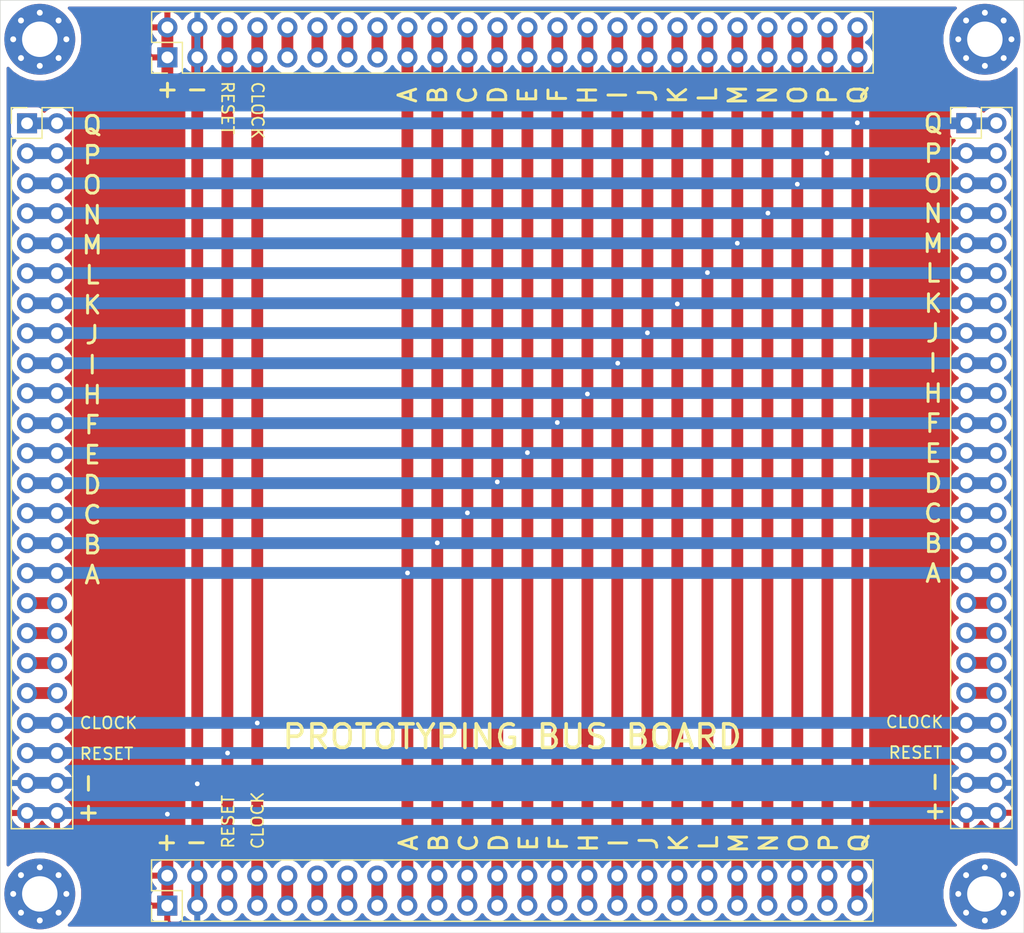
<source format=kicad_pcb>
(kicad_pcb (version 20171130) (host pcbnew "(5.1.10-1-10_14)")

  (general
    (thickness 1.6)
    (drawings 87)
    (tracks 137)
    (zones 0)
    (modules 8)
    (nets 37)
  )

  (page A4)
  (layers
    (0 F.Cu signal)
    (31 B.Cu signal)
    (32 B.Adhes user)
    (33 F.Adhes user)
    (34 B.Paste user)
    (35 F.Paste user)
    (36 B.SilkS user)
    (37 F.SilkS user)
    (38 B.Mask user)
    (39 F.Mask user)
    (40 Dwgs.User user)
    (41 Cmts.User user)
    (42 Eco1.User user)
    (43 Eco2.User user)
    (44 Edge.Cuts user)
    (45 Margin user)
    (46 B.CrtYd user)
    (47 F.CrtYd user)
    (48 B.Fab user)
    (49 F.Fab user)
  )

  (setup
    (last_trace_width 1)
    (user_trace_width 0.25)
    (user_trace_width 0.5)
    (user_trace_width 0.75)
    (user_trace_width 1)
    (trace_clearance 0.2)
    (zone_clearance 0.508)
    (zone_45_only no)
    (trace_min 0.2)
    (via_size 0.8)
    (via_drill 0.4)
    (via_min_size 0.4)
    (via_min_drill 0.3)
    (uvia_size 0.3)
    (uvia_drill 0.1)
    (uvias_allowed no)
    (uvia_min_size 0.2)
    (uvia_min_drill 0.1)
    (edge_width 0.05)
    (segment_width 0.2)
    (pcb_text_width 0.3)
    (pcb_text_size 1.5 1.5)
    (mod_edge_width 0.12)
    (mod_text_size 1 1)
    (mod_text_width 0.15)
    (pad_size 1.524 1.524)
    (pad_drill 0.762)
    (pad_to_mask_clearance 0)
    (aux_axis_origin 0 0)
    (visible_elements FFFFFF7F)
    (pcbplotparams
      (layerselection 0x010fc_ffffffff)
      (usegerberextensions false)
      (usegerberattributes true)
      (usegerberadvancedattributes true)
      (creategerberjobfile true)
      (excludeedgelayer true)
      (linewidth 0.100000)
      (plotframeref false)
      (viasonmask false)
      (mode 1)
      (useauxorigin false)
      (hpglpennumber 1)
      (hpglpenspeed 20)
      (hpglpendiameter 15.000000)
      (psnegative false)
      (psa4output false)
      (plotreference true)
      (plotvalue true)
      (plotinvisibletext false)
      (padsonsilk false)
      (subtractmaskfromsilk false)
      (outputformat 1)
      (mirror false)
      (drillshape 0)
      (scaleselection 1)
      (outputdirectory "GERBER"))
  )

  (net 0 "")
  (net 1 "Net-(J1-Pad43)")
  (net 2 "Net-(J1-Pad41)")
  (net 3 "Net-(J1-Pad39)")
  (net 4 "Net-(J1-Pad37)")
  (net 5 "Net-(J1-Pad35)")
  (net 6 "Net-(J1-Pad33)")
  (net 7 "Net-(J1-Pad31)")
  (net 8 "Net-(J1-Pad29)")
  (net 9 "Net-(J1-Pad27)")
  (net 10 "Net-(J1-Pad25)")
  (net 11 "Net-(J1-Pad23)")
  (net 12 "Net-(J1-Pad21)")
  (net 13 "Net-(J1-Pad19)")
  (net 14 "Net-(J1-Pad17)")
  (net 15 "Net-(J1-Pad15)")
  (net 16 "Net-(J1-Pad13)")
  (net 17 "Net-(J1-Pad11)")
  (net 18 "Net-(J1-Pad10)")
  (net 19 "Net-(J1-Pad7)")
  (net 20 "Net-(J1-Pad5)")
  (net 21 "Net-(J1-Pad3)")
  (net 22 "Net-(J1-Pad1)")
  (net 23 "Net-(J2-Pad39)")
  (net 24 "Net-(J2-Pad37)")
  (net 25 "Net-(J2-Pad35)")
  (net 26 "Net-(J2-Pad33)")
  (net 27 "Net-(J3-Pad15)")
  (net 28 "Net-(J3-Pad13)")
  (net 29 "Net-(J3-Pad11)")
  (net 30 "Net-(J3-Pad10)")
  (net 31 "Net-(J4-Pad15)")
  (net 32 "Net-(J4-Pad13)")
  (net 33 "Net-(J4-Pad11)")
  (net 34 "Net-(J4-Pad10)")
  (net 35 VCC)
  (net 36 GND)

  (net_class Default "This is the default net class."
    (clearance 0.2)
    (trace_width 0.25)
    (via_dia 0.8)
    (via_drill 0.4)
    (uvia_dia 0.3)
    (uvia_drill 0.1)
    (add_net GND)
    (add_net "Net-(J1-Pad1)")
    (add_net "Net-(J1-Pad10)")
    (add_net "Net-(J1-Pad11)")
    (add_net "Net-(J1-Pad13)")
    (add_net "Net-(J1-Pad15)")
    (add_net "Net-(J1-Pad17)")
    (add_net "Net-(J1-Pad19)")
    (add_net "Net-(J1-Pad21)")
    (add_net "Net-(J1-Pad23)")
    (add_net "Net-(J1-Pad25)")
    (add_net "Net-(J1-Pad27)")
    (add_net "Net-(J1-Pad29)")
    (add_net "Net-(J1-Pad3)")
    (add_net "Net-(J1-Pad31)")
    (add_net "Net-(J1-Pad33)")
    (add_net "Net-(J1-Pad35)")
    (add_net "Net-(J1-Pad37)")
    (add_net "Net-(J1-Pad39)")
    (add_net "Net-(J1-Pad41)")
    (add_net "Net-(J1-Pad43)")
    (add_net "Net-(J1-Pad5)")
    (add_net "Net-(J1-Pad7)")
    (add_net "Net-(J2-Pad33)")
    (add_net "Net-(J2-Pad35)")
    (add_net "Net-(J2-Pad37)")
    (add_net "Net-(J2-Pad39)")
    (add_net "Net-(J3-Pad10)")
    (add_net "Net-(J3-Pad11)")
    (add_net "Net-(J3-Pad13)")
    (add_net "Net-(J3-Pad15)")
    (add_net "Net-(J4-Pad10)")
    (add_net "Net-(J4-Pad11)")
    (add_net "Net-(J4-Pad13)")
    (add_net "Net-(J4-Pad15)")
    (add_net VCC)
  )

  (module MountingHole:MountingHole_3mm_Pad_Via (layer F.Cu) (tedit 56DDBED4) (tstamp 6148EC4F)
    (at 179.578 59.436)
    (descr "Mounting Hole 3mm")
    (tags "mounting hole 3mm")
    (attr virtual)
    (fp_text reference REF** (at 0 -4) (layer F.SilkS) hide
      (effects (font (size 1 1) (thickness 0.15)))
    )
    (fp_text value ' (at 0 4) (layer F.Fab) hide
      (effects (font (size 1 1) (thickness 0.15)))
    )
    (fp_text user %R (at 0.3 0) (layer F.Fab)
      (effects (font (size 1 1) (thickness 0.15)))
    )
    (fp_circle (center 0 0) (end 3.25 0) (layer F.CrtYd) (width 0.05))
    (fp_circle (center 0 0) (end 3 0) (layer Cmts.User) (width 0.15))
    (pad 1 thru_hole circle (at 1.59099 -1.59099) (size 0.8 0.8) (drill 0.5) (layers *.Cu *.Mask))
    (pad 1 thru_hole circle (at 0 -2.25) (size 0.8 0.8) (drill 0.5) (layers *.Cu *.Mask))
    (pad 1 thru_hole circle (at -1.59099 -1.59099) (size 0.8 0.8) (drill 0.5) (layers *.Cu *.Mask))
    (pad 1 thru_hole circle (at -2.25 0) (size 0.8 0.8) (drill 0.5) (layers *.Cu *.Mask))
    (pad 1 thru_hole circle (at -1.59099 1.59099) (size 0.8 0.8) (drill 0.5) (layers *.Cu *.Mask))
    (pad 1 thru_hole circle (at 0 2.25) (size 0.8 0.8) (drill 0.5) (layers *.Cu *.Mask))
    (pad 1 thru_hole circle (at 1.59099 1.59099) (size 0.8 0.8) (drill 0.5) (layers *.Cu *.Mask))
    (pad 1 thru_hole circle (at 2.25 0) (size 0.8 0.8) (drill 0.5) (layers *.Cu *.Mask))
    (pad 1 thru_hole circle (at 0 0) (size 6 6) (drill 3) (layers *.Cu *.Mask))
  )

  (module MountingHole:MountingHole_3mm_Pad_Via (layer F.Cu) (tedit 56DDBED4) (tstamp 6148EC31)
    (at 179.578 131.826)
    (descr "Mounting Hole 3mm")
    (tags "mounting hole 3mm")
    (attr virtual)
    (fp_text reference REF** (at 0 -4) (layer F.SilkS) hide
      (effects (font (size 1 1) (thickness 0.15)))
    )
    (fp_text value ' (at 0 4) (layer F.Fab) hide
      (effects (font (size 1 1) (thickness 0.15)))
    )
    (fp_circle (center 0 0) (end 3 0) (layer Cmts.User) (width 0.15))
    (fp_circle (center 0 0) (end 3.25 0) (layer F.CrtYd) (width 0.05))
    (fp_text user %R (at 0.3 0) (layer F.Fab)
      (effects (font (size 1 1) (thickness 0.15)))
    )
    (pad 1 thru_hole circle (at 0 0) (size 6 6) (drill 3) (layers *.Cu *.Mask))
    (pad 1 thru_hole circle (at 2.25 0) (size 0.8 0.8) (drill 0.5) (layers *.Cu *.Mask))
    (pad 1 thru_hole circle (at 1.59099 1.59099) (size 0.8 0.8) (drill 0.5) (layers *.Cu *.Mask))
    (pad 1 thru_hole circle (at 0 2.25) (size 0.8 0.8) (drill 0.5) (layers *.Cu *.Mask))
    (pad 1 thru_hole circle (at -1.59099 1.59099) (size 0.8 0.8) (drill 0.5) (layers *.Cu *.Mask))
    (pad 1 thru_hole circle (at -2.25 0) (size 0.8 0.8) (drill 0.5) (layers *.Cu *.Mask))
    (pad 1 thru_hole circle (at -1.59099 -1.59099) (size 0.8 0.8) (drill 0.5) (layers *.Cu *.Mask))
    (pad 1 thru_hole circle (at 0 -2.25) (size 0.8 0.8) (drill 0.5) (layers *.Cu *.Mask))
    (pad 1 thru_hole circle (at 1.59099 -1.59099) (size 0.8 0.8) (drill 0.5) (layers *.Cu *.Mask))
  )

  (module MountingHole:MountingHole_3mm_Pad_Via (layer F.Cu) (tedit 56DDBED4) (tstamp 6148EC13)
    (at 259.588 131.826)
    (descr "Mounting Hole 3mm")
    (tags "mounting hole 3mm")
    (attr virtual)
    (fp_text reference REF** (at 0 -4) (layer F.SilkS) hide
      (effects (font (size 1 1) (thickness 0.15)))
    )
    (fp_text value ' (at 0 4) (layer F.Fab) hide
      (effects (font (size 1 1) (thickness 0.15)))
    )
    (fp_text user %R (at 0.3 0) (layer F.Fab)
      (effects (font (size 1 1) (thickness 0.15)))
    )
    (fp_circle (center 0 0) (end 3.25 0) (layer F.CrtYd) (width 0.05))
    (fp_circle (center 0 0) (end 3 0) (layer Cmts.User) (width 0.15))
    (pad 1 thru_hole circle (at 1.59099 -1.59099) (size 0.8 0.8) (drill 0.5) (layers *.Cu *.Mask))
    (pad 1 thru_hole circle (at 0 -2.25) (size 0.8 0.8) (drill 0.5) (layers *.Cu *.Mask))
    (pad 1 thru_hole circle (at -1.59099 -1.59099) (size 0.8 0.8) (drill 0.5) (layers *.Cu *.Mask))
    (pad 1 thru_hole circle (at -2.25 0) (size 0.8 0.8) (drill 0.5) (layers *.Cu *.Mask))
    (pad 1 thru_hole circle (at -1.59099 1.59099) (size 0.8 0.8) (drill 0.5) (layers *.Cu *.Mask))
    (pad 1 thru_hole circle (at 0 2.25) (size 0.8 0.8) (drill 0.5) (layers *.Cu *.Mask))
    (pad 1 thru_hole circle (at 1.59099 1.59099) (size 0.8 0.8) (drill 0.5) (layers *.Cu *.Mask))
    (pad 1 thru_hole circle (at 2.25 0) (size 0.8 0.8) (drill 0.5) (layers *.Cu *.Mask))
    (pad 1 thru_hole circle (at 0 0) (size 6 6) (drill 3) (layers *.Cu *.Mask))
  )

  (module MountingHole:MountingHole_3mm_Pad_Via (layer F.Cu) (tedit 56DDBED4) (tstamp 6148C704)
    (at 259.588 59.436)
    (descr "Mounting Hole 3mm")
    (tags "mounting hole 3mm")
    (attr virtual)
    (fp_text reference REF** (at 0 -4) (layer F.SilkS) hide
      (effects (font (size 1 1) (thickness 0.15)))
    )
    (fp_text value ' (at 0 4) (layer F.Fab) hide
      (effects (font (size 1 1) (thickness 0.15)))
    )
    (fp_circle (center 0 0) (end 3 0) (layer Cmts.User) (width 0.15))
    (fp_circle (center 0 0) (end 3.25 0) (layer F.CrtYd) (width 0.05))
    (fp_text user %R (at 0.3 0) (layer F.Fab)
      (effects (font (size 1 1) (thickness 0.15)))
    )
    (pad 1 thru_hole circle (at 0 0) (size 6 6) (drill 3) (layers *.Cu *.Mask))
    (pad 1 thru_hole circle (at 2.25 0) (size 0.8 0.8) (drill 0.5) (layers *.Cu *.Mask))
    (pad 1 thru_hole circle (at 1.59099 1.59099) (size 0.8 0.8) (drill 0.5) (layers *.Cu *.Mask))
    (pad 1 thru_hole circle (at 0 2.25) (size 0.8 0.8) (drill 0.5) (layers *.Cu *.Mask))
    (pad 1 thru_hole circle (at -1.59099 1.59099) (size 0.8 0.8) (drill 0.5) (layers *.Cu *.Mask))
    (pad 1 thru_hole circle (at -2.25 0) (size 0.8 0.8) (drill 0.5) (layers *.Cu *.Mask))
    (pad 1 thru_hole circle (at -1.59099 -1.59099) (size 0.8 0.8) (drill 0.5) (layers *.Cu *.Mask))
    (pad 1 thru_hole circle (at 0 -2.25) (size 0.8 0.8) (drill 0.5) (layers *.Cu *.Mask))
    (pad 1 thru_hole circle (at 1.59099 -1.59099) (size 0.8 0.8) (drill 0.5) (layers *.Cu *.Mask))
  )

  (module Connector_PinHeader_2.54mm:PinHeader_2x24_P2.54mm_Vertical (layer F.Cu) (tedit 59FED5CC) (tstamp 614ED3A5)
    (at 190.38 60.97 90)
    (descr "Through hole straight pin header, 2x24, 2.54mm pitch, double rows")
    (tags "Through hole pin header THT 2x24 2.54mm double row")
    (path /631DB7F5)
    (fp_text reference J4 (at 1.27 -2.33 90) (layer F.SilkS) hide
      (effects (font (size 1 1) (thickness 0.15)))
    )
    (fp_text value Conn_02x24_Odd_Even (at 1.27 60.75 90) (layer F.Fab) hide
      (effects (font (size 1 1) (thickness 0.15)))
    )
    (fp_line (start 4.35 -1.8) (end -1.8 -1.8) (layer F.CrtYd) (width 0.05))
    (fp_line (start 4.35 60.2) (end 4.35 -1.8) (layer F.CrtYd) (width 0.05))
    (fp_line (start -1.8 60.2) (end 4.35 60.2) (layer F.CrtYd) (width 0.05))
    (fp_line (start -1.8 -1.8) (end -1.8 60.2) (layer F.CrtYd) (width 0.05))
    (fp_line (start -1.33 -1.33) (end 0 -1.33) (layer F.SilkS) (width 0.12))
    (fp_line (start -1.33 0) (end -1.33 -1.33) (layer F.SilkS) (width 0.12))
    (fp_line (start 1.27 -1.33) (end 3.87 -1.33) (layer F.SilkS) (width 0.12))
    (fp_line (start 1.27 1.27) (end 1.27 -1.33) (layer F.SilkS) (width 0.12))
    (fp_line (start -1.33 1.27) (end 1.27 1.27) (layer F.SilkS) (width 0.12))
    (fp_line (start 3.87 -1.33) (end 3.87 59.75) (layer F.SilkS) (width 0.12))
    (fp_line (start -1.33 1.27) (end -1.33 59.75) (layer F.SilkS) (width 0.12))
    (fp_line (start -1.33 59.75) (end 3.87 59.75) (layer F.SilkS) (width 0.12))
    (fp_line (start -1.27 0) (end 0 -1.27) (layer F.Fab) (width 0.1))
    (fp_line (start -1.27 59.69) (end -1.27 0) (layer F.Fab) (width 0.1))
    (fp_line (start 3.81 59.69) (end -1.27 59.69) (layer F.Fab) (width 0.1))
    (fp_line (start 3.81 -1.27) (end 3.81 59.69) (layer F.Fab) (width 0.1))
    (fp_line (start 0 -1.27) (end 3.81 -1.27) (layer F.Fab) (width 0.1))
    (fp_text user %R (at 1.27 29.21) (layer F.Fab) hide
      (effects (font (size 1 1) (thickness 0.15)))
    )
    (pad 48 thru_hole oval (at 2.54 58.42 90) (size 1.7 1.7) (drill 1) (layers *.Cu *.Mask)
      (net 22 "Net-(J1-Pad1)"))
    (pad 47 thru_hole oval (at 0 58.42 90) (size 1.7 1.7) (drill 1) (layers *.Cu *.Mask)
      (net 22 "Net-(J1-Pad1)"))
    (pad 46 thru_hole oval (at 2.54 55.88 90) (size 1.7 1.7) (drill 1) (layers *.Cu *.Mask)
      (net 21 "Net-(J1-Pad3)"))
    (pad 45 thru_hole oval (at 0 55.88 90) (size 1.7 1.7) (drill 1) (layers *.Cu *.Mask)
      (net 21 "Net-(J1-Pad3)"))
    (pad 44 thru_hole oval (at 2.54 53.34 90) (size 1.7 1.7) (drill 1) (layers *.Cu *.Mask)
      (net 20 "Net-(J1-Pad5)"))
    (pad 43 thru_hole oval (at 0 53.34 90) (size 1.7 1.7) (drill 1) (layers *.Cu *.Mask)
      (net 20 "Net-(J1-Pad5)"))
    (pad 42 thru_hole oval (at 2.54 50.8 90) (size 1.7 1.7) (drill 1) (layers *.Cu *.Mask)
      (net 19 "Net-(J1-Pad7)"))
    (pad 41 thru_hole oval (at 0 50.8 90) (size 1.7 1.7) (drill 1) (layers *.Cu *.Mask)
      (net 19 "Net-(J1-Pad7)"))
    (pad 40 thru_hole oval (at 2.54 48.26 90) (size 1.7 1.7) (drill 1) (layers *.Cu *.Mask)
      (net 18 "Net-(J1-Pad10)"))
    (pad 39 thru_hole oval (at 0 48.26 90) (size 1.7 1.7) (drill 1) (layers *.Cu *.Mask)
      (net 18 "Net-(J1-Pad10)"))
    (pad 38 thru_hole oval (at 2.54 45.72 90) (size 1.7 1.7) (drill 1) (layers *.Cu *.Mask)
      (net 17 "Net-(J1-Pad11)"))
    (pad 37 thru_hole oval (at 0 45.72 90) (size 1.7 1.7) (drill 1) (layers *.Cu *.Mask)
      (net 17 "Net-(J1-Pad11)"))
    (pad 36 thru_hole oval (at 2.54 43.18 90) (size 1.7 1.7) (drill 1) (layers *.Cu *.Mask)
      (net 16 "Net-(J1-Pad13)"))
    (pad 35 thru_hole oval (at 0 43.18 90) (size 1.7 1.7) (drill 1) (layers *.Cu *.Mask)
      (net 16 "Net-(J1-Pad13)"))
    (pad 34 thru_hole oval (at 2.54 40.64 90) (size 1.7 1.7) (drill 1) (layers *.Cu *.Mask)
      (net 15 "Net-(J1-Pad15)"))
    (pad 33 thru_hole oval (at 0 40.64 90) (size 1.7 1.7) (drill 1) (layers *.Cu *.Mask)
      (net 15 "Net-(J1-Pad15)"))
    (pad 32 thru_hole oval (at 2.54 38.1 90) (size 1.7 1.7) (drill 1) (layers *.Cu *.Mask)
      (net 14 "Net-(J1-Pad17)"))
    (pad 31 thru_hole oval (at 0 38.1 90) (size 1.7 1.7) (drill 1) (layers *.Cu *.Mask)
      (net 14 "Net-(J1-Pad17)"))
    (pad 30 thru_hole oval (at 2.54 35.56 90) (size 1.7 1.7) (drill 1) (layers *.Cu *.Mask)
      (net 13 "Net-(J1-Pad19)"))
    (pad 29 thru_hole oval (at 0 35.56 90) (size 1.7 1.7) (drill 1) (layers *.Cu *.Mask)
      (net 13 "Net-(J1-Pad19)"))
    (pad 28 thru_hole oval (at 2.54 33.02 90) (size 1.7 1.7) (drill 1) (layers *.Cu *.Mask)
      (net 12 "Net-(J1-Pad21)"))
    (pad 27 thru_hole oval (at 0 33.02 90) (size 1.7 1.7) (drill 1) (layers *.Cu *.Mask)
      (net 12 "Net-(J1-Pad21)"))
    (pad 26 thru_hole oval (at 2.54 30.48 90) (size 1.7 1.7) (drill 1) (layers *.Cu *.Mask)
      (net 11 "Net-(J1-Pad23)"))
    (pad 25 thru_hole oval (at 0 30.48 90) (size 1.7 1.7) (drill 1) (layers *.Cu *.Mask)
      (net 11 "Net-(J1-Pad23)"))
    (pad 24 thru_hole oval (at 2.54 27.94 90) (size 1.7 1.7) (drill 1) (layers *.Cu *.Mask)
      (net 10 "Net-(J1-Pad25)"))
    (pad 23 thru_hole oval (at 0 27.94 90) (size 1.7 1.7) (drill 1) (layers *.Cu *.Mask)
      (net 10 "Net-(J1-Pad25)"))
    (pad 22 thru_hole oval (at 2.54 25.4 90) (size 1.7 1.7) (drill 1) (layers *.Cu *.Mask)
      (net 9 "Net-(J1-Pad27)"))
    (pad 21 thru_hole oval (at 0 25.4 90) (size 1.7 1.7) (drill 1) (layers *.Cu *.Mask)
      (net 9 "Net-(J1-Pad27)"))
    (pad 20 thru_hole oval (at 2.54 22.86 90) (size 1.7 1.7) (drill 1) (layers *.Cu *.Mask)
      (net 8 "Net-(J1-Pad29)"))
    (pad 19 thru_hole oval (at 0 22.86 90) (size 1.7 1.7) (drill 1) (layers *.Cu *.Mask)
      (net 8 "Net-(J1-Pad29)"))
    (pad 18 thru_hole oval (at 2.54 20.32 90) (size 1.7 1.7) (drill 1) (layers *.Cu *.Mask)
      (net 7 "Net-(J1-Pad31)"))
    (pad 17 thru_hole oval (at 0 20.32 90) (size 1.7 1.7) (drill 1) (layers *.Cu *.Mask)
      (net 7 "Net-(J1-Pad31)"))
    (pad 16 thru_hole oval (at 2.54 17.78 90) (size 1.7 1.7) (drill 1) (layers *.Cu *.Mask)
      (net 31 "Net-(J4-Pad15)"))
    (pad 15 thru_hole oval (at 0 17.78 90) (size 1.7 1.7) (drill 1) (layers *.Cu *.Mask)
      (net 31 "Net-(J4-Pad15)"))
    (pad 14 thru_hole oval (at 2.54 15.24 90) (size 1.7 1.7) (drill 1) (layers *.Cu *.Mask)
      (net 32 "Net-(J4-Pad13)"))
    (pad 13 thru_hole oval (at 0 15.24 90) (size 1.7 1.7) (drill 1) (layers *.Cu *.Mask)
      (net 32 "Net-(J4-Pad13)"))
    (pad 12 thru_hole oval (at 2.54 12.7 90) (size 1.7 1.7) (drill 1) (layers *.Cu *.Mask)
      (net 33 "Net-(J4-Pad11)"))
    (pad 11 thru_hole oval (at 0 12.7 90) (size 1.7 1.7) (drill 1) (layers *.Cu *.Mask)
      (net 33 "Net-(J4-Pad11)"))
    (pad 10 thru_hole oval (at 2.54 10.16 90) (size 1.7 1.7) (drill 1) (layers *.Cu *.Mask)
      (net 34 "Net-(J4-Pad10)"))
    (pad 9 thru_hole oval (at 0 10.16 90) (size 1.7 1.7) (drill 1) (layers *.Cu *.Mask)
      (net 34 "Net-(J4-Pad10)"))
    (pad 8 thru_hole oval (at 2.54 7.62 90) (size 1.7 1.7) (drill 1) (layers *.Cu *.Mask)
      (net 2 "Net-(J1-Pad41)"))
    (pad 7 thru_hole oval (at 0 7.62 90) (size 1.7 1.7) (drill 1) (layers *.Cu *.Mask)
      (net 2 "Net-(J1-Pad41)"))
    (pad 6 thru_hole oval (at 2.54 5.08 90) (size 1.7 1.7) (drill 1) (layers *.Cu *.Mask)
      (net 1 "Net-(J1-Pad43)"))
    (pad 5 thru_hole oval (at 0 5.08 90) (size 1.7 1.7) (drill 1) (layers *.Cu *.Mask)
      (net 1 "Net-(J1-Pad43)"))
    (pad 4 thru_hole oval (at 2.54 2.54 90) (size 1.7 1.7) (drill 1) (layers *.Cu *.Mask)
      (net 36 GND))
    (pad 3 thru_hole oval (at 0 2.54 90) (size 1.7 1.7) (drill 1) (layers *.Cu *.Mask)
      (net 36 GND))
    (pad 2 thru_hole oval (at 2.54 0 90) (size 1.7 1.7) (drill 1) (layers *.Cu *.Mask)
      (net 35 VCC))
    (pad 1 thru_hole rect (at 0 0 90) (size 1.7 1.7) (drill 1) (layers *.Cu *.Mask)
      (net 35 VCC))
    (model ${KISYS3DMOD}/Connector_PinHeader_2.54mm.3dshapes/PinHeader_2x24_P2.54mm_Vertical.wrl
      (at (xyz 0 0 0))
      (scale (xyz 1 1 1))
      (rotate (xyz 0 0 0))
    )
  )

  (module Connector_PinHeader_2.54mm:PinHeader_2x24_P2.54mm_Vertical (layer F.Cu) (tedit 59FED5CC) (tstamp 614ED35F)
    (at 190.37 132.82 90)
    (descr "Through hole straight pin header, 2x24, 2.54mm pitch, double rows")
    (tags "Through hole pin header THT 2x24 2.54mm double row")
    (path /631DB7D3)
    (fp_text reference J3 (at 1.27 -2.33 90) (layer F.SilkS) hide
      (effects (font (size 1 1) (thickness 0.15)))
    )
    (fp_text value Conn_02x24_Odd_Even (at 1.27 60.75 90) (layer F.Fab) hide
      (effects (font (size 1 1) (thickness 0.15)))
    )
    (fp_line (start 4.35 -1.8) (end -1.8 -1.8) (layer F.CrtYd) (width 0.05))
    (fp_line (start 4.35 60.2) (end 4.35 -1.8) (layer F.CrtYd) (width 0.05))
    (fp_line (start -1.8 60.2) (end 4.35 60.2) (layer F.CrtYd) (width 0.05))
    (fp_line (start -1.8 -1.8) (end -1.8 60.2) (layer F.CrtYd) (width 0.05))
    (fp_line (start -1.33 -1.33) (end 0 -1.33) (layer F.SilkS) (width 0.12))
    (fp_line (start -1.33 0) (end -1.33 -1.33) (layer F.SilkS) (width 0.12))
    (fp_line (start 1.27 -1.33) (end 3.87 -1.33) (layer F.SilkS) (width 0.12))
    (fp_line (start 1.27 1.27) (end 1.27 -1.33) (layer F.SilkS) (width 0.12))
    (fp_line (start -1.33 1.27) (end 1.27 1.27) (layer F.SilkS) (width 0.12))
    (fp_line (start 3.87 -1.33) (end 3.87 59.75) (layer F.SilkS) (width 0.12))
    (fp_line (start -1.33 1.27) (end -1.33 59.75) (layer F.SilkS) (width 0.12))
    (fp_line (start -1.33 59.75) (end 3.87 59.75) (layer F.SilkS) (width 0.12))
    (fp_line (start -1.27 0) (end 0 -1.27) (layer F.Fab) (width 0.1))
    (fp_line (start -1.27 59.69) (end -1.27 0) (layer F.Fab) (width 0.1))
    (fp_line (start 3.81 59.69) (end -1.27 59.69) (layer F.Fab) (width 0.1))
    (fp_line (start 3.81 -1.27) (end 3.81 59.69) (layer F.Fab) (width 0.1))
    (fp_line (start 0 -1.27) (end 3.81 -1.27) (layer F.Fab) (width 0.1))
    (fp_text user %R (at 1.27 29.21) (layer F.Fab)
      (effects (font (size 1 1) (thickness 0.15)))
    )
    (pad 48 thru_hole oval (at 2.54 58.42 90) (size 1.7 1.7) (drill 1) (layers *.Cu *.Mask)
      (net 22 "Net-(J1-Pad1)"))
    (pad 47 thru_hole oval (at 0 58.42 90) (size 1.7 1.7) (drill 1) (layers *.Cu *.Mask)
      (net 22 "Net-(J1-Pad1)"))
    (pad 46 thru_hole oval (at 2.54 55.88 90) (size 1.7 1.7) (drill 1) (layers *.Cu *.Mask)
      (net 21 "Net-(J1-Pad3)"))
    (pad 45 thru_hole oval (at 0 55.88 90) (size 1.7 1.7) (drill 1) (layers *.Cu *.Mask)
      (net 21 "Net-(J1-Pad3)"))
    (pad 44 thru_hole oval (at 2.54 53.34 90) (size 1.7 1.7) (drill 1) (layers *.Cu *.Mask)
      (net 20 "Net-(J1-Pad5)"))
    (pad 43 thru_hole oval (at 0 53.34 90) (size 1.7 1.7) (drill 1) (layers *.Cu *.Mask)
      (net 20 "Net-(J1-Pad5)"))
    (pad 42 thru_hole oval (at 2.54 50.8 90) (size 1.7 1.7) (drill 1) (layers *.Cu *.Mask)
      (net 19 "Net-(J1-Pad7)"))
    (pad 41 thru_hole oval (at 0 50.8 90) (size 1.7 1.7) (drill 1) (layers *.Cu *.Mask)
      (net 19 "Net-(J1-Pad7)"))
    (pad 40 thru_hole oval (at 2.54 48.26 90) (size 1.7 1.7) (drill 1) (layers *.Cu *.Mask)
      (net 18 "Net-(J1-Pad10)"))
    (pad 39 thru_hole oval (at 0 48.26 90) (size 1.7 1.7) (drill 1) (layers *.Cu *.Mask)
      (net 18 "Net-(J1-Pad10)"))
    (pad 38 thru_hole oval (at 2.54 45.72 90) (size 1.7 1.7) (drill 1) (layers *.Cu *.Mask)
      (net 17 "Net-(J1-Pad11)"))
    (pad 37 thru_hole oval (at 0 45.72 90) (size 1.7 1.7) (drill 1) (layers *.Cu *.Mask)
      (net 17 "Net-(J1-Pad11)"))
    (pad 36 thru_hole oval (at 2.54 43.18 90) (size 1.7 1.7) (drill 1) (layers *.Cu *.Mask)
      (net 16 "Net-(J1-Pad13)"))
    (pad 35 thru_hole oval (at 0 43.18 90) (size 1.7 1.7) (drill 1) (layers *.Cu *.Mask)
      (net 16 "Net-(J1-Pad13)"))
    (pad 34 thru_hole oval (at 2.54 40.64 90) (size 1.7 1.7) (drill 1) (layers *.Cu *.Mask)
      (net 15 "Net-(J1-Pad15)"))
    (pad 33 thru_hole oval (at 0 40.64 90) (size 1.7 1.7) (drill 1) (layers *.Cu *.Mask)
      (net 15 "Net-(J1-Pad15)"))
    (pad 32 thru_hole oval (at 2.54 38.1 90) (size 1.7 1.7) (drill 1) (layers *.Cu *.Mask)
      (net 14 "Net-(J1-Pad17)"))
    (pad 31 thru_hole oval (at 0 38.1 90) (size 1.7 1.7) (drill 1) (layers *.Cu *.Mask)
      (net 14 "Net-(J1-Pad17)"))
    (pad 30 thru_hole oval (at 2.54 35.56 90) (size 1.7 1.7) (drill 1) (layers *.Cu *.Mask)
      (net 13 "Net-(J1-Pad19)"))
    (pad 29 thru_hole oval (at 0 35.56 90) (size 1.7 1.7) (drill 1) (layers *.Cu *.Mask)
      (net 13 "Net-(J1-Pad19)"))
    (pad 28 thru_hole oval (at 2.54 33.02 90) (size 1.7 1.7) (drill 1) (layers *.Cu *.Mask)
      (net 12 "Net-(J1-Pad21)"))
    (pad 27 thru_hole oval (at 0 33.02 90) (size 1.7 1.7) (drill 1) (layers *.Cu *.Mask)
      (net 12 "Net-(J1-Pad21)"))
    (pad 26 thru_hole oval (at 2.54 30.48 90) (size 1.7 1.7) (drill 1) (layers *.Cu *.Mask)
      (net 11 "Net-(J1-Pad23)"))
    (pad 25 thru_hole oval (at 0 30.48 90) (size 1.7 1.7) (drill 1) (layers *.Cu *.Mask)
      (net 11 "Net-(J1-Pad23)"))
    (pad 24 thru_hole oval (at 2.54 27.94 90) (size 1.7 1.7) (drill 1) (layers *.Cu *.Mask)
      (net 10 "Net-(J1-Pad25)"))
    (pad 23 thru_hole oval (at 0 27.94 90) (size 1.7 1.7) (drill 1) (layers *.Cu *.Mask)
      (net 10 "Net-(J1-Pad25)"))
    (pad 22 thru_hole oval (at 2.54 25.4 90) (size 1.7 1.7) (drill 1) (layers *.Cu *.Mask)
      (net 9 "Net-(J1-Pad27)"))
    (pad 21 thru_hole oval (at 0 25.4 90) (size 1.7 1.7) (drill 1) (layers *.Cu *.Mask)
      (net 9 "Net-(J1-Pad27)"))
    (pad 20 thru_hole oval (at 2.54 22.86 90) (size 1.7 1.7) (drill 1) (layers *.Cu *.Mask)
      (net 8 "Net-(J1-Pad29)"))
    (pad 19 thru_hole oval (at 0 22.86 90) (size 1.7 1.7) (drill 1) (layers *.Cu *.Mask)
      (net 8 "Net-(J1-Pad29)"))
    (pad 18 thru_hole oval (at 2.54 20.32 90) (size 1.7 1.7) (drill 1) (layers *.Cu *.Mask)
      (net 7 "Net-(J1-Pad31)"))
    (pad 17 thru_hole oval (at 0 20.32 90) (size 1.7 1.7) (drill 1) (layers *.Cu *.Mask)
      (net 7 "Net-(J1-Pad31)"))
    (pad 16 thru_hole oval (at 2.54 17.78 90) (size 1.7 1.7) (drill 1) (layers *.Cu *.Mask)
      (net 27 "Net-(J3-Pad15)"))
    (pad 15 thru_hole oval (at 0 17.78 90) (size 1.7 1.7) (drill 1) (layers *.Cu *.Mask)
      (net 27 "Net-(J3-Pad15)"))
    (pad 14 thru_hole oval (at 2.54 15.24 90) (size 1.7 1.7) (drill 1) (layers *.Cu *.Mask)
      (net 28 "Net-(J3-Pad13)"))
    (pad 13 thru_hole oval (at 0 15.24 90) (size 1.7 1.7) (drill 1) (layers *.Cu *.Mask)
      (net 28 "Net-(J3-Pad13)"))
    (pad 12 thru_hole oval (at 2.54 12.7 90) (size 1.7 1.7) (drill 1) (layers *.Cu *.Mask)
      (net 29 "Net-(J3-Pad11)"))
    (pad 11 thru_hole oval (at 0 12.7 90) (size 1.7 1.7) (drill 1) (layers *.Cu *.Mask)
      (net 29 "Net-(J3-Pad11)"))
    (pad 10 thru_hole oval (at 2.54 10.16 90) (size 1.7 1.7) (drill 1) (layers *.Cu *.Mask)
      (net 30 "Net-(J3-Pad10)"))
    (pad 9 thru_hole oval (at 0 10.16 90) (size 1.7 1.7) (drill 1) (layers *.Cu *.Mask)
      (net 30 "Net-(J3-Pad10)"))
    (pad 8 thru_hole oval (at 2.54 7.62 90) (size 1.7 1.7) (drill 1) (layers *.Cu *.Mask)
      (net 2 "Net-(J1-Pad41)"))
    (pad 7 thru_hole oval (at 0 7.62 90) (size 1.7 1.7) (drill 1) (layers *.Cu *.Mask)
      (net 2 "Net-(J1-Pad41)"))
    (pad 6 thru_hole oval (at 2.54 5.08 90) (size 1.7 1.7) (drill 1) (layers *.Cu *.Mask)
      (net 1 "Net-(J1-Pad43)"))
    (pad 5 thru_hole oval (at 0 5.08 90) (size 1.7 1.7) (drill 1) (layers *.Cu *.Mask)
      (net 1 "Net-(J1-Pad43)"))
    (pad 4 thru_hole oval (at 2.54 2.54 90) (size 1.7 1.7) (drill 1) (layers *.Cu *.Mask)
      (net 36 GND))
    (pad 3 thru_hole oval (at 0 2.54 90) (size 1.7 1.7) (drill 1) (layers *.Cu *.Mask)
      (net 36 GND))
    (pad 2 thru_hole oval (at 2.54 0 90) (size 1.7 1.7) (drill 1) (layers *.Cu *.Mask)
      (net 35 VCC))
    (pad 1 thru_hole rect (at 0 0 90) (size 1.7 1.7) (drill 1) (layers *.Cu *.Mask)
      (net 35 VCC))
    (model ${KISYS3DMOD}/Connector_PinHeader_2.54mm.3dshapes/PinHeader_2x24_P2.54mm_Vertical.wrl
      (at (xyz 0 0 0))
      (scale (xyz 1 1 1))
      (rotate (xyz 0 0 0))
    )
  )

  (module Connector_PinHeader_2.54mm:PinHeader_2x24_P2.54mm_Vertical (layer F.Cu) (tedit 59FED5CC) (tstamp 614EC697)
    (at 258.02 66.54)
    (descr "Through hole straight pin header, 2x24, 2.54mm pitch, double rows")
    (tags "Through hole pin header THT 2x24 2.54mm double row")
    (path /631D4D00)
    (fp_text reference J2 (at 1.27 -2.33) (layer F.SilkS) hide
      (effects (font (size 1 1) (thickness 0.15)))
    )
    (fp_text value Conn_02x24_Odd_Even (at 1.27 60.75) (layer F.Fab) hide
      (effects (font (size 1 1) (thickness 0.15)))
    )
    (fp_line (start 4.35 -1.8) (end -1.8 -1.8) (layer F.CrtYd) (width 0.05))
    (fp_line (start 4.35 60.2) (end 4.35 -1.8) (layer F.CrtYd) (width 0.05))
    (fp_line (start -1.8 60.2) (end 4.35 60.2) (layer F.CrtYd) (width 0.05))
    (fp_line (start -1.8 -1.8) (end -1.8 60.2) (layer F.CrtYd) (width 0.05))
    (fp_line (start -1.33 -1.33) (end 0 -1.33) (layer F.SilkS) (width 0.12))
    (fp_line (start -1.33 0) (end -1.33 -1.33) (layer F.SilkS) (width 0.12))
    (fp_line (start 1.27 -1.33) (end 3.87 -1.33) (layer F.SilkS) (width 0.12))
    (fp_line (start 1.27 1.27) (end 1.27 -1.33) (layer F.SilkS) (width 0.12))
    (fp_line (start -1.33 1.27) (end 1.27 1.27) (layer F.SilkS) (width 0.12))
    (fp_line (start 3.87 -1.33) (end 3.87 59.75) (layer F.SilkS) (width 0.12))
    (fp_line (start -1.33 1.27) (end -1.33 59.75) (layer F.SilkS) (width 0.12))
    (fp_line (start -1.33 59.75) (end 3.87 59.75) (layer F.SilkS) (width 0.12))
    (fp_line (start -1.27 0) (end 0 -1.27) (layer F.Fab) (width 0.1))
    (fp_line (start -1.27 59.69) (end -1.27 0) (layer F.Fab) (width 0.1))
    (fp_line (start 3.81 59.69) (end -1.27 59.69) (layer F.Fab) (width 0.1))
    (fp_line (start 3.81 -1.27) (end 3.81 59.69) (layer F.Fab) (width 0.1))
    (fp_line (start 0 -1.27) (end 3.81 -1.27) (layer F.Fab) (width 0.1))
    (fp_text user %R (at 1.27 29.21 90) (layer F.Fab)
      (effects (font (size 1 1) (thickness 0.15)))
    )
    (pad 48 thru_hole oval (at 2.54 58.42) (size 1.7 1.7) (drill 1) (layers *.Cu *.Mask)
      (net 35 VCC))
    (pad 47 thru_hole oval (at 0 58.42) (size 1.7 1.7) (drill 1) (layers *.Cu *.Mask)
      (net 35 VCC))
    (pad 46 thru_hole oval (at 2.54 55.88) (size 1.7 1.7) (drill 1) (layers *.Cu *.Mask)
      (net 36 GND))
    (pad 45 thru_hole oval (at 0 55.88) (size 1.7 1.7) (drill 1) (layers *.Cu *.Mask)
      (net 36 GND))
    (pad 44 thru_hole oval (at 2.54 53.34) (size 1.7 1.7) (drill 1) (layers *.Cu *.Mask)
      (net 1 "Net-(J1-Pad43)"))
    (pad 43 thru_hole oval (at 0 53.34) (size 1.7 1.7) (drill 1) (layers *.Cu *.Mask)
      (net 1 "Net-(J1-Pad43)"))
    (pad 42 thru_hole oval (at 2.54 50.8) (size 1.7 1.7) (drill 1) (layers *.Cu *.Mask)
      (net 2 "Net-(J1-Pad41)"))
    (pad 41 thru_hole oval (at 0 50.8) (size 1.7 1.7) (drill 1) (layers *.Cu *.Mask)
      (net 2 "Net-(J1-Pad41)"))
    (pad 40 thru_hole oval (at 2.54 48.26) (size 1.7 1.7) (drill 1) (layers *.Cu *.Mask)
      (net 23 "Net-(J2-Pad39)"))
    (pad 39 thru_hole oval (at 0 48.26) (size 1.7 1.7) (drill 1) (layers *.Cu *.Mask)
      (net 23 "Net-(J2-Pad39)"))
    (pad 38 thru_hole oval (at 2.54 45.72) (size 1.7 1.7) (drill 1) (layers *.Cu *.Mask)
      (net 24 "Net-(J2-Pad37)"))
    (pad 37 thru_hole oval (at 0 45.72) (size 1.7 1.7) (drill 1) (layers *.Cu *.Mask)
      (net 24 "Net-(J2-Pad37)"))
    (pad 36 thru_hole oval (at 2.54 43.18) (size 1.7 1.7) (drill 1) (layers *.Cu *.Mask)
      (net 25 "Net-(J2-Pad35)"))
    (pad 35 thru_hole oval (at 0 43.18) (size 1.7 1.7) (drill 1) (layers *.Cu *.Mask)
      (net 25 "Net-(J2-Pad35)"))
    (pad 34 thru_hole oval (at 2.54 40.64) (size 1.7 1.7) (drill 1) (layers *.Cu *.Mask)
      (net 26 "Net-(J2-Pad33)"))
    (pad 33 thru_hole oval (at 0 40.64) (size 1.7 1.7) (drill 1) (layers *.Cu *.Mask)
      (net 26 "Net-(J2-Pad33)"))
    (pad 32 thru_hole oval (at 2.54 38.1) (size 1.7 1.7) (drill 1) (layers *.Cu *.Mask)
      (net 7 "Net-(J1-Pad31)"))
    (pad 31 thru_hole oval (at 0 38.1) (size 1.7 1.7) (drill 1) (layers *.Cu *.Mask)
      (net 7 "Net-(J1-Pad31)"))
    (pad 30 thru_hole oval (at 2.54 35.56) (size 1.7 1.7) (drill 1) (layers *.Cu *.Mask)
      (net 8 "Net-(J1-Pad29)"))
    (pad 29 thru_hole oval (at 0 35.56) (size 1.7 1.7) (drill 1) (layers *.Cu *.Mask)
      (net 8 "Net-(J1-Pad29)"))
    (pad 28 thru_hole oval (at 2.54 33.02) (size 1.7 1.7) (drill 1) (layers *.Cu *.Mask)
      (net 9 "Net-(J1-Pad27)"))
    (pad 27 thru_hole oval (at 0 33.02) (size 1.7 1.7) (drill 1) (layers *.Cu *.Mask)
      (net 9 "Net-(J1-Pad27)"))
    (pad 26 thru_hole oval (at 2.54 30.48) (size 1.7 1.7) (drill 1) (layers *.Cu *.Mask)
      (net 10 "Net-(J1-Pad25)"))
    (pad 25 thru_hole oval (at 0 30.48) (size 1.7 1.7) (drill 1) (layers *.Cu *.Mask)
      (net 10 "Net-(J1-Pad25)"))
    (pad 24 thru_hole oval (at 2.54 27.94) (size 1.7 1.7) (drill 1) (layers *.Cu *.Mask)
      (net 11 "Net-(J1-Pad23)"))
    (pad 23 thru_hole oval (at 0 27.94) (size 1.7 1.7) (drill 1) (layers *.Cu *.Mask)
      (net 11 "Net-(J1-Pad23)"))
    (pad 22 thru_hole oval (at 2.54 25.4) (size 1.7 1.7) (drill 1) (layers *.Cu *.Mask)
      (net 12 "Net-(J1-Pad21)"))
    (pad 21 thru_hole oval (at 0 25.4) (size 1.7 1.7) (drill 1) (layers *.Cu *.Mask)
      (net 12 "Net-(J1-Pad21)"))
    (pad 20 thru_hole oval (at 2.54 22.86) (size 1.7 1.7) (drill 1) (layers *.Cu *.Mask)
      (net 13 "Net-(J1-Pad19)"))
    (pad 19 thru_hole oval (at 0 22.86) (size 1.7 1.7) (drill 1) (layers *.Cu *.Mask)
      (net 13 "Net-(J1-Pad19)"))
    (pad 18 thru_hole oval (at 2.54 20.32) (size 1.7 1.7) (drill 1) (layers *.Cu *.Mask)
      (net 14 "Net-(J1-Pad17)"))
    (pad 17 thru_hole oval (at 0 20.32) (size 1.7 1.7) (drill 1) (layers *.Cu *.Mask)
      (net 14 "Net-(J1-Pad17)"))
    (pad 16 thru_hole oval (at 2.54 17.78) (size 1.7 1.7) (drill 1) (layers *.Cu *.Mask)
      (net 15 "Net-(J1-Pad15)"))
    (pad 15 thru_hole oval (at 0 17.78) (size 1.7 1.7) (drill 1) (layers *.Cu *.Mask)
      (net 15 "Net-(J1-Pad15)"))
    (pad 14 thru_hole oval (at 2.54 15.24) (size 1.7 1.7) (drill 1) (layers *.Cu *.Mask)
      (net 16 "Net-(J1-Pad13)"))
    (pad 13 thru_hole oval (at 0 15.24) (size 1.7 1.7) (drill 1) (layers *.Cu *.Mask)
      (net 16 "Net-(J1-Pad13)"))
    (pad 12 thru_hole oval (at 2.54 12.7) (size 1.7 1.7) (drill 1) (layers *.Cu *.Mask)
      (net 17 "Net-(J1-Pad11)"))
    (pad 11 thru_hole oval (at 0 12.7) (size 1.7 1.7) (drill 1) (layers *.Cu *.Mask)
      (net 17 "Net-(J1-Pad11)"))
    (pad 10 thru_hole oval (at 2.54 10.16) (size 1.7 1.7) (drill 1) (layers *.Cu *.Mask)
      (net 18 "Net-(J1-Pad10)"))
    (pad 9 thru_hole oval (at 0 10.16) (size 1.7 1.7) (drill 1) (layers *.Cu *.Mask)
      (net 18 "Net-(J1-Pad10)"))
    (pad 8 thru_hole oval (at 2.54 7.62) (size 1.7 1.7) (drill 1) (layers *.Cu *.Mask)
      (net 19 "Net-(J1-Pad7)"))
    (pad 7 thru_hole oval (at 0 7.62) (size 1.7 1.7) (drill 1) (layers *.Cu *.Mask)
      (net 19 "Net-(J1-Pad7)"))
    (pad 6 thru_hole oval (at 2.54 5.08) (size 1.7 1.7) (drill 1) (layers *.Cu *.Mask)
      (net 20 "Net-(J1-Pad5)"))
    (pad 5 thru_hole oval (at 0 5.08) (size 1.7 1.7) (drill 1) (layers *.Cu *.Mask)
      (net 20 "Net-(J1-Pad5)"))
    (pad 4 thru_hole oval (at 2.54 2.54) (size 1.7 1.7) (drill 1) (layers *.Cu *.Mask)
      (net 21 "Net-(J1-Pad3)"))
    (pad 3 thru_hole oval (at 0 2.54) (size 1.7 1.7) (drill 1) (layers *.Cu *.Mask)
      (net 21 "Net-(J1-Pad3)"))
    (pad 2 thru_hole oval (at 2.54 0) (size 1.7 1.7) (drill 1) (layers *.Cu *.Mask)
      (net 22 "Net-(J1-Pad1)"))
    (pad 1 thru_hole rect (at 0 0) (size 1.7 1.7) (drill 1) (layers *.Cu *.Mask)
      (net 22 "Net-(J1-Pad1)"))
    (model ${KISYS3DMOD}/Connector_PinHeader_2.54mm.3dshapes/PinHeader_2x24_P2.54mm_Vertical.wrl
      (at (xyz 0 0 0))
      (scale (xyz 1 1 1))
      (rotate (xyz 0 0 0))
    )
  )

  (module Connector_PinHeader_2.54mm:PinHeader_2x24_P2.54mm_Vertical (layer F.Cu) (tedit 59FED5CC) (tstamp 614EC651)
    (at 178.498 66.554)
    (descr "Through hole straight pin header, 2x24, 2.54mm pitch, double rows")
    (tags "Through hole pin header THT 2x24 2.54mm double row")
    (path /631CF2A8)
    (fp_text reference J1 (at 1.27 -2.33) (layer F.SilkS) hide
      (effects (font (size 1 1) (thickness 0.15)))
    )
    (fp_text value Conn_02x24_Odd_Even (at 1.27 60.75) (layer F.Fab) hide
      (effects (font (size 1 1) (thickness 0.15)))
    )
    (fp_line (start 4.35 -1.8) (end -1.8 -1.8) (layer F.CrtYd) (width 0.05))
    (fp_line (start 4.35 60.2) (end 4.35 -1.8) (layer F.CrtYd) (width 0.05))
    (fp_line (start -1.8 60.2) (end 4.35 60.2) (layer F.CrtYd) (width 0.05))
    (fp_line (start -1.8 -1.8) (end -1.8 60.2) (layer F.CrtYd) (width 0.05))
    (fp_line (start -1.33 -1.33) (end 0 -1.33) (layer F.SilkS) (width 0.12))
    (fp_line (start -1.33 0) (end -1.33 -1.33) (layer F.SilkS) (width 0.12))
    (fp_line (start 1.27 -1.33) (end 3.87 -1.33) (layer F.SilkS) (width 0.12))
    (fp_line (start 1.27 1.27) (end 1.27 -1.33) (layer F.SilkS) (width 0.12))
    (fp_line (start -1.33 1.27) (end 1.27 1.27) (layer F.SilkS) (width 0.12))
    (fp_line (start 3.87 -1.33) (end 3.87 59.75) (layer F.SilkS) (width 0.12))
    (fp_line (start -1.33 1.27) (end -1.33 59.75) (layer F.SilkS) (width 0.12))
    (fp_line (start -1.33 59.75) (end 3.87 59.75) (layer F.SilkS) (width 0.12))
    (fp_line (start -1.27 0) (end 0 -1.27) (layer F.Fab) (width 0.1))
    (fp_line (start -1.27 59.69) (end -1.27 0) (layer F.Fab) (width 0.1))
    (fp_line (start 3.81 59.69) (end -1.27 59.69) (layer F.Fab) (width 0.1))
    (fp_line (start 3.81 -1.27) (end 3.81 59.69) (layer F.Fab) (width 0.1))
    (fp_line (start 0 -1.27) (end 3.81 -1.27) (layer F.Fab) (width 0.1))
    (fp_text user %R (at 1.27 29.21 90) (layer F.Fab)
      (effects (font (size 1 1) (thickness 0.15)))
    )
    (pad 48 thru_hole oval (at 2.54 58.42) (size 1.7 1.7) (drill 1) (layers *.Cu *.Mask)
      (net 35 VCC))
    (pad 47 thru_hole oval (at 0 58.42) (size 1.7 1.7) (drill 1) (layers *.Cu *.Mask)
      (net 35 VCC))
    (pad 46 thru_hole oval (at 2.54 55.88) (size 1.7 1.7) (drill 1) (layers *.Cu *.Mask)
      (net 36 GND))
    (pad 45 thru_hole oval (at 0 55.88) (size 1.7 1.7) (drill 1) (layers *.Cu *.Mask)
      (net 36 GND))
    (pad 44 thru_hole oval (at 2.54 53.34) (size 1.7 1.7) (drill 1) (layers *.Cu *.Mask)
      (net 1 "Net-(J1-Pad43)"))
    (pad 43 thru_hole oval (at 0 53.34) (size 1.7 1.7) (drill 1) (layers *.Cu *.Mask)
      (net 1 "Net-(J1-Pad43)"))
    (pad 42 thru_hole oval (at 2.54 50.8) (size 1.7 1.7) (drill 1) (layers *.Cu *.Mask)
      (net 2 "Net-(J1-Pad41)"))
    (pad 41 thru_hole oval (at 0 50.8) (size 1.7 1.7) (drill 1) (layers *.Cu *.Mask)
      (net 2 "Net-(J1-Pad41)"))
    (pad 40 thru_hole oval (at 2.54 48.26) (size 1.7 1.7) (drill 1) (layers *.Cu *.Mask)
      (net 3 "Net-(J1-Pad39)"))
    (pad 39 thru_hole oval (at 0 48.26) (size 1.7 1.7) (drill 1) (layers *.Cu *.Mask)
      (net 3 "Net-(J1-Pad39)"))
    (pad 38 thru_hole oval (at 2.54 45.72) (size 1.7 1.7) (drill 1) (layers *.Cu *.Mask)
      (net 4 "Net-(J1-Pad37)"))
    (pad 37 thru_hole oval (at 0 45.72) (size 1.7 1.7) (drill 1) (layers *.Cu *.Mask)
      (net 4 "Net-(J1-Pad37)"))
    (pad 36 thru_hole oval (at 2.54 43.18) (size 1.7 1.7) (drill 1) (layers *.Cu *.Mask)
      (net 5 "Net-(J1-Pad35)"))
    (pad 35 thru_hole oval (at 0 43.18) (size 1.7 1.7) (drill 1) (layers *.Cu *.Mask)
      (net 5 "Net-(J1-Pad35)"))
    (pad 34 thru_hole oval (at 2.54 40.64) (size 1.7 1.7) (drill 1) (layers *.Cu *.Mask)
      (net 6 "Net-(J1-Pad33)"))
    (pad 33 thru_hole oval (at 0 40.64) (size 1.7 1.7) (drill 1) (layers *.Cu *.Mask)
      (net 6 "Net-(J1-Pad33)"))
    (pad 32 thru_hole oval (at 2.54 38.1) (size 1.7 1.7) (drill 1) (layers *.Cu *.Mask)
      (net 7 "Net-(J1-Pad31)"))
    (pad 31 thru_hole oval (at 0 38.1) (size 1.7 1.7) (drill 1) (layers *.Cu *.Mask)
      (net 7 "Net-(J1-Pad31)"))
    (pad 30 thru_hole oval (at 2.54 35.56) (size 1.7 1.7) (drill 1) (layers *.Cu *.Mask)
      (net 8 "Net-(J1-Pad29)"))
    (pad 29 thru_hole oval (at 0 35.56) (size 1.7 1.7) (drill 1) (layers *.Cu *.Mask)
      (net 8 "Net-(J1-Pad29)"))
    (pad 28 thru_hole oval (at 2.54 33.02) (size 1.7 1.7) (drill 1) (layers *.Cu *.Mask)
      (net 9 "Net-(J1-Pad27)"))
    (pad 27 thru_hole oval (at 0 33.02) (size 1.7 1.7) (drill 1) (layers *.Cu *.Mask)
      (net 9 "Net-(J1-Pad27)"))
    (pad 26 thru_hole oval (at 2.54 30.48) (size 1.7 1.7) (drill 1) (layers *.Cu *.Mask)
      (net 10 "Net-(J1-Pad25)"))
    (pad 25 thru_hole oval (at 0 30.48) (size 1.7 1.7) (drill 1) (layers *.Cu *.Mask)
      (net 10 "Net-(J1-Pad25)"))
    (pad 24 thru_hole oval (at 2.54 27.94) (size 1.7 1.7) (drill 1) (layers *.Cu *.Mask)
      (net 11 "Net-(J1-Pad23)"))
    (pad 23 thru_hole oval (at 0 27.94) (size 1.7 1.7) (drill 1) (layers *.Cu *.Mask)
      (net 11 "Net-(J1-Pad23)"))
    (pad 22 thru_hole oval (at 2.54 25.4) (size 1.7 1.7) (drill 1) (layers *.Cu *.Mask)
      (net 12 "Net-(J1-Pad21)"))
    (pad 21 thru_hole oval (at 0 25.4) (size 1.7 1.7) (drill 1) (layers *.Cu *.Mask)
      (net 12 "Net-(J1-Pad21)"))
    (pad 20 thru_hole oval (at 2.54 22.86) (size 1.7 1.7) (drill 1) (layers *.Cu *.Mask)
      (net 13 "Net-(J1-Pad19)"))
    (pad 19 thru_hole oval (at 0 22.86) (size 1.7 1.7) (drill 1) (layers *.Cu *.Mask)
      (net 13 "Net-(J1-Pad19)"))
    (pad 18 thru_hole oval (at 2.54 20.32) (size 1.7 1.7) (drill 1) (layers *.Cu *.Mask)
      (net 14 "Net-(J1-Pad17)"))
    (pad 17 thru_hole oval (at 0 20.32) (size 1.7 1.7) (drill 1) (layers *.Cu *.Mask)
      (net 14 "Net-(J1-Pad17)"))
    (pad 16 thru_hole oval (at 2.54 17.78) (size 1.7 1.7) (drill 1) (layers *.Cu *.Mask)
      (net 15 "Net-(J1-Pad15)"))
    (pad 15 thru_hole oval (at 0 17.78) (size 1.7 1.7) (drill 1) (layers *.Cu *.Mask)
      (net 15 "Net-(J1-Pad15)"))
    (pad 14 thru_hole oval (at 2.54 15.24) (size 1.7 1.7) (drill 1) (layers *.Cu *.Mask)
      (net 16 "Net-(J1-Pad13)"))
    (pad 13 thru_hole oval (at 0 15.24) (size 1.7 1.7) (drill 1) (layers *.Cu *.Mask)
      (net 16 "Net-(J1-Pad13)"))
    (pad 12 thru_hole oval (at 2.54 12.7) (size 1.7 1.7) (drill 1) (layers *.Cu *.Mask)
      (net 17 "Net-(J1-Pad11)"))
    (pad 11 thru_hole oval (at 0 12.7) (size 1.7 1.7) (drill 1) (layers *.Cu *.Mask)
      (net 17 "Net-(J1-Pad11)"))
    (pad 10 thru_hole oval (at 2.54 10.16) (size 1.7 1.7) (drill 1) (layers *.Cu *.Mask)
      (net 18 "Net-(J1-Pad10)"))
    (pad 9 thru_hole oval (at 0 10.16) (size 1.7 1.7) (drill 1) (layers *.Cu *.Mask)
      (net 18 "Net-(J1-Pad10)"))
    (pad 8 thru_hole oval (at 2.54 7.62) (size 1.7 1.7) (drill 1) (layers *.Cu *.Mask)
      (net 19 "Net-(J1-Pad7)"))
    (pad 7 thru_hole oval (at 0 7.62) (size 1.7 1.7) (drill 1) (layers *.Cu *.Mask)
      (net 19 "Net-(J1-Pad7)"))
    (pad 6 thru_hole oval (at 2.54 5.08) (size 1.7 1.7) (drill 1) (layers *.Cu *.Mask)
      (net 20 "Net-(J1-Pad5)"))
    (pad 5 thru_hole oval (at 0 5.08) (size 1.7 1.7) (drill 1) (layers *.Cu *.Mask)
      (net 20 "Net-(J1-Pad5)"))
    (pad 4 thru_hole oval (at 2.54 2.54) (size 1.7 1.7) (drill 1) (layers *.Cu *.Mask)
      (net 21 "Net-(J1-Pad3)"))
    (pad 3 thru_hole oval (at 0 2.54) (size 1.7 1.7) (drill 1) (layers *.Cu *.Mask)
      (net 21 "Net-(J1-Pad3)"))
    (pad 2 thru_hole oval (at 2.54 0) (size 1.7 1.7) (drill 1) (layers *.Cu *.Mask)
      (net 22 "Net-(J1-Pad1)"))
    (pad 1 thru_hole rect (at 0 0) (size 1.7 1.7) (drill 1) (layers *.Cu *.Mask)
      (net 22 "Net-(J1-Pad1)"))
    (model ${KISYS3DMOD}/Connector_PinHeader_2.54mm.3dshapes/PinHeader_2x24_P2.54mm_Vertical.wrl
      (at (xyz 0 0 0))
      (scale (xyz 1 1 1))
      (rotate (xyz 0 0 0))
    )
  )

  (gr_text "PROTOTYPING BUS BOARD" (at 219.57 118.51) (layer F.SilkS)
    (effects (font (size 2 2) (thickness 0.3)))
  )
  (gr_text D (at 184.02 97.184) (layer F.SilkS) (tstamp 614F0B29)
    (effects (font (size 1.5 1.5) (thickness 0.25)))
  )
  (gr_text B (at 184.02 102.264) (layer F.SilkS) (tstamp 614F0B28)
    (effects (font (size 1.5 1.5) (thickness 0.25)))
  )
  (gr_text I (at 184.02 87.024) (layer F.SilkS) (tstamp 614F0B27)
    (effects (font (size 1.5 1.5) (thickness 0.25)))
  )
  (gr_text P (at 184.02 69.244) (layer F.SilkS) (tstamp 614F0B26)
    (effects (font (size 1.5 1.5) (thickness 0.25)))
  )
  (gr_text E (at 184.02 94.644) (layer F.SilkS) (tstamp 614F0B25)
    (effects (font (size 1.5 1.5) (thickness 0.25)))
  )
  (gr_text A (at 184.02 104.804) (layer F.SilkS) (tstamp 614F0B24)
    (effects (font (size 1.5 1.5) (thickness 0.25)))
  )
  (gr_text C (at 184.02 99.724) (layer F.SilkS) (tstamp 614F0B23)
    (effects (font (size 1.5 1.5) (thickness 0.25)))
  )
  (gr_text H (at 184.02 89.564) (layer F.SilkS) (tstamp 614F0B22)
    (effects (font (size 1.5 1.5) (thickness 0.25)))
  )
  (gr_text F (at 184.02 92.104) (layer F.SilkS) (tstamp 614F0B21)
    (effects (font (size 1.5 1.5) (thickness 0.25)))
  )
  (gr_text K (at 184.02 81.944) (layer F.SilkS) (tstamp 614F0B20)
    (effects (font (size 1.5 1.5) (thickness 0.25)))
  )
  (gr_text Q (at 184.02 66.704) (layer F.SilkS) (tstamp 614F0B1F)
    (effects (font (size 1.5 1.5) (thickness 0.25)))
  )
  (gr_text M (at 184.02 76.864) (layer F.SilkS) (tstamp 614F0B1E)
    (effects (font (size 1.5 1.5) (thickness 0.25)))
  )
  (gr_text L (at 184.02 79.404) (layer F.SilkS) (tstamp 614F0B1D)
    (effects (font (size 1.5 1.5) (thickness 0.25)))
  )
  (gr_text J (at 184.02 84.484) (layer F.SilkS) (tstamp 614F0B1C)
    (effects (font (size 1.5 1.5) (thickness 0.25)))
  )
  (gr_text O (at 184.02 71.784) (layer F.SilkS) (tstamp 614F0B1B)
    (effects (font (size 1.5 1.5) (thickness 0.25)))
  )
  (gr_text N (at 184.02 74.324) (layer F.SilkS) (tstamp 614F0B1A)
    (effects (font (size 1.5 1.5) (thickness 0.25)))
  )
  (gr_text Q (at 255.21 66.574) (layer F.SilkS) (tstamp 614F0752)
    (effects (font (size 1.5 1.5) (thickness 0.25)))
  )
  (gr_text O (at 255.21 71.654) (layer F.SilkS) (tstamp 614F0751)
    (effects (font (size 1.5 1.5) (thickness 0.25)))
  )
  (gr_text M (at 255.21 76.734) (layer F.SilkS) (tstamp 614F0750)
    (effects (font (size 1.5 1.5) (thickness 0.25)))
  )
  (gr_text C (at 255.21 99.594) (layer F.SilkS) (tstamp 614F074F)
    (effects (font (size 1.5 1.5) (thickness 0.25)))
  )
  (gr_text H (at 255.21 89.434) (layer F.SilkS) (tstamp 614F074E)
    (effects (font (size 1.5 1.5) (thickness 0.25)))
  )
  (gr_text L (at 255.19 79.248) (layer F.SilkS) (tstamp 614F074D)
    (effects (font (size 1.5 1.5) (thickness 0.25)))
  )
  (gr_text E (at 255.21 94.514) (layer F.SilkS) (tstamp 614F074C)
    (effects (font (size 1.5 1.5) (thickness 0.25)))
  )
  (gr_text A (at 255.21 104.674) (layer F.SilkS) (tstamp 614F074B)
    (effects (font (size 1.5 1.5) (thickness 0.25)))
  )
  (gr_text F (at 255.21 91.974) (layer F.SilkS) (tstamp 614F074A)
    (effects (font (size 1.5 1.5) (thickness 0.25)))
  )
  (gr_text K (at 255.21 81.814) (layer F.SilkS) (tstamp 614F0749)
    (effects (font (size 1.5 1.5) (thickness 0.25)))
  )
  (gr_text J (at 255.19 84.328) (layer F.SilkS) (tstamp 614F0748)
    (effects (font (size 1.5 1.5) (thickness 0.25)))
  )
  (gr_text I (at 255.19 86.868) (layer F.SilkS) (tstamp 614F0747)
    (effects (font (size 1.5 1.5) (thickness 0.25)))
  )
  (gr_text P (at 255.21 69.114) (layer F.SilkS) (tstamp 614F0746)
    (effects (font (size 1.5 1.5) (thickness 0.25)))
  )
  (gr_text B (at 255.21 102.134) (layer F.SilkS) (tstamp 614F0745)
    (effects (font (size 1.5 1.5) (thickness 0.25)))
  )
  (gr_text D (at 255.21 97.054) (layer F.SilkS) (tstamp 614F0744)
    (effects (font (size 1.5 1.5) (thickness 0.25)))
  )
  (gr_text N (at 255.21 74.194) (layer F.SilkS) (tstamp 614F0743)
    (effects (font (size 1.5 1.5) (thickness 0.25)))
  )
  (gr_text A (at 210.8 127.51 90) (layer F.SilkS) (tstamp 614F06CF)
    (effects (font (size 1.5 1.5) (thickness 0.25)))
  )
  (gr_text P (at 246.36 127.51 90) (layer F.SilkS) (tstamp 614F06CE)
    (effects (font (size 1.5 1.5) (thickness 0.25)))
  )
  (gr_text N (at 241.28 127.51 90) (layer F.SilkS) (tstamp 614F06CD)
    (effects (font (size 1.5 1.5) (thickness 0.25)))
  )
  (gr_text H (at 226.04 127.51 90) (layer F.SilkS) (tstamp 614F06CC)
    (effects (font (size 1.5 1.5) (thickness 0.25)))
  )
  (gr_text B (at 213.34 127.51 90) (layer F.SilkS) (tstamp 614F06CB)
    (effects (font (size 1.5 1.5) (thickness 0.25)))
  )
  (gr_text D (at 218.42 127.51 90) (layer F.SilkS) (tstamp 614F06CA)
    (effects (font (size 1.5 1.5) (thickness 0.25)))
  )
  (gr_text K (at 233.66 127.51 90) (layer F.SilkS) (tstamp 614F06C9)
    (effects (font (size 1.5 1.5) (thickness 0.25)))
  )
  (gr_text J (at 231.12 127.51 90) (layer F.SilkS) (tstamp 614F06C8)
    (effects (font (size 1.5 1.5) (thickness 0.25)))
  )
  (gr_text C (at 215.88 127.51 90) (layer F.SilkS) (tstamp 614F06C7)
    (effects (font (size 1.5 1.5) (thickness 0.25)))
  )
  (gr_text M (at 238.74 127.51 90) (layer F.SilkS) (tstamp 614F06C6)
    (effects (font (size 1.5 1.5) (thickness 0.25)))
  )
  (gr_text I (at 228.58 127.51 90) (layer F.SilkS) (tstamp 614F06C5)
    (effects (font (size 1.5 1.5) (thickness 0.25)))
  )
  (gr_text F (at 223.5 127.51 90) (layer F.SilkS) (tstamp 614F06C4)
    (effects (font (size 1.5 1.5) (thickness 0.25)))
  )
  (gr_text Q (at 248.9 127.51 90) (layer F.SilkS) (tstamp 614F06C3)
    (effects (font (size 1.5 1.5) (thickness 0.25)))
  )
  (gr_text O (at 243.82 127.51 90) (layer F.SilkS) (tstamp 614F06C2)
    (effects (font (size 1.5 1.5) (thickness 0.25)))
  )
  (gr_text E (at 220.96 127.51 90) (layer F.SilkS) (tstamp 614F06C1)
    (effects (font (size 1.5 1.5) (thickness 0.25)))
  )
  (gr_text L (at 236.2 127.51 90) (layer F.SilkS) (tstamp 614F06C0)
    (effects (font (size 1.5 1.5) (thickness 0.25)))
  )
  (gr_text Q (at 248.82 64.16 90) (layer F.SilkS) (tstamp 614F067B)
    (effects (font (size 1.5 1.5) (thickness 0.25)))
  )
  (gr_text P (at 246.28 64.16 90) (layer F.SilkS) (tstamp 614F0679)
    (effects (font (size 1.5 1.5) (thickness 0.25)))
  )
  (gr_text O (at 243.74 64.16 90) (layer F.SilkS) (tstamp 614F0677)
    (effects (font (size 1.5 1.5) (thickness 0.25)))
  )
  (gr_text N (at 241.2 64.16 90) (layer F.SilkS) (tstamp 614F0675)
    (effects (font (size 1.5 1.5) (thickness 0.25)))
  )
  (gr_text M (at 238.66 64.16 90) (layer F.SilkS) (tstamp 614F0673)
    (effects (font (size 1.5 1.5) (thickness 0.25)))
  )
  (gr_text L (at 236.12 64.16 90) (layer F.SilkS) (tstamp 614F0671)
    (effects (font (size 1.5 1.5) (thickness 0.25)))
  )
  (gr_text K (at 233.58 64.16 90) (layer F.SilkS) (tstamp 614F066F)
    (effects (font (size 1.5 1.5) (thickness 0.25)))
  )
  (gr_text J (at 231.04 64.16 90) (layer F.SilkS) (tstamp 614F066D)
    (effects (font (size 1.5 1.5) (thickness 0.25)))
  )
  (gr_text I (at 228.5 64.16 90) (layer F.SilkS) (tstamp 614F066B)
    (effects (font (size 1.5 1.5) (thickness 0.25)))
  )
  (gr_text H (at 225.96 64.16 90) (layer F.SilkS) (tstamp 614F0669)
    (effects (font (size 1.5 1.5) (thickness 0.25)))
  )
  (gr_text F (at 223.42 64.16 90) (layer F.SilkS) (tstamp 614F0667)
    (effects (font (size 1.5 1.5) (thickness 0.25)))
  )
  (gr_text E (at 220.88 64.16 90) (layer F.SilkS) (tstamp 614F0665)
    (effects (font (size 1.5 1.5) (thickness 0.25)))
  )
  (gr_text D (at 218.34 64.16 90) (layer F.SilkS) (tstamp 614F0663)
    (effects (font (size 1.5 1.5) (thickness 0.25)))
  )
  (gr_text C (at 215.8 64.16 90) (layer F.SilkS) (tstamp 614F0661)
    (effects (font (size 1.5 1.5) (thickness 0.25)))
  )
  (gr_text B (at 213.26 64.16 90) (layer F.SilkS) (tstamp 614F065F)
    (effects (font (size 1.5 1.5) (thickness 0.25)))
  )
  (gr_text A (at 210.72 64.16 90) (layer F.SilkS) (tstamp 614F0657)
    (effects (font (size 1.5 1.5) (thickness 0.25)))
  )
  (gr_text CLOCK (at 198.02 125.6 90) (layer F.SilkS) (tstamp 614F0352)
    (effects (font (size 1 1) (thickness 0.15)))
  )
  (gr_text CLOCK (at 198.01 65.46 270) (layer F.SilkS) (tstamp 614F034D)
    (effects (font (size 1 1) (thickness 0.15)))
  )
  (gr_text CLOCK (at 185.39 117.348) (layer F.SilkS) (tstamp 6148F029)
    (effects (font (size 1 1) (thickness 0.15)))
  )
  (gr_text CLOCK (at 253.64 117.26) (layer F.SilkS) (tstamp 614F0348)
    (effects (font (size 1 1) (thickness 0.15)))
  )
  (gr_text RESET (at 253.71 119.86) (layer F.SilkS) (tstamp 614F0342)
    (effects (font (size 1 1) (thickness 0.15)))
  )
  (gr_text RESET (at 185.23 119.964) (layer F.SilkS) (tstamp 6148F026)
    (effects (font (size 1 1) (thickness 0.15)))
  )
  (gr_text RESET (at 195.47 65.25 270) (layer F.SilkS) (tstamp 614F033A)
    (effects (font (size 1 1) (thickness 0.15)))
  )
  (gr_text RESET (at 195.53 125.71 90) (layer F.SilkS) (tstamp 614F0332)
    (effects (font (size 1 1) (thickness 0.15)))
  )
  (gr_text - (at 192.84 127.386) (layer F.SilkS) (tstamp 614F032D)
    (effects (font (size 1.5 1.5) (thickness 0.25)))
  )
  (gr_text + (at 190.328 127.394) (layer F.SilkS) (tstamp 614F032C)
    (effects (font (size 1.5 1.5) (thickness 0.25)))
  )
  (gr_text + (at 190.388 63.624) (layer F.SilkS) (tstamp 614F0323)
    (effects (font (size 1.5 1.5) (thickness 0.25)))
  )
  (gr_text - (at 192.9 63.616) (layer F.SilkS) (tstamp 614F0322)
    (effects (font (size 1.5 1.5) (thickness 0.25)))
  )
  (gr_line (start 176.236 135.128) (end 176.236 56.134) (layer Edge.Cuts) (width 0.05) (tstamp 614EDB69))
  (gr_line (start 262.89 135.128) (end 176.236 135.128) (layer Edge.Cuts) (width 0.05) (tstamp 614ED6F3))
  (gr_line (start 262.89 56.134) (end 176.236 56.134) (layer Edge.Cuts) (width 0.05) (tstamp 614ED6F0))
  (gr_text - (at 183.586 122.464 90) (layer F.SilkS) (tstamp 6148F023)
    (effects (font (size 1.5 1.5) (thickness 0.25)))
  )
  (gr_text + (at 183.594 124.976 90) (layer F.SilkS) (tstamp 6148F020)
    (effects (font (size 1.5 1.5) (thickness 0.25)))
  )
  (gr_line (start 262.89 56.388) (end 262.89 132.588) (layer Edge.Cuts) (width 0.05) (tstamp 614EAD83))
  (gr_line (start 262.89 56.134) (end 262.89 56.388) (layer Edge.Cuts) (width 0.05) (tstamp 614EAD7F))
  (gr_line (start 262.89 132.588) (end 262.89 135.128) (layer Edge.Cuts) (width 0.05) (tstamp 614EAD7D))
  (gr_text + (at 255.272 124.852 90) (layer F.SilkS) (tstamp 614EA7A7)
    (effects (font (size 1.5 1.5) (thickness 0.25)))
  )
  (gr_text - (at 255.264 122.34 90) (layer F.SilkS) (tstamp 614EA7A4)
    (effects (font (size 1.5 1.5) (thickness 0.25)))
  )

  (segment (start 260.546 119.894) (end 260.56 119.88) (width 1) (layer B.Cu) (net 1))
  (segment (start 178.498 119.894) (end 195.476 119.894) (width 1) (layer B.Cu) (net 1))
  (segment (start 195.46 132.81) (end 195.45 132.82) (width 1) (layer F.Cu) (net 1))
  (segment (start 195.46 58.43) (end 195.46 132.81) (width 1) (layer F.Cu) (net 1))
  (segment (start 195.476 119.894) (end 260.546 119.894) (width 1) (layer B.Cu) (net 1) (tstamp 6148EB84))
  (via (at 195.476 119.894) (size 0.8) (drill 0.4) (layers F.Cu B.Cu) (net 1))
  (segment (start 178.512 117.34) (end 178.498 117.354) (width 1) (layer B.Cu) (net 2))
  (segment (start 260.56 117.34) (end 178.512 117.34) (width 1) (layer B.Cu) (net 2))
  (segment (start 197.99 58.44) (end 198 58.43) (width 1) (layer F.Cu) (net 2))
  (segment (start 197.99 132.82) (end 197.99 117.35) (width 1) (layer F.Cu) (net 2))
  (segment (start 197.99 117.35) (end 197.99 58.44) (width 1) (layer F.Cu) (net 2) (tstamp 6148EB82))
  (via (at 197.99 117.35) (size 0.8) (drill 0.4) (layers F.Cu B.Cu) (net 2))
  (segment (start 181.038 114.814) (end 178.498 114.814) (width 1) (layer F.Cu) (net 3))
  (segment (start 178.498 112.274) (end 181.038 112.274) (width 1) (layer F.Cu) (net 4))
  (segment (start 181.038 109.734) (end 178.498 109.734) (width 1) (layer F.Cu) (net 5))
  (segment (start 178.498 107.194) (end 181.038 107.194) (width 1) (layer F.Cu) (net 6))
  (segment (start 178.512 104.64) (end 178.498 104.654) (width 1) (layer B.Cu) (net 7))
  (segment (start 260.56 104.64) (end 210.71 104.64) (width 1) (layer B.Cu) (net 7))
  (segment (start 210.7 132.81) (end 210.69 132.82) (width 1) (layer F.Cu) (net 7))
  (segment (start 210.7 58.43) (end 210.7 132.81) (width 1) (layer F.Cu) (net 7))
  (segment (start 210.71 104.64) (end 178.512 104.64) (width 1) (layer B.Cu) (net 7) (tstamp 6148EB80))
  (via (at 210.71 104.64) (size 0.8) (drill 0.4) (layers F.Cu B.Cu) (net 7))
  (segment (start 260.546 102.114) (end 260.56 102.1) (width 1) (layer B.Cu) (net 8))
  (segment (start 178.498 102.114) (end 260.546 102.114) (width 1) (layer B.Cu) (net 8))
  (segment (start 213.23 58.44) (end 213.24 58.43) (width 1) (layer F.Cu) (net 8))
  (segment (start 213.23 132.82) (end 213.23 102.09) (width 1) (layer F.Cu) (net 8))
  (segment (start 213.23 102.09) (end 213.23 58.44) (width 1) (layer F.Cu) (net 8) (tstamp 6148EB7E))
  (via (at 213.23 102.09) (size 0.8) (drill 0.4) (layers F.Cu B.Cu) (net 8))
  (segment (start 178.512 99.56) (end 178.498 99.574) (width 1) (layer B.Cu) (net 9))
  (segment (start 260.56 99.56) (end 178.512 99.56) (width 1) (layer B.Cu) (net 9))
  (segment (start 215.78 132.81) (end 215.77 132.82) (width 1) (layer F.Cu) (net 9))
  (segment (start 215.78 58.43) (end 215.78 99.55) (width 1) (layer F.Cu) (net 9))
  (segment (start 215.78 99.55) (end 215.78 132.81) (width 1) (layer F.Cu) (net 9) (tstamp 6148EB7C))
  (via (at 215.78 99.55) (size 0.8) (drill 0.4) (layers F.Cu B.Cu) (net 9))
  (segment (start 260.546 97.034) (end 260.56 97.02) (width 1) (layer B.Cu) (net 10))
  (segment (start 178.498 97.034) (end 260.546 97.034) (width 1) (layer B.Cu) (net 10))
  (segment (start 218.31 58.44) (end 218.32 58.43) (width 1) (layer F.Cu) (net 10))
  (segment (start 218.31 132.82) (end 218.31 96.93) (width 1) (layer F.Cu) (net 10))
  (segment (start 218.31 96.93) (end 218.31 58.44) (width 1) (layer F.Cu) (net 10) (tstamp 6148EB7A))
  (via (at 218.31 96.93) (size 0.8) (drill 0.4) (layers F.Cu B.Cu) (net 10))
  (segment (start 178.512 94.48) (end 178.498 94.494) (width 1) (layer B.Cu) (net 11))
  (segment (start 260.56 94.48) (end 178.512 94.48) (width 1) (layer B.Cu) (net 11))
  (segment (start 220.86 132.81) (end 220.85 132.82) (width 1) (layer F.Cu) (net 11))
  (segment (start 220.86 58.43) (end 220.86 94.45) (width 1) (layer F.Cu) (net 11))
  (segment (start 220.86 94.45) (end 220.86 132.81) (width 1) (layer F.Cu) (net 11) (tstamp 6148EB78))
  (via (at 220.86 94.45) (size 0.8) (drill 0.4) (layers F.Cu B.Cu) (net 11))
  (segment (start 260.546 91.954) (end 260.56 91.94) (width 1) (layer B.Cu) (net 12))
  (segment (start 178.498 91.954) (end 260.546 91.954) (width 1) (layer B.Cu) (net 12))
  (segment (start 223.39 58.44) (end 223.4 58.43) (width 1) (layer F.Cu) (net 12))
  (segment (start 223.39 132.82) (end 223.39 91.9) (width 1) (layer F.Cu) (net 12))
  (segment (start 223.39 91.9) (end 223.39 58.44) (width 1) (layer F.Cu) (net 12) (tstamp 6148EB76))
  (via (at 223.39 91.9) (size 0.8) (drill 0.4) (layers F.Cu B.Cu) (net 12))
  (segment (start 178.512 89.4) (end 178.498 89.414) (width 1) (layer B.Cu) (net 13))
  (segment (start 260.56 89.4) (end 178.512 89.4) (width 1) (layer B.Cu) (net 13))
  (segment (start 225.94 132.81) (end 225.93 132.82) (width 1) (layer F.Cu) (net 13))
  (segment (start 225.94 58.43) (end 225.94 89.48) (width 1) (layer F.Cu) (net 13))
  (segment (start 225.94 89.48) (end 225.94 132.81) (width 1) (layer F.Cu) (net 13) (tstamp 6148EB74))
  (via (at 225.94 89.48) (size 0.8) (drill 0.4) (layers F.Cu B.Cu) (net 13))
  (segment (start 260.546 86.874) (end 260.56 86.86) (width 1) (layer B.Cu) (net 14))
  (segment (start 178.498 86.874) (end 228.506 86.874) (width 1) (layer B.Cu) (net 14))
  (segment (start 228.47 58.44) (end 228.48 58.43) (width 1) (layer F.Cu) (net 14))
  (segment (start 228.47 132.82) (end 228.47 58.44) (width 1) (layer F.Cu) (net 14))
  (segment (start 228.506 86.874) (end 260.546 86.874) (width 1) (layer B.Cu) (net 14) (tstamp 6148EB72))
  (via (at 228.506 86.874) (size 0.8) (drill 0.4) (layers F.Cu B.Cu) (net 14))
  (segment (start 178.512 84.32) (end 178.498 84.334) (width 1) (layer B.Cu) (net 15))
  (segment (start 260.56 84.32) (end 178.512 84.32) (width 1) (layer B.Cu) (net 15))
  (segment (start 231.01 132.594002) (end 231.01 132.82) (width 1) (layer F.Cu) (net 15))
  (segment (start 231.02 132.584002) (end 231.01 132.594002) (width 1) (layer F.Cu) (net 15))
  (segment (start 231.02 58.43) (end 231.02 84.3) (width 1) (layer F.Cu) (net 15))
  (segment (start 231.02 84.3) (end 231.02 132.584002) (width 1) (layer F.Cu) (net 15) (tstamp 6148EB70))
  (via (at 231.02 84.3) (size 0.8) (drill 0.4) (layers F.Cu B.Cu) (net 15))
  (segment (start 260.546 81.794) (end 260.56 81.78) (width 1) (layer B.Cu) (net 16))
  (segment (start 178.498 81.794) (end 260.546 81.794) (width 1) (layer B.Cu) (net 16))
  (segment (start 233.55 58.44) (end 233.56 58.43) (width 1) (layer F.Cu) (net 16))
  (segment (start 233.55 132.82) (end 233.55 81.85) (width 1) (layer F.Cu) (net 16))
  (segment (start 233.55 81.85) (end 233.55 58.44) (width 1) (layer F.Cu) (net 16) (tstamp 6148EB6E))
  (via (at 233.55 81.85) (size 0.8) (drill 0.4) (layers F.Cu B.Cu) (net 16))
  (segment (start 178.512 79.24) (end 178.498 79.254) (width 1) (layer B.Cu) (net 17))
  (segment (start 260.56 79.24) (end 178.512 79.24) (width 1) (layer B.Cu) (net 17))
  (segment (start 236.1 132.81) (end 236.09 132.82) (width 1) (layer F.Cu) (net 17))
  (segment (start 236.1 58.43) (end 236.1 79.2) (width 1) (layer F.Cu) (net 17))
  (segment (start 236.1 79.2) (end 236.1 132.81) (width 1) (layer F.Cu) (net 17) (tstamp 6148EB6C))
  (via (at 236.1 79.2) (size 0.8) (drill 0.4) (layers F.Cu B.Cu) (net 17))
  (segment (start 260.546 76.714) (end 260.56 76.7) (width 1) (layer B.Cu) (net 18))
  (segment (start 178.498 76.714) (end 260.546 76.714) (width 1) (layer B.Cu) (net 18))
  (segment (start 238.63 58.44) (end 238.64 58.43) (width 1) (layer F.Cu) (net 18))
  (segment (start 238.63 132.82) (end 238.63 76.71) (width 1) (layer F.Cu) (net 18))
  (segment (start 238.63 76.71) (end 238.63 58.44) (width 1) (layer F.Cu) (net 18) (tstamp 6148EB6A))
  (via (at 238.63 76.71) (size 0.8) (drill 0.4) (layers F.Cu B.Cu) (net 18))
  (segment (start 178.512 74.16) (end 178.498 74.174) (width 1) (layer B.Cu) (net 19))
  (segment (start 260.56 74.16) (end 241.22 74.16) (width 1) (layer B.Cu) (net 19))
  (segment (start 241.18 132.81) (end 241.17 132.82) (width 1) (layer F.Cu) (net 19))
  (segment (start 241.18 58.43) (end 241.18 132.81) (width 1) (layer F.Cu) (net 19))
  (segment (start 241.22 74.16) (end 178.512 74.16) (width 1) (layer B.Cu) (net 19) (tstamp 6148EB68))
  (via (at 241.22 74.16) (size 0.8) (drill 0.4) (layers F.Cu B.Cu) (net 19))
  (segment (start 260.546 71.634) (end 260.56 71.62) (width 1) (layer B.Cu) (net 20))
  (segment (start 178.498 71.634) (end 260.546 71.634) (width 1) (layer B.Cu) (net 20))
  (segment (start 243.71 58.44) (end 243.72 58.43) (width 1) (layer F.Cu) (net 20))
  (segment (start 243.71 132.82) (end 243.71 71.71) (width 1) (layer F.Cu) (net 20))
  (segment (start 243.71 71.71) (end 243.71 58.44) (width 1) (layer F.Cu) (net 20) (tstamp 6148EB66))
  (via (at 243.71 71.71) (size 0.8) (drill 0.4) (layers F.Cu B.Cu) (net 20))
  (segment (start 178.512 69.08) (end 178.498 69.094) (width 1) (layer B.Cu) (net 21))
  (segment (start 260.56 69.08) (end 246.22 69.08) (width 1) (layer B.Cu) (net 21))
  (segment (start 246.26 132.81) (end 246.25 132.82) (width 1) (layer F.Cu) (net 21))
  (segment (start 246.26 58.43) (end 246.26 132.81) (width 1) (layer F.Cu) (net 21))
  (segment (start 246.22 69.08) (end 178.512 69.08) (width 1) (layer B.Cu) (net 21) (tstamp 6148EB64))
  (via (at 246.22 69.08) (size 0.8) (drill 0.4) (layers F.Cu B.Cu) (net 21))
  (segment (start 260.546 66.554) (end 260.56 66.54) (width 1) (layer B.Cu) (net 22))
  (segment (start 178.498 66.554) (end 260.546 66.554) (width 1) (layer B.Cu) (net 22))
  (segment (start 248.79 58.44) (end 248.8 58.43) (width 1) (layer F.Cu) (net 22))
  (segment (start 248.79 132.82) (end 248.79 66.51) (width 1) (layer F.Cu) (net 22))
  (segment (start 248.79 66.51) (end 248.79 58.44) (width 1) (layer F.Cu) (net 22) (tstamp 6148EB62))
  (via (at 248.79 66.51) (size 0.8) (drill 0.4) (layers F.Cu B.Cu) (net 22))
  (segment (start 260.56 114.8) (end 258.02 114.8) (width 1) (layer F.Cu) (net 23))
  (segment (start 258.02 112.26) (end 260.56 112.26) (width 1) (layer F.Cu) (net 24))
  (segment (start 260.56 109.72) (end 258.02 109.72) (width 1) (layer F.Cu) (net 25))
  (segment (start 258.02 107.18) (end 260.56 107.18) (width 1) (layer F.Cu) (net 26))
  (segment (start 208.15 132.82) (end 208.15 130.28) (width 1) (layer F.Cu) (net 27))
  (segment (start 205.61 130.28) (end 205.61 132.82) (width 1) (layer F.Cu) (net 28))
  (segment (start 203.07 132.82) (end 203.07 130.28) (width 1) (layer F.Cu) (net 29))
  (segment (start 200.53 130.28) (end 200.53 132.82) (width 1) (layer F.Cu) (net 30))
  (segment (start 208.16 60.97) (end 208.16 58.43) (width 1) (layer F.Cu) (net 31))
  (segment (start 205.62 58.43) (end 205.62 60.97) (width 1) (layer F.Cu) (net 32))
  (segment (start 203.08 60.97) (end 203.08 58.43) (width 1) (layer F.Cu) (net 33))
  (segment (start 200.54 58.43) (end 200.54 60.97) (width 1) (layer F.Cu) (net 34))
  (segment (start 260.546 124.974) (end 260.56 124.96) (width 1) (layer B.Cu) (net 35))
  (segment (start 178.498 124.974) (end 260.546 124.974) (width 1) (layer B.Cu) (net 35))
  (segment (start 190.38 132.81) (end 190.37 132.82) (width 1) (layer F.Cu) (net 35))
  (segment (start 190.38 58.43) (end 190.38 125.07) (width 1) (layer F.Cu) (net 35))
  (segment (start 190.38 125.07) (end 190.38 132.81) (width 1) (layer F.Cu) (net 35) (tstamp 6148EB88))
  (via (at 190.38 125.07) (size 0.8) (drill 0.4) (layers F.Cu B.Cu) (net 35))
  (segment (start 178.512 122.42) (end 178.498 122.434) (width 1) (layer B.Cu) (net 36))
  (segment (start 260.56 122.42) (end 178.512 122.42) (width 1) (layer B.Cu) (net 36))
  (segment (start 192.91 58.44) (end 192.92 58.43) (width 1) (layer F.Cu) (net 36))
  (segment (start 192.91 132.82) (end 192.91 122.5) (width 1) (layer F.Cu) (net 36))
  (segment (start 192.91 122.5) (end 192.91 58.44) (width 1) (layer F.Cu) (net 36) (tstamp 6148EB86))
  (via (at 192.91 122.5) (size 0.8) (drill 0.4) (layers F.Cu B.Cu) (net 36))

  (zone (net 35) (net_name VCC) (layer F.Cu) (tstamp 6148FE4F) (hatch edge 0.508)
    (connect_pads (clearance 0.508))
    (min_thickness 0.254)
    (fill yes (arc_segments 32) (thermal_gap 0.508) (thermal_bridge_width 0.508))
    (polygon
      (pts
        (xy 262.89 135.12) (xy 176.23 135.14) (xy 176.23 56.14) (xy 262.88 56.14)
      )
    )
    (filled_polygon
      (pts
        (xy 256.764511 57.118823) (xy 256.366705 57.714182) (xy 256.092691 58.37571) (xy 255.953 59.077984) (xy 255.953 59.794016)
        (xy 256.092691 60.49629) (xy 256.366705 61.157818) (xy 256.764511 61.753177) (xy 257.270823 62.259489) (xy 257.866182 62.657295)
        (xy 258.52771 62.931309) (xy 259.229984 63.071) (xy 259.946016 63.071) (xy 260.64829 62.931309) (xy 261.309818 62.657295)
        (xy 261.905177 62.259489) (xy 262.23 61.934666) (xy 262.230001 129.327335) (xy 261.905177 129.002511) (xy 261.309818 128.604705)
        (xy 260.64829 128.330691) (xy 259.946016 128.191) (xy 259.229984 128.191) (xy 258.52771 128.330691) (xy 257.866182 128.604705)
        (xy 257.270823 129.002511) (xy 256.764511 129.508823) (xy 256.366705 130.104182) (xy 256.092691 130.76571) (xy 255.953 131.467984)
        (xy 255.953 132.184016) (xy 256.092691 132.88629) (xy 256.366705 133.547818) (xy 256.764511 134.143177) (xy 257.089334 134.468)
        (xy 182.076666 134.468) (xy 182.401489 134.143177) (xy 182.717655 133.67) (xy 188.881928 133.67) (xy 188.894188 133.794482)
        (xy 188.930498 133.91418) (xy 188.989463 134.024494) (xy 189.068815 134.121185) (xy 189.165506 134.200537) (xy 189.27582 134.259502)
        (xy 189.395518 134.295812) (xy 189.52 134.308072) (xy 190.08425 134.305) (xy 190.243 134.14625) (xy 190.243 132.947)
        (xy 189.04375 132.947) (xy 188.885 133.10575) (xy 188.881928 133.67) (xy 182.717655 133.67) (xy 182.799295 133.547818)
        (xy 183.073309 132.88629) (xy 183.213 132.184016) (xy 183.213 131.97) (xy 188.881928 131.97) (xy 188.885 132.53425)
        (xy 189.04375 132.693) (xy 190.243 132.693) (xy 190.243 130.407) (xy 189.049186 130.407) (xy 188.928519 130.636891)
        (xy 189.025843 130.911252) (xy 189.174822 131.161355) (xy 189.351626 131.357502) (xy 189.27582 131.380498) (xy 189.165506 131.439463)
        (xy 189.068815 131.518815) (xy 188.989463 131.615506) (xy 188.930498 131.72582) (xy 188.894188 131.845518) (xy 188.881928 131.97)
        (xy 183.213 131.97) (xy 183.213 131.467984) (xy 183.073309 130.76571) (xy 182.799295 130.104182) (xy 182.678306 129.923109)
        (xy 188.928519 129.923109) (xy 189.049186 130.153) (xy 190.243 130.153) (xy 190.243 128.959845) (xy 190.497 128.959845)
        (xy 190.497 130.153) (xy 190.517 130.153) (xy 190.517 130.407) (xy 190.497 130.407) (xy 190.497 132.693)
        (xy 190.517 132.693) (xy 190.517 132.947) (xy 190.497 132.947) (xy 190.497 134.14625) (xy 190.65575 134.305)
        (xy 191.22 134.308072) (xy 191.344482 134.295812) (xy 191.46418 134.259502) (xy 191.574494 134.200537) (xy 191.671185 134.121185)
        (xy 191.750537 134.024494) (xy 191.809502 133.91418) (xy 191.831513 133.84162) (xy 191.963368 133.973475) (xy 192.206589 134.13599)
        (xy 192.476842 134.247932) (xy 192.76374 134.305) (xy 193.05626 134.305) (xy 193.343158 134.247932) (xy 193.613411 134.13599)
        (xy 193.856632 133.973475) (xy 194.063475 133.766632) (xy 194.18 133.59224) (xy 194.296525 133.766632) (xy 194.503368 133.973475)
        (xy 194.746589 134.13599) (xy 195.016842 134.247932) (xy 195.30374 134.305) (xy 195.59626 134.305) (xy 195.883158 134.247932)
        (xy 196.153411 134.13599) (xy 196.396632 133.973475) (xy 196.603475 133.766632) (xy 196.72 133.59224) (xy 196.836525 133.766632)
        (xy 197.043368 133.973475) (xy 197.286589 134.13599) (xy 197.556842 134.247932) (xy 197.84374 134.305) (xy 198.13626 134.305)
        (xy 198.423158 134.247932) (xy 198.693411 134.13599) (xy 198.936632 133.973475) (xy 199.143475 133.766632) (xy 199.26 133.59224)
        (xy 199.376525 133.766632) (xy 199.583368 133.973475) (xy 199.826589 134.13599) (xy 200.096842 134.247932) (xy 200.38374 134.305)
        (xy 200.67626 134.305) (xy 200.963158 134.247932) (xy 201.233411 134.13599) (xy 201.476632 133.973475) (xy 201.683475 133.766632)
        (xy 201.8 133.59224) (xy 201.916525 133.766632) (xy 202.123368 133.973475) (xy 202.366589 134.13599) (xy 202.636842 134.247932)
        (xy 202.92374 134.305) (xy 203.21626 134.305) (xy 203.503158 134.247932) (xy 203.773411 134.13599) (xy 204.016632 133.973475)
        (xy 204.223475 133.766632) (xy 204.34 133.59224) (xy 204.456525 133.766632) (xy 204.663368 133.973475) (xy 204.906589 134.13599)
        (xy 205.176842 134.247932) (xy 205.46374 134.305) (xy 205.75626 134.305) (xy 206.043158 134.247932) (xy 206.313411 134.13599)
        (xy 206.556632 133.973475) (xy 206.763475 133.766632) (xy 206.88 133.59224) (xy 206.996525 133.766632) (xy 207.203368 133.973475)
        (xy 207.446589 134.13599) (xy 207.716842 134.247932) (xy 208.00374 134.305) (xy 208.29626 134.305) (xy 208.583158 134.247932)
        (xy 208.853411 134.13599) (xy 209.096632 133.973475) (xy 209.303475 133.766632) (xy 209.42 133.59224) (xy 209.536525 133.766632)
        (xy 209.743368 133.973475) (xy 209.986589 134.13599) (xy 210.256842 134.247932) (xy 210.54374 134.305) (xy 210.83626 134.305)
        (xy 211.123158 134.247932) (xy 211.393411 134.13599) (xy 211.636632 133.973475) (xy 211.843475 133.766632) (xy 211.96 133.59224)
        (xy 212.076525 133.766632) (xy 212.283368 133.973475) (xy 212.526589 134.13599) (xy 212.796842 134.247932) (xy 213.08374 134.305)
        (xy 213.37626 134.305) (xy 213.663158 134.247932) (xy 213.933411 134.13599) (xy 214.176632 133.973475) (xy 214.383475 133.766632)
        (xy 214.5 133.59224) (xy 214.616525 133.766632) (xy 214.823368 133.973475) (xy 215.066589 134.13599) (xy 215.336842 134.247932)
        (xy 215.62374 134.305) (xy 215.91626 134.305) (xy 216.203158 134.247932) (xy 216.473411 134.13599) (xy 216.716632 133.973475)
        (xy 216.923475 133.766632) (xy 217.04 133.59224) (xy 217.156525 133.766632) (xy 217.363368 133.973475) (xy 217.606589 134.13599)
        (xy 217.876842 134.247932) (xy 218.16374 134.305) (xy 218.45626 134.305) (xy 218.743158 134.247932) (xy 219.013411 134.13599)
        (xy 219.256632 133.973475) (xy 219.463475 133.766632) (xy 219.58 133.59224) (xy 219.696525 133.766632) (xy 219.903368 133.973475)
        (xy 220.146589 134.13599) (xy 220.416842 134.247932) (xy 220.70374 134.305) (xy 220.99626 134.305) (xy 221.283158 134.247932)
        (xy 221.553411 134.13599) (xy 221.796632 133.973475) (xy 222.003475 133.766632) (xy 222.12 133.59224) (xy 222.236525 133.766632)
        (xy 222.443368 133.973475) (xy 222.686589 134.13599) (xy 222.956842 134.247932) (xy 223.24374 134.305) (xy 223.53626 134.305)
        (xy 223.823158 134.247932) (xy 224.093411 134.13599) (xy 224.336632 133.973475) (xy 224.543475 133.766632) (xy 224.66 133.59224)
        (xy 224.776525 133.766632) (xy 224.983368 133.973475) (xy 225.226589 134.13599) (xy 225.496842 134.247932) (xy 225.78374 134.305)
        (xy 226.07626 134.305) (xy 226.363158 134.247932) (xy 226.633411 134.13599) (xy 226.876632 133.973475) (xy 227.083475 133.766632)
        (xy 227.2 133.59224) (xy 227.316525 133.766632) (xy 227.523368 133.973475) (xy 227.766589 134.13599) (xy 228.036842 134.247932)
        (xy 228.32374 134.305) (xy 228.61626 134.305) (xy 228.903158 134.247932) (xy 229.173411 134.13599) (xy 229.416632 133.973475)
        (xy 229.623475 133.766632) (xy 229.74 133.59224) (xy 229.856525 133.766632) (xy 230.063368 133.973475) (xy 230.306589 134.13599)
        (xy 230.576842 134.247932) (xy 230.86374 134.305) (xy 231.15626 134.305) (xy 231.443158 134.247932) (xy 231.713411 134.13599)
        (xy 231.956632 133.973475) (xy 232.163475 133.766632) (xy 232.28 133.59224) (xy 232.396525 133.766632) (xy 232.603368 133.973475)
        (xy 232.846589 134.13599) (xy 233.116842 134.247932) (xy 233.40374 134.305) (xy 233.69626 134.305) (xy 233.983158 134.247932)
        (xy 234.253411 134.13599) (xy 234.496632 133.973475) (xy 234.703475 133.766632) (xy 234.82 133.59224) (xy 234.936525 133.766632)
        (xy 235.143368 133.973475) (xy 235.386589 134.13599) (xy 235.656842 134.247932) (xy 235.94374 134.305) (xy 236.23626 134.305)
        (xy 236.523158 134.247932) (xy 236.793411 134.13599) (xy 237.036632 133.973475) (xy 237.243475 133.766632) (xy 237.36 133.59224)
        (xy 237.476525 133.766632) (xy 237.683368 133.973475) (xy 237.926589 134.13599) (xy 238.196842 134.247932) (xy 238.48374 134.305)
        (xy 238.77626 134.305) (xy 239.063158 134.247932) (xy 239.333411 134.13599) (xy 239.576632 133.973475) (xy 239.783475 133.766632)
        (xy 239.9 133.59224) (xy 240.016525 133.766632) (xy 240.223368 133.973475) (xy 240.466589 134.13599) (xy 240.736842 134.247932)
        (xy 241.02374 134.305) (xy 241.31626 134.305) (xy 241.603158 134.247932) (xy 241.873411 134.13599) (xy 242.116632 133.973475)
        (xy 242.323475 133.766632) (xy 242.44 133.59224) (xy 242.556525 133.766632) (xy 242.763368 133.973475) (xy 243.006589 134.13599)
        (xy 243.276842 134.247932) (xy 243.56374 134.305) (xy 243.85626 134.305) (xy 244.143158 134.247932) (xy 244.413411 134.13599)
        (xy 244.656632 133.973475) (xy 244.863475 133.766632) (xy 244.98 133.59224) (xy 245.096525 133.766632) (xy 245.303368 133.973475)
        (xy 245.546589 134.13599) (xy 245.816842 134.247932) (xy 246.10374 134.305) (xy 246.39626 134.305) (xy 246.683158 134.247932)
        (xy 246.953411 134.13599) (xy 247.196632 133.973475) (xy 247.403475 133.766632) (xy 247.52 133.59224) (xy 247.636525 133.766632)
        (xy 247.843368 133.973475) (xy 248.086589 134.13599) (xy 248.356842 134.247932) (xy 248.64374 134.305) (xy 248.93626 134.305)
        (xy 249.223158 134.247932) (xy 249.493411 134.13599) (xy 249.736632 133.973475) (xy 249.943475 133.766632) (xy 250.10599 133.523411)
        (xy 250.217932 133.253158) (xy 250.275 132.96626) (xy 250.275 132.67374) (xy 250.217932 132.386842) (xy 250.10599 132.116589)
        (xy 249.943475 131.873368) (xy 249.925 131.854893) (xy 249.925 131.245107) (xy 249.943475 131.226632) (xy 250.10599 130.983411)
        (xy 250.217932 130.713158) (xy 250.275 130.42626) (xy 250.275 130.13374) (xy 250.217932 129.846842) (xy 250.10599 129.576589)
        (xy 249.943475 129.333368) (xy 249.925 129.314893) (xy 249.925 125.31689) (xy 256.578524 125.31689) (xy 256.623175 125.464099)
        (xy 256.748359 125.72692) (xy 256.922412 125.960269) (xy 257.138645 126.155178) (xy 257.388748 126.304157) (xy 257.663109 126.401481)
        (xy 257.893 126.280814) (xy 257.893 125.087) (xy 258.147 125.087) (xy 258.147 126.280814) (xy 258.376891 126.401481)
        (xy 258.651252 126.304157) (xy 258.901355 126.155178) (xy 259.117588 125.960269) (xy 259.29 125.72912) (xy 259.462412 125.960269)
        (xy 259.678645 126.155178) (xy 259.928748 126.304157) (xy 260.203109 126.401481) (xy 260.433 126.280814) (xy 260.433 125.087)
        (xy 260.687 125.087) (xy 260.687 126.280814) (xy 260.916891 126.401481) (xy 261.191252 126.304157) (xy 261.441355 126.155178)
        (xy 261.657588 125.960269) (xy 261.831641 125.72692) (xy 261.956825 125.464099) (xy 262.001476 125.31689) (xy 261.880155 125.087)
        (xy 260.687 125.087) (xy 260.433 125.087) (xy 258.147 125.087) (xy 257.893 125.087) (xy 256.699845 125.087)
        (xy 256.578524 125.31689) (xy 249.925 125.31689) (xy 249.925 65.69) (xy 256.531928 65.69) (xy 256.531928 67.39)
        (xy 256.544188 67.514482) (xy 256.580498 67.63418) (xy 256.639463 67.744494) (xy 256.718815 67.841185) (xy 256.815506 67.920537)
        (xy 256.92582 67.979502) (xy 256.99838 68.001513) (xy 256.866525 68.133368) (xy 256.70401 68.376589) (xy 256.592068 68.646842)
        (xy 256.535 68.93374) (xy 256.535 69.22626) (xy 256.592068 69.513158) (xy 256.70401 69.783411) (xy 256.866525 70.026632)
        (xy 257.073368 70.233475) (xy 257.24776 70.35) (xy 257.073368 70.466525) (xy 256.866525 70.673368) (xy 256.70401 70.916589)
        (xy 256.592068 71.186842) (xy 256.535 71.47374) (xy 256.535 71.76626) (xy 256.592068 72.053158) (xy 256.70401 72.323411)
        (xy 256.866525 72.566632) (xy 257.073368 72.773475) (xy 257.24776 72.89) (xy 257.073368 73.006525) (xy 256.866525 73.213368)
        (xy 256.70401 73.456589) (xy 256.592068 73.726842) (xy 256.535 74.01374) (xy 256.535 74.30626) (xy 256.592068 74.593158)
        (xy 256.70401 74.863411) (xy 256.866525 75.106632) (xy 257.073368 75.313475) (xy 257.24776 75.43) (xy 257.073368 75.546525)
        (xy 256.866525 75.753368) (xy 256.70401 75.996589) (xy 256.592068 76.266842) (xy 256.535 76.55374) (xy 256.535 76.84626)
        (xy 256.592068 77.133158) (xy 256.70401 77.403411) (xy 256.866525 77.646632) (xy 257.073368 77.853475) (xy 257.24776 77.97)
        (xy 257.073368 78.086525) (xy 256.866525 78.293368) (xy 256.70401 78.536589) (xy 256.592068 78.806842) (xy 256.535 79.09374)
        (xy 256.535 79.38626) (xy 256.592068 79.673158) (xy 256.70401 79.943411) (xy 256.866525 80.186632) (xy 257.073368 80.393475)
        (xy 257.24776 80.51) (xy 257.073368 80.626525) (xy 256.866525 80.833368) (xy 256.70401 81.076589) (xy 256.592068 81.346842)
        (xy 256.535 81.63374) (xy 256.535 81.92626) (xy 256.592068 82.213158) (xy 256.70401 82.483411) (xy 256.866525 82.726632)
        (xy 257.073368 82.933475) (xy 257.24776 83.05) (xy 257.073368 83.166525) (xy 256.866525 83.373368) (xy 256.70401 83.616589)
        (xy 256.592068 83.886842) (xy 256.535 84.17374) (xy 256.535 84.46626) (xy 256.592068 84.753158) (xy 256.70401 85.023411)
        (xy 256.866525 85.266632) (xy 257.073368 85.473475) (xy 257.24776 85.59) (xy 257.073368 85.706525) (xy 256.866525 85.913368)
        (xy 256.70401 86.156589) (xy 256.592068 86.426842) (xy 256.535 86.71374) (xy 256.535 87.00626) (xy 256.592068 87.293158)
        (xy 256.70401 87.563411) (xy 256.866525 87.806632) (xy 257.073368 88.013475) (xy 257.24776 88.13) (xy 257.073368 88.246525)
        (xy 256.866525 88.453368) (xy 256.70401 88.696589) (xy 256.592068 88.966842) (xy 256.535 89.25374) (xy 256.535 89.54626)
        (xy 256.592068 89.833158) (xy 256.70401 90.103411) (xy 256.866525 90.346632) (xy 257.073368 90.553475) (xy 257.24776 90.67)
        (xy 257.073368 90.786525) (xy 256.866525 90.993368) (xy 256.70401 91.236589) (xy 256.592068 91.506842) (xy 256.535 91.79374)
        (xy 256.535 92.08626) (xy 256.592068 92.373158) (xy 256.70401 92.643411) (xy 256.866525 92.886632) (xy 257.073368 93.093475)
        (xy 257.24776 93.21) (xy 257.073368 93.326525) (xy 256.866525 93.533368) (xy 256.70401 93.776589) (xy 256.592068 94.046842)
        (xy 256.535 94.33374) (xy 256.535 94.62626) (xy 256.592068 94.913158) (xy 256.70401 95.183411) (xy 256.866525 95.426632)
        (xy 257.073368 95.633475) (xy 257.24776 95.75) (xy 257.073368 95.866525) (xy 256.866525 96.073368) (xy 256.70401 96.316589)
        (xy 256.592068 96.586842) (xy 256.535 96.87374) (xy 256.535 97.16626) (xy 256.592068 97.453158) (xy 256.70401 97.723411)
        (xy 256.866525 97.966632) (xy 257.073368 98.173475) (xy 257.24776 98.29) (xy 257.073368 98.406525) (xy 256.866525 98.613368)
        (xy 256.70401 98.856589) (xy 256.592068 99.126842) (xy 256.535 99.41374) (xy 256.535 99.70626) (xy 256.592068 99.993158)
        (xy 256.70401 100.263411) (xy 256.866525 100.506632) (xy 257.073368 100.713475) (xy 257.24776 100.83) (xy 257.073368 100.946525)
        (xy 256.866525 101.153368) (xy 256.70401 101.396589) (xy 256.592068 101.666842) (xy 256.535 101.95374) (xy 256.535 102.24626)
        (xy 256.592068 102.533158) (xy 256.70401 102.803411) (xy 256.866525 103.046632) (xy 257.073368 103.253475) (xy 257.24776 103.37)
        (xy 257.073368 103.486525) (xy 256.866525 103.693368) (xy 256.70401 103.936589) (xy 256.592068 104.206842) (xy 256.535 104.49374)
        (xy 256.535 104.78626) (xy 256.592068 105.073158) (xy 256.70401 105.343411) (xy 256.866525 105.586632) (xy 257.073368 105.793475)
        (xy 257.24776 105.91) (xy 257.073368 106.026525) (xy 256.866525 106.233368) (xy 256.70401 106.476589) (xy 256.592068 106.746842)
        (xy 256.535 107.03374) (xy 256.535 107.32626) (xy 256.592068 107.613158) (xy 256.70401 107.883411) (xy 256.866525 108.126632)
        (xy 257.073368 108.333475) (xy 257.24776 108.45) (xy 257.073368 108.566525) (xy 256.866525 108.773368) (xy 256.70401 109.016589)
        (xy 256.592068 109.286842) (xy 256.535 109.57374) (xy 256.535 109.86626) (xy 256.592068 110.153158) (xy 256.70401 110.423411)
        (xy 256.866525 110.666632) (xy 257.073368 110.873475) (xy 257.24776 110.99) (xy 257.073368 111.106525) (xy 256.866525 111.313368)
        (xy 256.70401 111.556589) (xy 256.592068 111.826842) (xy 256.535 112.11374) (xy 256.535 112.40626) (xy 256.592068 112.693158)
        (xy 256.70401 112.963411) (xy 256.866525 113.206632) (xy 257.073368 113.413475) (xy 257.24776 113.53) (xy 257.073368 113.646525)
        (xy 256.866525 113.853368) (xy 256.70401 114.096589) (xy 256.592068 114.366842) (xy 256.535 114.65374) (xy 256.535 114.94626)
        (xy 256.592068 115.233158) (xy 256.70401 115.503411) (xy 256.866525 115.746632) (xy 257.073368 115.953475) (xy 257.24776 116.07)
        (xy 257.073368 116.186525) (xy 256.866525 116.393368) (xy 256.70401 116.636589) (xy 256.592068 116.906842) (xy 256.535 117.19374)
        (xy 256.535 117.48626) (xy 256.592068 117.773158) (xy 256.70401 118.043411) (xy 256.866525 118.286632) (xy 257.073368 118.493475)
        (xy 257.24776 118.61) (xy 257.073368 118.726525) (xy 256.866525 118.933368) (xy 256.70401 119.176589) (xy 256.592068 119.446842)
        (xy 256.535 119.73374) (xy 256.535 120.02626) (xy 256.592068 120.313158) (xy 256.70401 120.583411) (xy 256.866525 120.826632)
        (xy 257.073368 121.033475) (xy 257.24776 121.15) (xy 257.073368 121.266525) (xy 256.866525 121.473368) (xy 256.70401 121.716589)
        (xy 256.592068 121.986842) (xy 256.535 122.27374) (xy 256.535 122.56626) (xy 256.592068 122.853158) (xy 256.70401 123.123411)
        (xy 256.866525 123.366632) (xy 257.073368 123.573475) (xy 257.255534 123.695195) (xy 257.138645 123.764822) (xy 256.922412 123.959731)
        (xy 256.748359 124.19308) (xy 256.623175 124.455901) (xy 256.578524 124.60311) (xy 256.699845 124.833) (xy 257.893 124.833)
        (xy 257.893 124.813) (xy 258.147 124.813) (xy 258.147 124.833) (xy 260.433 124.833) (xy 260.433 124.813)
        (xy 260.687 124.813) (xy 260.687 124.833) (xy 261.880155 124.833) (xy 262.001476 124.60311) (xy 261.956825 124.455901)
        (xy 261.831641 124.19308) (xy 261.657588 123.959731) (xy 261.441355 123.764822) (xy 261.324466 123.695195) (xy 261.506632 123.573475)
        (xy 261.713475 123.366632) (xy 261.87599 123.123411) (xy 261.987932 122.853158) (xy 262.045 122.56626) (xy 262.045 122.27374)
        (xy 261.987932 121.986842) (xy 261.87599 121.716589) (xy 261.713475 121.473368) (xy 261.506632 121.266525) (xy 261.33224 121.15)
        (xy 261.506632 121.033475) (xy 261.713475 120.826632) (xy 261.87599 120.583411) (xy 261.987932 120.313158) (xy 262.045 120.02626)
        (xy 262.045 119.73374) (xy 261.987932 119.446842) (xy 261.87599 119.176589) (xy 261.713475 118.933368) (xy 261.506632 118.726525)
        (xy 261.33224 118.61) (xy 261.506632 118.493475) (xy 261.713475 118.286632) (xy 261.87599 118.043411) (xy 261.987932 117.773158)
        (xy 262.045 117.48626) (xy 262.045 117.19374) (xy 261.987932 116.906842) (xy 261.87599 116.636589) (xy 261.713475 116.393368)
        (xy 261.506632 116.186525) (xy 261.33224 116.07) (xy 261.506632 115.953475) (xy 261.713475 115.746632) (xy 261.87599 115.503411)
        (xy 261.987932 115.233158) (xy 262.045 114.94626) (xy 262.045 114.65374) (xy 261.987932 114.366842) (xy 261.87599 114.096589)
        (xy 261.713475 113.853368) (xy 261.506632 113.646525) (xy 261.33224 113.53) (xy 261.506632 113.413475) (xy 261.713475 113.206632)
        (xy 261.87599 112.963411) (xy 261.987932 112.693158) (xy 262.045 112.40626) (xy 262.045 112.11374) (xy 261.987932 111.826842)
        (xy 261.87599 111.556589) (xy 261.713475 111.313368) (xy 261.506632 111.106525) (xy 261.33224 110.99) (xy 261.506632 110.873475)
        (xy 261.713475 110.666632) (xy 261.87599 110.423411) (xy 261.987932 110.153158) (xy 262.045 109.86626) (xy 262.045 109.57374)
        (xy 261.987932 109.286842) (xy 261.87599 109.016589) (xy 261.713475 108.773368) (xy 261.506632 108.566525) (xy 261.33224 108.45)
        (xy 261.506632 108.333475) (xy 261.713475 108.126632) (xy 261.87599 107.883411) (xy 261.987932 107.613158) (xy 262.045 107.32626)
        (xy 262.045 107.03374) (xy 261.987932 106.746842) (xy 261.87599 106.476589) (xy 261.713475 106.233368) (xy 261.506632 106.026525)
        (xy 261.33224 105.91) (xy 261.506632 105.793475) (xy 261.713475 105.586632) (xy 261.87599 105.343411) (xy 261.987932 105.073158)
        (xy 262.045 104.78626) (xy 262.045 104.49374) (xy 261.987932 104.206842) (xy 261.87599 103.936589) (xy 261.713475 103.693368)
        (xy 261.506632 103.486525) (xy 261.33224 103.37) (xy 261.506632 103.253475) (xy 261.713475 103.046632) (xy 261.87599 102.803411)
        (xy 261.987932 102.533158) (xy 262.045 102.24626) (xy 262.045 101.95374) (xy 261.987932 101.666842) (xy 261.87599 101.396589)
        (xy 261.713475 101.153368) (xy 261.506632 100.946525) (xy 261.33224 100.83) (xy 261.506632 100.713475) (xy 261.713475 100.506632)
        (xy 261.87599 100.263411) (xy 261.987932 99.993158) (xy 262.045 99.70626) (xy 262.045 99.41374) (xy 261.987932 99.126842)
        (xy 261.87599 98.856589) (xy 261.713475 98.613368) (xy 261.506632 98.406525) (xy 261.33224 98.29) (xy 261.506632 98.173475)
        (xy 261.713475 97.966632) (xy 261.87599 97.723411) (xy 261.987932 97.453158) (xy 262.045 97.16626) (xy 262.045 96.87374)
        (xy 261.987932 96.586842) (xy 261.87599 96.316589) (xy 261.713475 96.073368) (xy 261.506632 95.866525) (xy 261.33224 95.75)
        (xy 261.506632 95.633475) (xy 261.713475 95.426632) (xy 261.87599 95.183411) (xy 261.987932 94.913158) (xy 262.045 94.62626)
        (xy 262.045 94.33374) (xy 261.987932 94.046842) (xy 261.87599 93.776589) (xy 261.713475 93.533368) (xy 261.506632 93.326525)
        (xy 261.33224 93.21) (xy 261.506632 93.093475) (xy 261.713475 92.886632) (xy 261.87599 92.643411) (xy 261.987932 92.373158)
        (xy 262.045 92.08626) (xy 262.045 91.79374) (xy 261.987932 91.506842) (xy 261.87599 91.236589) (xy 261.713475 90.993368)
        (xy 261.506632 90.786525) (xy 261.33224 90.67) (xy 261.506632 90.553475) (xy 261.713475 90.346632) (xy 261.87599 90.103411)
        (xy 261.987932 89.833158) (xy 262.045 89.54626) (xy 262.045 89.25374) (xy 261.987932 88.966842) (xy 261.87599 88.696589)
        (xy 261.713475 88.453368) (xy 261.506632 88.246525) (xy 261.33224 88.13) (xy 261.506632 88.013475) (xy 261.713475 87.806632)
        (xy 261.87599 87.563411) (xy 261.987932 87.293158) (xy 262.045 87.00626) (xy 262.045 86.71374) (xy 261.987932 86.426842)
        (xy 261.87599 86.156589) (xy 261.713475 85.913368) (xy 261.506632 85.706525) (xy 261.33224 85.59) (xy 261.506632 85.473475)
        (xy 261.713475 85.266632) (xy 261.87599 85.023411) (xy 261.987932 84.753158) (xy 262.045 84.46626) (xy 262.045 84.17374)
        (xy 261.987932 83.886842) (xy 261.87599 83.616589) (xy 261.713475 83.373368) (xy 261.506632 83.166525) (xy 261.33224 83.05)
        (xy 261.506632 82.933475) (xy 261.713475 82.726632) (xy 261.87599 82.483411) (xy 261.987932 82.213158) (xy 262.045 81.92626)
        (xy 262.045 81.63374) (xy 261.987932 81.346842) (xy 261.87599 81.076589) (xy 261.713475 80.833368) (xy 261.506632 80.626525)
        (xy 261.33224 80.51) (xy 261.506632 80.393475) (xy 261.713475 80.186632) (xy 261.87599 79.943411) (xy 261.987932 79.673158)
        (xy 262.045 79.38626) (xy 262.045 79.09374) (xy 261.987932 78.806842) (xy 261.87599 78.536589) (xy 261.713475 78.293368)
        (xy 261.506632 78.086525) (xy 261.33224 77.97) (xy 261.506632 77.853475) (xy 261.713475 77.646632) (xy 261.87599 77.403411)
        (xy 261.987932 77.133158) (xy 262.045 76.84626) (xy 262.045 76.55374) (xy 261.987932 76.266842) (xy 261.87599 75.996589)
        (xy 261.713475 75.753368) (xy 261.506632 75.546525) (xy 261.33224 75.43) (xy 261.506632 75.313475) (xy 261.713475 75.106632)
        (xy 261.87599 74.863411) (xy 261.987932 74.593158) (xy 262.045 74.30626) (xy 262.045 74.01374) (xy 261.987932 73.726842)
        (xy 261.87599 73.456589) (xy 261.713475 73.213368) (xy 261.506632 73.006525) (xy 261.33224 72.89) (xy 261.506632 72.773475)
        (xy 261.713475 72.566632) (xy 261.87599 72.323411) (xy 261.987932 72.053158) (xy 262.045 71.76626) (xy 262.045 71.47374)
        (xy 261.987932 71.186842) (xy 261.87599 70.916589) (xy 261.713475 70.673368) (xy 261.506632 70.466525) (xy 261.33224 70.35)
        (xy 261.506632 70.233475) (xy 261.713475 70.026632) (xy 261.87599 69.783411) (xy 261.987932 69.513158) (xy 262.045 69.22626)
        (xy 262.045 68.93374) (xy 261.987932 68.646842) (xy 261.87599 68.376589) (xy 261.713475 68.133368) (xy 261.506632 67.926525)
        (xy 261.33224 67.81) (xy 261.506632 67.693475) (xy 261.713475 67.486632) (xy 261.87599 67.243411) (xy 261.987932 66.973158)
        (xy 262.045 66.68626) (xy 262.045 66.39374) (xy 261.987932 66.106842) (xy 261.87599 65.836589) (xy 261.713475 65.593368)
        (xy 261.506632 65.386525) (xy 261.263411 65.22401) (xy 260.993158 65.112068) (xy 260.70626 65.055) (xy 260.41374 65.055)
        (xy 260.126842 65.112068) (xy 259.856589 65.22401) (xy 259.613368 65.386525) (xy 259.481513 65.51838) (xy 259.459502 65.44582)
        (xy 259.400537 65.335506) (xy 259.321185 65.238815) (xy 259.224494 65.159463) (xy 259.11418 65.100498) (xy 258.994482 65.064188)
        (xy 258.87 65.051928) (xy 257.17 65.051928) (xy 257.045518 65.064188) (xy 256.92582 65.100498) (xy 256.815506 65.159463)
        (xy 256.718815 65.238815) (xy 256.639463 65.335506) (xy 256.580498 65.44582) (xy 256.544188 65.565518) (xy 256.531928 65.69)
        (xy 249.925 65.69) (xy 249.925 61.945107) (xy 249.953475 61.916632) (xy 250.11599 61.673411) (xy 250.227932 61.403158)
        (xy 250.285 61.11626) (xy 250.285 60.82374) (xy 250.227932 60.536842) (xy 250.11599 60.266589) (xy 249.953475 60.023368)
        (xy 249.925 59.994893) (xy 249.925 59.405107) (xy 249.953475 59.376632) (xy 250.11599 59.133411) (xy 250.227932 58.863158)
        (xy 250.285 58.57626) (xy 250.285 58.28374) (xy 250.227932 57.996842) (xy 250.11599 57.726589) (xy 249.953475 57.483368)
        (xy 249.746632 57.276525) (xy 249.503411 57.11401) (xy 249.233158 57.002068) (xy 248.94626 56.945) (xy 248.65374 56.945)
        (xy 248.366842 57.002068) (xy 248.096589 57.11401) (xy 247.853368 57.276525) (xy 247.646525 57.483368) (xy 247.53 57.65776)
        (xy 247.413475 57.483368) (xy 247.206632 57.276525) (xy 246.963411 57.11401) (xy 246.693158 57.002068) (xy 246.40626 56.945)
        (xy 246.11374 56.945) (xy 245.826842 57.002068) (xy 245.556589 57.11401) (xy 245.313368 57.276525) (xy 245.106525 57.483368)
        (xy 244.99 57.65776) (xy 244.873475 57.483368) (xy 244.666632 57.276525) (xy 244.423411 57.11401) (xy 244.153158 57.002068)
        (xy 243.86626 56.945) (xy 243.57374 56.945) (xy 243.286842 57.002068) (xy 243.016589 57.11401) (xy 242.773368 57.276525)
        (xy 242.566525 57.483368) (xy 242.45 57.65776) (xy 242.333475 57.483368) (xy 242.126632 57.276525) (xy 241.883411 57.11401)
        (xy 241.613158 57.002068) (xy 241.32626 56.945) (xy 241.03374 56.945) (xy 240.746842 57.002068) (xy 240.476589 57.11401)
        (xy 240.233368 57.276525) (xy 240.026525 57.483368) (xy 239.91 57.65776) (xy 239.793475 57.483368) (xy 239.586632 57.276525)
        (xy 239.343411 57.11401) (xy 239.073158 57.002068) (xy 238.78626 56.945) (xy 238.49374 56.945) (xy 238.206842 57.002068)
        (xy 237.936589 57.11401) (xy 237.693368 57.276525) (xy 237.486525 57.483368) (xy 237.37 57.65776) (xy 237.253475 57.483368)
        (xy 237.046632 57.276525) (xy 236.803411 57.11401) (xy 236.533158 57.002068) (xy 236.24626 56.945) (xy 235.95374 56.945)
        (xy 235.666842 57.002068) (xy 235.396589 57.11401) (xy 235.153368 57.276525) (xy 234.946525 57.483368) (xy 234.83 57.65776)
        (xy 234.713475 57.483368) (xy 234.506632 57.276525) (xy 234.263411 57.11401) (xy 233.993158 57.002068) (xy 233.70626 56.945)
        (xy 233.41374 56.945) (xy 233.126842 57.002068) (xy 232.856589 57.11401) (xy 232.613368 57.276525) (xy 232.406525 57.483368)
        (xy 232.29 57.65776) (xy 232.173475 57.483368) (xy 231.966632 57.276525) (xy 231.723411 57.11401) (xy 231.453158 57.002068)
        (xy 231.16626 56.945) (xy 230.87374 56.945) (xy 230.586842 57.002068) (xy 230.316589 57.11401) (xy 230.073368 57.276525)
        (xy 229.866525 57.483368) (xy 229.75 57.65776) (xy 229.633475 57.483368) (xy 229.426632 57.276525) (xy 229.183411 57.11401)
        (xy 228.913158 57.002068) (xy 228.62626 56.945) (xy 228.33374 56.945) (xy 228.046842 57.002068) (xy 227.776589 57.11401)
        (xy 227.533368 57.276525) (xy 227.326525 57.483368) (xy 227.21 57.65776) (xy 227.093475 57.483368) (xy 226.886632 57.276525)
        (xy 226.643411 57.11401) (xy 226.373158 57.002068) (xy 226.08626 56.945) (xy 225.79374 56.945) (xy 225.506842 57.002068)
        (xy 225.236589 57.11401) (xy 224.993368 57.276525) (xy 224.786525 57.483368) (xy 224.67 57.65776) (xy 224.553475 57.483368)
        (xy 224.346632 57.276525) (xy 224.103411 57.11401) (xy 223.833158 57.002068) (xy 223.54626 56.945) (xy 223.25374 56.945)
        (xy 222.966842 57.002068) (xy 222.696589 57.11401) (xy 222.453368 57.276525) (xy 222.246525 57.483368) (xy 222.13 57.65776)
        (xy 222.013475 57.483368) (xy 221.806632 57.276525) (xy 221.563411 57.11401) (xy 221.293158 57.002068) (xy 221.00626 56.945)
        (xy 220.71374 56.945) (xy 220.426842 57.002068) (xy 220.156589 57.11401) (xy 219.913368 57.276525) (xy 219.706525 57.483368)
        (xy 219.59 57.65776) (xy 219.473475 57.483368) (xy 219.266632 57.276525) (xy 219.023411 57.11401) (xy 218.753158 57.002068)
        (xy 218.46626 56.945) (xy 218.17374 56.945) (xy 217.886842 57.002068) (xy 217.616589 57.11401) (xy 217.373368 57.276525)
        (xy 217.166525 57.483368) (xy 217.05 57.65776) (xy 216.933475 57.483368) (xy 216.726632 57.276525) (xy 216.483411 57.11401)
        (xy 216.213158 57.002068) (xy 215.92626 56.945) (xy 215.63374 56.945) (xy 215.346842 57.002068) (xy 215.076589 57.11401)
        (xy 214.833368 57.276525) (xy 214.626525 57.483368) (xy 214.51 57.65776) (xy 214.393475 57.483368) (xy 214.186632 57.276525)
        (xy 213.943411 57.11401) (xy 213.673158 57.002068) (xy 213.38626 56.945) (xy 213.09374 56.945) (xy 212.806842 57.002068)
        (xy 212.536589 57.11401) (xy 212.293368 57.276525) (xy 212.086525 57.483368) (xy 211.97 57.65776) (xy 211.853475 57.483368)
        (xy 211.646632 57.276525) (xy 211.403411 57.11401) (xy 211.133158 57.002068) (xy 210.84626 56.945) (xy 210.55374 56.945)
        (xy 210.266842 57.002068) (xy 209.996589 57.11401) (xy 209.753368 57.276525) (xy 209.546525 57.483368) (xy 209.43 57.65776)
        (xy 209.313475 57.483368) (xy 209.106632 57.276525) (xy 208.863411 57.11401) (xy 208.593158 57.002068) (xy 208.30626 56.945)
        (xy 208.01374 56.945) (xy 207.726842 57.002068) (xy 207.456589 57.11401) (xy 207.213368 57.276525) (xy 207.006525 57.483368)
        (xy 206.89 57.65776) (xy 206.773475 57.483368) (xy 206.566632 57.276525) (xy 206.323411 57.11401) (xy 206.053158 57.002068)
        (xy 205.76626 56.945) (xy 205.47374 56.945) (xy 205.186842 57.002068) (xy 204.916589 57.11401) (xy 204.673368 57.276525)
        (xy 204.466525 57.483368) (xy 204.35 57.65776) (xy 204.233475 57.483368) (xy 204.026632 57.276525) (xy 203.783411 57.11401)
        (xy 203.513158 57.002068) (xy 203.22626 56.945) (xy 202.93374 56.945) (xy 202.646842 57.002068) (xy 202.376589 57.11401)
        (xy 202.133368 57.276525) (xy 201.926525 57.483368) (xy 201.81 57.65776) (xy 201.693475 57.483368) (xy 201.486632 57.276525)
        (xy 201.243411 57.11401) (xy 200.973158 57.002068) (xy 200.68626 56.945) (xy 200.39374 56.945) (xy 200.106842 57.002068)
        (xy 199.836589 57.11401) (xy 199.593368 57.276525) (xy 199.386525 57.483368) (xy 199.27 57.65776) (xy 199.153475 57.483368)
        (xy 198.946632 57.276525) (xy 198.703411 57.11401) (xy 198.433158 57.002068) (xy 198.14626 56.945) (xy 197.85374 56.945)
        (xy 197.566842 57.002068) (xy 197.296589 57.11401) (xy 197.053368 57.276525) (xy 196.846525 57.483368) (xy 196.73 57.65776)
        (xy 196.613475 57.483368) (xy 196.406632 57.276525) (xy 196.163411 57.11401) (xy 195.893158 57.002068) (xy 195.60626 56.945)
        (xy 195.31374 56.945) (xy 195.026842 57.002068) (xy 194.756589 57.11401) (xy 194.513368 57.276525) (xy 194.306525 57.483368)
        (xy 194.19 57.65776) (xy 194.073475 57.483368) (xy 193.866632 57.276525) (xy 193.623411 57.11401) (xy 193.353158 57.002068)
        (xy 193.06626 56.945) (xy 192.77374 56.945) (xy 192.486842 57.002068) (xy 192.216589 57.11401) (xy 191.973368 57.276525)
        (xy 191.766525 57.483368) (xy 191.644805 57.665534) (xy 191.575178 57.548645) (xy 191.380269 57.332412) (xy 191.14692 57.158359)
        (xy 190.884099 57.033175) (xy 190.73689 56.988524) (xy 190.507 57.109845) (xy 190.507 58.303) (xy 190.527 58.303)
        (xy 190.527 58.557) (xy 190.507 58.557) (xy 190.507 60.843) (xy 190.527 60.843) (xy 190.527 61.097)
        (xy 190.507 61.097) (xy 190.507 62.29625) (xy 190.66575 62.455) (xy 191.23 62.458072) (xy 191.354482 62.445812)
        (xy 191.47418 62.409502) (xy 191.584494 62.350537) (xy 191.681185 62.271185) (xy 191.760537 62.174494) (xy 191.775001 62.147434)
        (xy 191.775 122.555751) (xy 191.775001 122.555761) (xy 191.775 129.314893) (xy 191.756525 129.333368) (xy 191.634805 129.515534)
        (xy 191.565178 129.398645) (xy 191.370269 129.182412) (xy 191.13692 129.008359) (xy 190.874099 128.883175) (xy 190.72689 128.838524)
        (xy 190.497 128.959845) (xy 190.243 128.959845) (xy 190.01311 128.838524) (xy 189.865901 128.883175) (xy 189.60308 129.008359)
        (xy 189.369731 129.182412) (xy 189.174822 129.398645) (xy 189.025843 129.648748) (xy 188.928519 129.923109) (xy 182.678306 129.923109)
        (xy 182.401489 129.508823) (xy 181.895177 129.002511) (xy 181.299818 128.604705) (xy 180.63829 128.330691) (xy 179.936016 128.191)
        (xy 179.219984 128.191) (xy 178.51771 128.330691) (xy 177.856182 128.604705) (xy 177.260823 129.002511) (xy 176.896 129.367334)
        (xy 176.896 125.33089) (xy 177.056524 125.33089) (xy 177.101175 125.478099) (xy 177.226359 125.74092) (xy 177.400412 125.974269)
        (xy 177.616645 126.169178) (xy 177.866748 126.318157) (xy 178.141109 126.415481) (xy 178.371 126.294814) (xy 178.371 125.101)
        (xy 178.625 125.101) (xy 178.625 126.294814) (xy 178.854891 126.415481) (xy 179.129252 126.318157) (xy 179.379355 126.169178)
        (xy 179.595588 125.974269) (xy 179.768 125.74312) (xy 179.940412 125.974269) (xy 180.156645 126.169178) (xy 180.406748 126.318157)
        (xy 180.681109 126.415481) (xy 180.911 126.294814) (xy 180.911 125.101) (xy 181.165 125.101) (xy 181.165 126.294814)
        (xy 181.394891 126.415481) (xy 181.669252 126.318157) (xy 181.919355 126.169178) (xy 182.135588 125.974269) (xy 182.309641 125.74092)
        (xy 182.434825 125.478099) (xy 182.479476 125.33089) (xy 182.358155 125.101) (xy 181.165 125.101) (xy 180.911 125.101)
        (xy 178.625 125.101) (xy 178.371 125.101) (xy 177.177845 125.101) (xy 177.056524 125.33089) (xy 176.896 125.33089)
        (xy 176.896 65.704) (xy 177.009928 65.704) (xy 177.009928 67.404) (xy 177.022188 67.528482) (xy 177.058498 67.64818)
        (xy 177.117463 67.758494) (xy 177.196815 67.855185) (xy 177.293506 67.934537) (xy 177.40382 67.993502) (xy 177.47638 68.015513)
        (xy 177.344525 68.147368) (xy 177.18201 68.390589) (xy 177.070068 68.660842) (xy 177.013 68.94774) (xy 177.013 69.24026)
        (xy 177.070068 69.527158) (xy 177.18201 69.797411) (xy 177.344525 70.040632) (xy 177.551368 70.247475) (xy 177.72576 70.364)
        (xy 177.551368 70.480525) (xy 177.344525 70.687368) (xy 177.18201 70.930589) (xy 177.070068 71.200842) (xy 177.013 71.48774)
        (xy 177.013 71.78026) (xy 177.070068 72.067158) (xy 177.18201 72.337411) (xy 177.344525 72.580632) (xy 177.551368 72.787475)
        (xy 177.72576 72.904) (xy 177.551368 73.020525) (xy 177.344525 73.227368) (xy 177.18201 73.470589) (xy 177.070068 73.740842)
        (xy 177.013 74.02774) (xy 177.013 74.32026) (xy 177.070068 74.607158) (xy 177.18201 74.877411) (xy 177.344525 75.120632)
        (xy 177.551368 75.327475) (xy 177.72576 75.444) (xy 177.551368 75.560525) (xy 177.344525 75.767368) (xy 177.18201 76.010589)
        (xy 177.070068 76.280842) (xy 177.013 76.56774) (xy 177.013 76.86026) (xy 177.070068 77.147158) (xy 177.18201 77.417411)
        (xy 177.344525 77.660632) (xy 177.551368 77.867475) (xy 177.72576 77.984) (xy 177.551368 78.100525) (xy 177.344525 78.307368)
        (xy 177.18201 78.550589) (xy 177.070068 78.820842) (xy 177.013 79.10774) (xy 177.013 79.40026) (xy 177.070068 79.687158)
        (xy 177.18201 79.957411) (xy 177.344525 80.200632) (xy 177.551368 80.407475) (xy 177.72576 80.524) (xy 177.551368 80.640525)
        (xy 177.344525 80.847368) (xy 177.18201 81.090589) (xy 177.070068 81.360842) (xy 177.013 81.64774) (xy 177.013 81.94026)
        (xy 177.070068 82.227158) (xy 177.18201 82.497411) (xy 177.344525 82.740632) (xy 177.551368 82.947475) (xy 177.72576 83.064)
        (xy 177.551368 83.180525) (xy 177.344525 83.387368) (xy 177.18201 83.630589) (xy 177.070068 83.900842) (xy 177.013 84.18774)
        (xy 177.013 84.48026) (xy 177.070068 84.767158) (xy 177.18201 85.037411) (xy 177.344525 85.280632) (xy 177.551368 85.487475)
        (xy 177.72576 85.604) (xy 177.551368 85.720525) (xy 177.344525 85.927368) (xy 177.18201 86.170589) (xy 177.070068 86.440842)
        (xy 177.013 86.72774) (xy 177.013 87.02026) (xy 177.070068 87.307158) (xy 177.18201 87.577411) (xy 177.344525 87.820632)
        (xy 177.551368 88.027475) (xy 177.72576 88.144) (xy 177.551368 88.260525) (xy 177.344525 88.467368) (xy 177.18201 88.710589)
        (xy 177.070068 88.980842) (xy 177.013 89.26774) (xy 177.013 89.56026) (xy 177.070068 89.847158) (xy 177.18201 90.117411)
        (xy 177.344525 90.360632) (xy 177.551368 90.567475) (xy 177.72576 90.684) (xy 177.551368 90.800525) (xy 177.344525 91.007368)
        (xy 177.18201 91.250589) (xy 177.070068 91.520842) (xy 177.013 91.80774) (xy 177.013 92.10026) (xy 177.070068 92.387158)
        (xy 177.18201 92.657411) (xy 177.344525 92.900632) (xy 177.551368 93.107475) (xy 177.72576 93.224) (xy 177.551368 93.340525)
        (xy 177.344525 93.547368) (xy 177.18201 93.790589) (xy 177.070068 94.060842) (xy 177.013 94.34774) (xy 177.013 94.64026)
        (xy 177.070068 94.927158) (xy 177.18201 95.197411) (xy 177.344525 95.440632) (xy 177.551368 95.647475) (xy 177.72576 95.764)
        (xy 177.551368 95.880525) (xy 177.344525 96.087368) (xy 177.18201 96.330589) (xy 177.070068 96.600842) (xy 177.013 96.88774)
        (xy 177.013 97.18026) (xy 177.070068 97.467158) (xy 177.18201 97.737411) (xy 177.344525 97.980632) (xy 177.551368 98.187475)
        (xy 177.72576 98.304) (xy 177.551368 98.420525) (xy 177.344525 98.627368) (xy 177.18201 98.870589) (xy 177.070068 99.140842)
        (xy 177.013 99.42774) (xy 177.013 99.72026) (xy 177.070068 100.007158) (xy 177.18201 100.277411) (xy 177.344525 100.520632)
        (xy 177.551368 100.727475) (xy 177.72576 100.844) (xy 177.551368 100.960525) (xy 177.344525 101.167368) (xy 177.18201 101.410589)
        (xy 177.070068 101.680842) (xy 177.013 101.96774) (xy 177.013 102.26026) (xy 177.070068 102.547158) (xy 177.18201 102.817411)
        (xy 177.344525 103.060632) (xy 177.551368 103.267475) (xy 177.72576 103.384) (xy 177.551368 103.500525) (xy 177.344525 103.707368)
        (xy 177.18201 103.950589) (xy 177.070068 104.220842) (xy 177.013 104.50774) (xy 177.013 104.80026) (xy 177.070068 105.087158)
        (xy 177.18201 105.357411) (xy 177.344525 105.600632) (xy 177.551368 105.807475) (xy 177.72576 105.924) (xy 177.551368 106.040525)
        (xy 177.344525 106.247368) (xy 177.18201 106.490589) (xy 177.070068 106.760842) (xy 177.013 107.04774) (xy 177.013 107.34026)
        (xy 177.070068 107.627158) (xy 177.18201 107.897411) (xy 177.344525 108.140632) (xy 177.551368 108.347475) (xy 177.72576 108.464)
        (xy 177.551368 108.580525) (xy 177.344525 108.787368) (xy 177.18201 109.030589) (xy 177.070068 109.300842) (xy 177.013 109.58774)
        (xy 177.013 109.88026) (xy 177.070068 110.167158) (xy 177.18201 110.437411) (xy 177.344525 110.680632) (xy 177.551368 110.887475)
        (xy 177.72576 111.004) (xy 177.551368 111.120525) (xy 177.344525 111.327368) (xy 177.18201 111.570589) (xy 177.070068 111.840842)
        (xy 177.013 112.12774) (xy 177.013 112.42026) (xy 177.070068 112.707158) (xy 177.18201 112.977411) (xy 177.344525 113.220632)
        (xy 177.551368 113.427475) (xy 177.72576 113.544) (xy 177.551368 113.660525) (xy 177.344525 113.867368) (xy 177.18201 114.110589)
        (xy 177.070068 114.380842) (xy 177.013 114.66774) (xy 177.013 114.96026) (xy 177.070068 115.247158) (xy 177.18201 115.517411)
        (xy 177.344525 115.760632) (xy 177.551368 115.967475) (xy 177.72576 116.084) (xy 177.551368 116.200525) (xy 177.344525 116.407368)
        (xy 177.18201 116.650589) (xy 177.070068 116.920842) (xy 177.013 117.20774) (xy 177.013 117.50026) (xy 177.070068 117.787158)
        (xy 177.18201 118.057411) (xy 177.344525 118.300632) (xy 177.551368 118.507475) (xy 177.72576 118.624) (xy 177.551368 118.740525)
        (xy 177.344525 118.947368) (xy 177.18201 119.190589) (xy 177.070068 119.460842) (xy 177.013 119.74774) (xy 177.013 120.04026)
        (xy 177.070068 120.327158) (xy 177.18201 120.597411) (xy 177.344525 120.840632) (xy 177.551368 121.047475) (xy 177.72576 121.164)
        (xy 177.551368 121.280525) (xy 177.344525 121.487368) (xy 177.18201 121.730589) (xy 177.070068 122.000842) (xy 177.013 122.28774)
        (xy 177.013 122.58026) (xy 177.070068 122.867158) (xy 177.18201 123.137411) (xy 177.344525 123.380632) (xy 177.551368 123.587475)
        (xy 177.733534 123.709195) (xy 177.616645 123.778822) (xy 177.400412 123.973731) (xy 177.226359 124.20708) (xy 177.101175 124.469901)
        (xy 177.056524 124.61711) (xy 177.177845 124.847) (xy 178.371 124.847) (xy 178.371 124.827) (xy 178.625 124.827)
        (xy 178.625 124.847) (xy 180.911 124.847) (xy 180.911 124.827) (xy 181.165 124.827) (xy 181.165 124.847)
        (xy 182.358155 124.847) (xy 182.479476 124.61711) (xy 182.434825 124.469901) (xy 182.309641 124.20708) (xy 182.135588 123.973731)
        (xy 181.919355 123.778822) (xy 181.802466 123.709195) (xy 181.984632 123.587475) (xy 182.191475 123.380632) (xy 182.35399 123.137411)
        (xy 182.465932 122.867158) (xy 182.523 122.58026) (xy 182.523 122.28774) (xy 182.465932 122.000842) (xy 182.35399 121.730589)
        (xy 182.191475 121.487368) (xy 181.984632 121.280525) (xy 181.81024 121.164) (xy 181.984632 121.047475) (xy 182.191475 120.840632)
        (xy 182.35399 120.597411) (xy 182.465932 120.327158) (xy 182.523 120.04026) (xy 182.523 119.74774) (xy 182.465932 119.460842)
        (xy 182.35399 119.190589) (xy 182.191475 118.947368) (xy 181.984632 118.740525) (xy 181.81024 118.624) (xy 181.984632 118.507475)
        (xy 182.191475 118.300632) (xy 182.35399 118.057411) (xy 182.465932 117.787158) (xy 182.523 117.50026) (xy 182.523 117.20774)
        (xy 182.465932 116.920842) (xy 182.35399 116.650589) (xy 182.191475 116.407368) (xy 181.984632 116.200525) (xy 181.81024 116.084)
        (xy 181.984632 115.967475) (xy 182.191475 115.760632) (xy 182.35399 115.517411) (xy 182.465932 115.247158) (xy 182.523 114.96026)
        (xy 182.523 114.66774) (xy 182.465932 114.380842) (xy 182.35399 114.110589) (xy 182.191475 113.867368) (xy 181.984632 113.660525)
        (xy 181.81024 113.544) (xy 181.984632 113.427475) (xy 182.191475 113.220632) (xy 182.35399 112.977411) (xy 182.465932 112.707158)
        (xy 182.523 112.42026) (xy 182.523 112.12774) (xy 182.465932 111.840842) (xy 182.35399 111.570589) (xy 182.191475 111.327368)
        (xy 181.984632 111.120525) (xy 181.81024 111.004) (xy 181.984632 110.887475) (xy 182.191475 110.680632) (xy 182.35399 110.437411)
        (xy 182.465932 110.167158) (xy 182.523 109.88026) (xy 182.523 109.58774) (xy 182.465932 109.300842) (xy 182.35399 109.030589)
        (xy 182.191475 108.787368) (xy 181.984632 108.580525) (xy 181.81024 108.464) (xy 181.984632 108.347475) (xy 182.191475 108.140632)
        (xy 182.35399 107.897411) (xy 182.465932 107.627158) (xy 182.523 107.34026) (xy 182.523 107.04774) (xy 182.465932 106.760842)
        (xy 182.35399 106.490589) (xy 182.191475 106.247368) (xy 181.984632 106.040525) (xy 181.81024 105.924) (xy 181.984632 105.807475)
        (xy 182.191475 105.600632) (xy 182.35399 105.357411) (xy 182.465932 105.087158) (xy 182.523 104.80026) (xy 182.523 104.50774)
        (xy 182.465932 104.220842) (xy 182.35399 103.950589) (xy 182.191475 103.707368) (xy 181.984632 103.500525) (xy 181.81024 103.384)
        (xy 181.984632 103.267475) (xy 182.191475 103.060632) (xy 182.35399 102.817411) (xy 182.465932 102.547158) (xy 182.523 102.26026)
        (xy 182.523 101.96774) (xy 182.465932 101.680842) (xy 182.35399 101.410589) (xy 182.191475 101.167368) (xy 181.984632 100.960525)
        (xy 181.81024 100.844) (xy 181.984632 100.727475) (xy 182.191475 100.520632) (xy 182.35399 100.277411) (xy 182.465932 100.007158)
        (xy 182.523 99.72026) (xy 182.523 99.42774) (xy 182.465932 99.140842) (xy 182.35399 98.870589) (xy 182.191475 98.627368)
        (xy 181.984632 98.420525) (xy 181.81024 98.304) (xy 181.984632 98.187475) (xy 182.191475 97.980632) (xy 182.35399 97.737411)
        (xy 182.465932 97.467158) (xy 182.523 97.18026) (xy 182.523 96.88774) (xy 182.465932 96.600842) (xy 182.35399 96.330589)
        (xy 182.191475 96.087368) (xy 181.984632 95.880525) (xy 181.81024 95.764) (xy 181.984632 95.647475) (xy 182.191475 95.440632)
        (xy 182.35399 95.197411) (xy 182.465932 94.927158) (xy 182.523 94.64026) (xy 182.523 94.34774) (xy 182.465932 94.060842)
        (xy 182.35399 93.790589) (xy 182.191475 93.547368) (xy 181.984632 93.340525) (xy 181.81024 93.224) (xy 181.984632 93.107475)
        (xy 182.191475 92.900632) (xy 182.35399 92.657411) (xy 182.465932 92.387158) (xy 182.523 92.10026) (xy 182.523 91.80774)
        (xy 182.465932 91.520842) (xy 182.35399 91.250589) (xy 182.191475 91.007368) (xy 181.984632 90.800525) (xy 181.81024 90.684)
        (xy 181.984632 90.567475) (xy 182.191475 90.360632) (xy 182.35399 90.117411) (xy 182.465932 89.847158) (xy 182.523 89.56026)
        (xy 182.523 89.26774) (xy 182.465932 88.980842) (xy 182.35399 88.710589) (xy 182.191475 88.467368) (xy 181.984632 88.260525)
        (xy 181.81024 88.144) (xy 181.984632 88.027475) (xy 182.191475 87.820632) (xy 182.35399 87.577411) (xy 182.465932 87.307158)
        (xy 182.523 87.02026) (xy 182.523 86.72774) (xy 182.465932 86.440842) (xy 182.35399 86.170589) (xy 182.191475 85.927368)
        (xy 181.984632 85.720525) (xy 181.81024 85.604) (xy 181.984632 85.487475) (xy 182.191475 85.280632) (xy 182.35399 85.037411)
        (xy 182.465932 84.767158) (xy 182.523 84.48026) (xy 182.523 84.18774) (xy 182.465932 83.900842) (xy 182.35399 83.630589)
        (xy 182.191475 83.387368) (xy 181.984632 83.180525) (xy 181.81024 83.064) (xy 181.984632 82.947475) (xy 182.191475 82.740632)
        (xy 182.35399 82.497411) (xy 182.465932 82.227158) (xy 182.523 81.94026) (xy 182.523 81.64774) (xy 182.465932 81.360842)
        (xy 182.35399 81.090589) (xy 182.191475 80.847368) (xy 181.984632 80.640525) (xy 181.81024 80.524) (xy 181.984632 80.407475)
        (xy 182.191475 80.200632) (xy 182.35399 79.957411) (xy 182.465932 79.687158) (xy 182.523 79.40026) (xy 182.523 79.10774)
        (xy 182.465932 78.820842) (xy 182.35399 78.550589) (xy 182.191475 78.307368) (xy 181.984632 78.100525) (xy 181.81024 77.984)
        (xy 181.984632 77.867475) (xy 182.191475 77.660632) (xy 182.35399 77.417411) (xy 182.465932 77.147158) (xy 182.523 76.86026)
        (xy 182.523 76.56774) (xy 182.465932 76.280842) (xy 182.35399 76.010589) (xy 182.191475 75.767368) (xy 181.984632 75.560525)
        (xy 181.81024 75.444) (xy 181.984632 75.327475) (xy 182.191475 75.120632) (xy 182.35399 74.877411) (xy 182.465932 74.607158)
        (xy 182.523 74.32026) (xy 182.523 74.02774) (xy 182.465932 73.740842) (xy 182.35399 73.470589) (xy 182.191475 73.227368)
        (xy 181.984632 73.020525) (xy 181.81024 72.904) (xy 181.984632 72.787475) (xy 182.191475 72.580632) (xy 182.35399 72.337411)
        (xy 182.465932 72.067158) (xy 182.523 71.78026) (xy 182.523 71.48774) (xy 182.465932 71.200842) (xy 182.35399 70.930589)
        (xy 182.191475 70.687368) (xy 181.984632 70.480525) (xy 181.81024 70.364) (xy 181.984632 70.247475) (xy 182.191475 70.040632)
        (xy 182.35399 69.797411) (xy 182.465932 69.527158) (xy 182.523 69.24026) (xy 182.523 68.94774) (xy 182.465932 68.660842)
        (xy 182.35399 68.390589) (xy 182.191475 68.147368) (xy 181.984632 67.940525) (xy 181.81024 67.824) (xy 181.984632 67.707475)
        (xy 182.191475 67.500632) (xy 182.35399 67.257411) (xy 182.465932 66.987158) (xy 182.523 66.70026) (xy 182.523 66.40774)
        (xy 182.465932 66.120842) (xy 182.35399 65.850589) (xy 182.191475 65.607368) (xy 181.984632 65.400525) (xy 181.741411 65.23801)
        (xy 181.471158 65.126068) (xy 181.18426 65.069) (xy 180.89174 65.069) (xy 180.604842 65.126068) (xy 180.334589 65.23801)
        (xy 180.091368 65.400525) (xy 179.959513 65.53238) (xy 179.937502 65.45982) (xy 179.878537 65.349506) (xy 179.799185 65.252815)
        (xy 179.702494 65.173463) (xy 179.59218 65.114498) (xy 179.472482 65.078188) (xy 179.348 65.065928) (xy 177.648 65.065928)
        (xy 177.523518 65.078188) (xy 177.40382 65.114498) (xy 177.293506 65.173463) (xy 177.196815 65.252815) (xy 177.117463 65.349506)
        (xy 177.058498 65.45982) (xy 177.022188 65.579518) (xy 177.009928 65.704) (xy 176.896 65.704) (xy 176.896 61.894666)
        (xy 177.260823 62.259489) (xy 177.856182 62.657295) (xy 178.51771 62.931309) (xy 179.219984 63.071) (xy 179.936016 63.071)
        (xy 180.63829 62.931309) (xy 181.299818 62.657295) (xy 181.895177 62.259489) (xy 182.334666 61.82) (xy 188.891928 61.82)
        (xy 188.904188 61.944482) (xy 188.940498 62.06418) (xy 188.999463 62.174494) (xy 189.078815 62.271185) (xy 189.175506 62.350537)
        (xy 189.28582 62.409502) (xy 189.405518 62.445812) (xy 189.53 62.458072) (xy 190.09425 62.455) (xy 190.253 62.29625)
        (xy 190.253 61.097) (xy 189.05375 61.097) (xy 188.895 61.25575) (xy 188.891928 61.82) (xy 182.334666 61.82)
        (xy 182.401489 61.753177) (xy 182.799295 61.157818) (xy 183.073309 60.49629) (xy 183.148157 60.12) (xy 188.891928 60.12)
        (xy 188.895 60.68425) (xy 189.05375 60.843) (xy 190.253 60.843) (xy 190.253 58.557) (xy 189.059186 58.557)
        (xy 188.938519 58.786891) (xy 189.035843 59.061252) (xy 189.184822 59.311355) (xy 189.361626 59.507502) (xy 189.28582 59.530498)
        (xy 189.175506 59.589463) (xy 189.078815 59.668815) (xy 188.999463 59.765506) (xy 188.940498 59.87582) (xy 188.904188 59.995518)
        (xy 188.891928 60.12) (xy 183.148157 60.12) (xy 183.213 59.794016) (xy 183.213 59.077984) (xy 183.073309 58.37571)
        (xy 182.947968 58.073109) (xy 188.938519 58.073109) (xy 189.059186 58.303) (xy 190.253 58.303) (xy 190.253 57.109845)
        (xy 190.02311 56.988524) (xy 189.875901 57.033175) (xy 189.61308 57.158359) (xy 189.379731 57.332412) (xy 189.184822 57.548645)
        (xy 189.035843 57.798748) (xy 188.938519 58.073109) (xy 182.947968 58.073109) (xy 182.799295 57.714182) (xy 182.401489 57.118823)
        (xy 182.076666 56.794) (xy 257.089334 56.794)
      )
    )
  )
  (zone (net 36) (net_name GND) (layer B.Cu) (tstamp 6148FE4C) (hatch edge 0.508)
    (connect_pads (clearance 0.508))
    (min_thickness 0.254)
    (fill yes (arc_segments 32) (thermal_gap 0.508) (thermal_bridge_width 0.508))
    (polygon
      (pts
        (xy 262.91 135.15) (xy 176.21 135.15) (xy 176.23 56.16) (xy 262.9 56.12)
      )
    )
    (filled_polygon
      (pts
        (xy 256.764511 57.118823) (xy 256.366705 57.714182) (xy 256.092691 58.37571) (xy 255.953 59.077984) (xy 255.953 59.794016)
        (xy 256.092691 60.49629) (xy 256.366705 61.157818) (xy 256.764511 61.753177) (xy 257.270823 62.259489) (xy 257.866182 62.657295)
        (xy 258.52771 62.931309) (xy 259.229984 63.071) (xy 259.946016 63.071) (xy 260.64829 62.931309) (xy 261.309818 62.657295)
        (xy 261.905177 62.259489) (xy 262.23 61.934666) (xy 262.230001 129.327335) (xy 261.905177 129.002511) (xy 261.309818 128.604705)
        (xy 260.64829 128.330691) (xy 259.946016 128.191) (xy 259.229984 128.191) (xy 258.52771 128.330691) (xy 257.866182 128.604705)
        (xy 257.270823 129.002511) (xy 256.764511 129.508823) (xy 256.366705 130.104182) (xy 256.092691 130.76571) (xy 255.953 131.467984)
        (xy 255.953 132.184016) (xy 256.092691 132.88629) (xy 256.366705 133.547818) (xy 256.764511 134.143177) (xy 257.089334 134.468)
        (xy 182.076666 134.468) (xy 182.401489 134.143177) (xy 182.799295 133.547818) (xy 183.073309 132.88629) (xy 183.213 132.184016)
        (xy 183.213 131.97) (xy 188.881928 131.97) (xy 188.881928 133.67) (xy 188.894188 133.794482) (xy 188.930498 133.91418)
        (xy 188.989463 134.024494) (xy 189.068815 134.121185) (xy 189.165506 134.200537) (xy 189.27582 134.259502) (xy 189.395518 134.295812)
        (xy 189.52 134.308072) (xy 191.22 134.308072) (xy 191.344482 134.295812) (xy 191.46418 134.259502) (xy 191.574494 134.200537)
        (xy 191.671185 134.121185) (xy 191.750537 134.024494) (xy 191.809502 133.91418) (xy 191.833966 133.833534) (xy 191.909731 133.917588)
        (xy 192.14308 134.091641) (xy 192.405901 134.216825) (xy 192.55311 134.261476) (xy 192.783 134.140155) (xy 192.783 132.947)
        (xy 192.763 132.947) (xy 192.763 132.693) (xy 192.783 132.693) (xy 192.783 130.407) (xy 192.763 130.407)
        (xy 192.763 130.153) (xy 192.783 130.153) (xy 192.783 128.959845) (xy 193.037 128.959845) (xy 193.037 130.153)
        (xy 193.057 130.153) (xy 193.057 130.407) (xy 193.037 130.407) (xy 193.037 132.693) (xy 193.057 132.693)
        (xy 193.057 132.947) (xy 193.037 132.947) (xy 193.037 134.140155) (xy 193.26689 134.261476) (xy 193.414099 134.216825)
        (xy 193.67692 134.091641) (xy 193.910269 133.917588) (xy 194.105178 133.701355) (xy 194.174805 133.584466) (xy 194.296525 133.766632)
        (xy 194.503368 133.973475) (xy 194.746589 134.13599) (xy 195.016842 134.247932) (xy 195.30374 134.305) (xy 195.59626 134.305)
        (xy 195.883158 134.247932) (xy 196.153411 134.13599) (xy 196.396632 133.973475) (xy 196.603475 133.766632) (xy 196.72 133.59224)
        (xy 196.836525 133.766632) (xy 197.043368 133.973475) (xy 197.286589 134.13599) (xy 197.556842 134.247932) (xy 197.84374 134.305)
        (xy 198.13626 134.305) (xy 198.423158 134.247932) (xy 198.693411 134.13599) (xy 198.936632 133.973475) (xy 199.143475 133.766632)
        (xy 199.26 133.59224) (xy 199.376525 133.766632) (xy 199.583368 133.973475) (xy 199.826589 134.13599) (xy 200.096842 134.247932)
        (xy 200.38374 134.305) (xy 200.67626 134.305) (xy 200.963158 134.247932) (xy 201.233411 134.13599) (xy 201.476632 133.973475)
        (xy 201.683475 133.766632) (xy 201.8 133.59224) (xy 201.916525 133.766632) (xy 202.123368 133.973475) (xy 202.366589 134.13599)
        (xy 202.636842 134.247932) (xy 202.92374 134.305) (xy 203.21626 134.305) (xy 203.503158 134.247932) (xy 203.773411 134.13599)
        (xy 204.016632 133.973475) (xy 204.223475 133.766632) (xy 204.34 133.59224) (xy 204.456525 133.766632) (xy 204.663368 133.973475)
        (xy 204.906589 134.13599) (xy 205.176842 134.247932) (xy 205.46374 134.305) (xy 205.75626 134.305) (xy 206.043158 134.247932)
        (xy 206.313411 134.13599) (xy 206.556632 133.973475) (xy 206.763475 133.766632) (xy 206.88 133.59224) (xy 206.996525 133.766632)
        (xy 207.203368 133.973475) (xy 207.446589 134.13599) (xy 207.716842 134.247932) (xy 208.00374 134.305) (xy 208.29626 134.305)
        (xy 208.583158 134.247932) (xy 208.853411 134.13599) (xy 209.096632 133.973475) (xy 209.303475 133.766632) (xy 209.42 133.59224)
        (xy 209.536525 133.766632) (xy 209.743368 133.973475) (xy 209.986589 134.13599) (xy 210.256842 134.247932) (xy 210.54374 134.305)
        (xy 210.83626 134.305) (xy 211.123158 134.247932) (xy 211.393411 134.13599) (xy 211.636632 133.973475) (xy 211.843475 133.766632)
        (xy 211.96 133.59224) (xy 212.076525 133.766632) (xy 212.283368 133.973475) (xy 212.526589 134.13599) (xy 212.796842 134.247932)
        (xy 213.08374 134.305) (xy 213.37626 134.305) (xy 213.663158 134.247932) (xy 213.933411 134.13599) (xy 214.176632 133.973475)
        (xy 214.383475 133.766632) (xy 214.5 133.59224) (xy 214.616525 133.766632) (xy 214.823368 133.973475) (xy 215.066589 134.13599)
        (xy 215.336842 134.247932) (xy 215.62374 134.305) (xy 215.91626 134.305) (xy 216.203158 134.247932) (xy 216.473411 134.13599)
        (xy 216.716632 133.973475) (xy 216.923475 133.766632) (xy 217.04 133.59224) (xy 217.156525 133.766632) (xy 217.363368 133.973475)
        (xy 217.606589 134.13599) (xy 217.876842 134.247932) (xy 218.16374 134.305) (xy 218.45626 134.305) (xy 218.743158 134.247932)
        (xy 219.013411 134.13599) (xy 219.256632 133.973475) (xy 219.463475 133.766632) (xy 219.58 133.59224) (xy 219.696525 133.766632)
        (xy 219.903368 133.973475) (xy 220.146589 134.13599) (xy 220.416842 134.247932) (xy 220.70374 134.305) (xy 220.99626 134.305)
        (xy 221.283158 134.247932) (xy 221.553411 134.13599) (xy 221.796632 133.973475) (xy 222.003475 133.766632) (xy 222.12 133.59224)
        (xy 222.236525 133.766632) (xy 222.443368 133.973475) (xy 222.686589 134.13599) (xy 222.956842 134.247932) (xy 223.24374 134.305)
        (xy 223.53626 134.305) (xy 223.823158 134.247932) (xy 224.093411 134.13599) (xy 224.336632 133.973475) (xy 224.543475 133.766632)
        (xy 224.66 133.59224) (xy 224.776525 133.766632) (xy 224.983368 133.973475) (xy 225.226589 134.13599) (xy 225.496842 134.247932)
        (xy 225.78374 134.305) (xy 226.07626 134.305) (xy 226.363158 134.247932) (xy 226.633411 134.13599) (xy 226.876632 133.973475)
        (xy 227.083475 133.766632) (xy 227.2 133.59224) (xy 227.316525 133.766632) (xy 227.523368 133.973475) (xy 227.766589 134.13599)
        (xy 228.036842 134.247932) (xy 228.32374 134.305) (xy 228.61626 134.305) (xy 228.903158 134.247932) (xy 229.173411 134.13599)
        (xy 229.416632 133.973475) (xy 229.623475 133.766632) (xy 229.74 133.59224) (xy 229.856525 133.766632) (xy 230.063368 133.973475)
        (xy 230.306589 134.13599) (xy 230.576842 134.247932) (xy 230.86374 134.305) (xy 231.15626 134.305) (xy 231.443158 134.247932)
        (xy 231.713411 134.13599) (xy 231.956632 133.973475) (xy 232.163475 133.766632) (xy 232.28 133.59224) (xy 232.396525 133.766632)
        (xy 232.603368 133.973475) (xy 232.846589 134.13599) (xy 233.116842 134.247932) (xy 233.40374 134.305) (xy 233.69626 134.305)
        (xy 233.983158 134.247932) (xy 234.253411 134.13599) (xy 234.496632 133.973475) (xy 234.703475 133.766632) (xy 234.82 133.59224)
        (xy 234.936525 133.766632) (xy 235.143368 133.973475) (xy 235.386589 134.13599) (xy 235.656842 134.247932) (xy 235.94374 134.305)
        (xy 236.23626 134.305) (xy 236.523158 134.247932) (xy 236.793411 134.13599) (xy 237.036632 133.973475) (xy 237.243475 133.766632)
        (xy 237.36 133.59224) (xy 237.476525 133.766632) (xy 237.683368 133.973475) (xy 237.926589 134.13599) (xy 238.196842 134.247932)
        (xy 238.48374 134.305) (xy 238.77626 134.305) (xy 239.063158 134.247932) (xy 239.333411 134.13599) (xy 239.576632 133.973475)
        (xy 239.783475 133.766632) (xy 239.9 133.59224) (xy 240.016525 133.766632) (xy 240.223368 133.973475) (xy 240.466589 134.13599)
        (xy 240.736842 134.247932) (xy 241.02374 134.305) (xy 241.31626 134.305) (xy 241.603158 134.247932) (xy 241.873411 134.13599)
        (xy 242.116632 133.973475) (xy 242.323475 133.766632) (xy 242.44 133.59224) (xy 242.556525 133.766632) (xy 242.763368 133.973475)
        (xy 243.006589 134.13599) (xy 243.276842 134.247932) (xy 243.56374 134.305) (xy 243.85626 134.305) (xy 244.143158 134.247932)
        (xy 244.413411 134.13599) (xy 244.656632 133.973475) (xy 244.863475 133.766632) (xy 244.98 133.59224) (xy 245.096525 133.766632)
        (xy 245.303368 133.973475) (xy 245.546589 134.13599) (xy 245.816842 134.247932) (xy 246.10374 134.305) (xy 246.39626 134.305)
        (xy 246.683158 134.247932) (xy 246.953411 134.13599) (xy 247.196632 133.973475) (xy 247.403475 133.766632) (xy 247.52 133.59224)
        (xy 247.636525 133.766632) (xy 247.843368 133.973475) (xy 248.086589 134.13599) (xy 248.356842 134.247932) (xy 248.64374 134.305)
        (xy 248.93626 134.305) (xy 249.223158 134.247932) (xy 249.493411 134.13599) (xy 249.736632 133.973475) (xy 249.943475 133.766632)
        (xy 250.10599 133.523411) (xy 250.217932 133.253158) (xy 250.275 132.96626) (xy 250.275 132.67374) (xy 250.217932 132.386842)
        (xy 250.10599 132.116589) (xy 249.943475 131.873368) (xy 249.736632 131.666525) (xy 249.56224 131.55) (xy 249.736632 131.433475)
        (xy 249.943475 131.226632) (xy 250.10599 130.983411) (xy 250.217932 130.713158) (xy 250.275 130.42626) (xy 250.275 130.13374)
        (xy 250.217932 129.846842) (xy 250.10599 129.576589) (xy 249.943475 129.333368) (xy 249.736632 129.126525) (xy 249.493411 128.96401)
        (xy 249.223158 128.852068) (xy 248.93626 128.795) (xy 248.64374 128.795) (xy 248.356842 128.852068) (xy 248.086589 128.96401)
        (xy 247.843368 129.126525) (xy 247.636525 129.333368) (xy 247.52 129.50776) (xy 247.403475 129.333368) (xy 247.196632 129.126525)
        (xy 246.953411 128.96401) (xy 246.683158 128.852068) (xy 246.39626 128.795) (xy 246.10374 128.795) (xy 245.816842 128.852068)
        (xy 245.546589 128.96401) (xy 245.303368 129.126525) (xy 245.096525 129.333368) (xy 244.98 129.50776) (xy 244.863475 129.333368)
        (xy 244.656632 129.126525) (xy 244.413411 128.96401) (xy 244.143158 128.852068) (xy 243.85626 128.795) (xy 243.56374 128.795)
        (xy 243.276842 128.852068) (xy 243.006589 128.96401) (xy 242.763368 129.126525) (xy 242.556525 129.333368) (xy 242.44 129.50776)
        (xy 242.323475 129.333368) (xy 242.116632 129.126525) (xy 241.873411 128.96401) (xy 241.603158 128.852068) (xy 241.31626 128.795)
        (xy 241.02374 128.795) (xy 240.736842 128.852068) (xy 240.466589 128.96401) (xy 240.223368 129.126525) (xy 240.016525 129.333368)
        (xy 239.9 129.50776) (xy 239.783475 129.333368) (xy 239.576632 129.126525) (xy 239.333411 128.96401) (xy 239.063158 128.852068)
        (xy 238.77626 128.795) (xy 238.48374 128.795) (xy 238.196842 128.852068) (xy 237.926589 128.96401) (xy 237.683368 129.126525)
        (xy 237.476525 129.333368) (xy 237.36 129.50776) (xy 237.243475 129.333368) (xy 237.036632 129.126525) (xy 236.793411 128.96401)
        (xy 236.523158 128.852068) (xy 236.23626 128.795) (xy 235.94374 128.795) (xy 235.656842 128.852068) (xy 235.386589 128.96401)
        (xy 235.143368 129.126525) (xy 234.936525 129.333368) (xy 234.82 129.50776) (xy 234.703475 129.333368) (xy 234.496632 129.126525)
        (xy 234.253411 128.96401) (xy 233.983158 128.852068) (xy 233.69626 128.795) (xy 233.40374 128.795) (xy 233.116842 128.852068)
        (xy 232.846589 128.96401) (xy 232.603368 129.126525) (xy 232.396525 129.333368) (xy 232.28 129.50776) (xy 232.163475 129.333368)
        (xy 231.956632 129.126525) (xy 231.713411 128.96401) (xy 231.443158 128.852068) (xy 231.15626 128.795) (xy 230.86374 128.795)
        (xy 230.576842 128.852068) (xy 230.306589 128.96401) (xy 230.063368 129.126525) (xy 229.856525 129.333368) (xy 229.74 129.50776)
        (xy 229.623475 129.333368) (xy 229.416632 129.126525) (xy 229.173411 128.96401) (xy 228.903158 128.852068) (xy 228.61626 128.795)
        (xy 228.32374 128.795) (xy 228.036842 128.852068) (xy 227.766589 128.96401) (xy 227.523368 129.126525) (xy 227.316525 129.333368)
        (xy 227.2 129.50776) (xy 227.083475 129.333368) (xy 226.876632 129.126525) (xy 226.633411 128.96401) (xy 226.363158 128.852068)
        (xy 226.07626 128.795) (xy 225.78374 128.795) (xy 225.496842 128.852068) (xy 225.226589 128.96401) (xy 224.983368 129.126525)
        (xy 224.776525 129.333368) (xy 224.66 129.50776) (xy 224.543475 129.333368) (xy 224.336632 129.126525) (xy 224.093411 128.96401)
        (xy 223.823158 128.852068) (xy 223.53626 128.795) (xy 223.24374 128.795) (xy 222.956842 128.852068) (xy 222.686589 128.96401)
        (xy 222.443368 129.126525) (xy 222.236525 129.333368) (xy 222.12 129.50776) (xy 222.003475 129.333368) (xy 221.796632 129.126525)
        (xy 221.553411 128.96401) (xy 221.283158 128.852068) (xy 220.99626 128.795) (xy 220.70374 128.795) (xy 220.416842 128.852068)
        (xy 220.146589 128.96401) (xy 219.903368 129.126525) (xy 219.696525 129.333368) (xy 219.58 129.50776) (xy 219.463475 129.333368)
        (xy 219.256632 129.126525) (xy 219.013411 128.96401) (xy 218.743158 128.852068) (xy 218.45626 128.795) (xy 218.16374 128.795)
        (xy 217.876842 128.852068) (xy 217.606589 128.96401) (xy 217.363368 129.126525) (xy 217.156525 129.333368) (xy 217.04 129.50776)
        (xy 216.923475 129.333368) (xy 216.716632 129.126525) (xy 216.473411 128.96401) (xy 216.203158 128.852068) (xy 215.91626 128.795)
        (xy 215.62374 128.795) (xy 215.336842 128.852068) (xy 215.066589 128.96401) (xy 214.823368 129.126525) (xy 214.616525 129.333368)
        (xy 214.5 129.50776) (xy 214.383475 129.333368) (xy 214.176632 129.126525) (xy 213.933411 128.96401) (xy 213.663158 128.852068)
        (xy 213.37626 128.795) (xy 213.08374 128.795) (xy 212.796842 128.852068) (xy 212.526589 128.96401) (xy 212.283368 129.126525)
        (xy 212.076525 129.333368) (xy 211.96 129.50776) (xy 211.843475 129.333368) (xy 211.636632 129.126525) (xy 211.393411 128.96401)
        (xy 211.123158 128.852068) (xy 210.83626 128.795) (xy 210.54374 128.795) (xy 210.256842 128.852068) (xy 209.986589 128.96401)
        (xy 209.743368 129.126525) (xy 209.536525 129.333368) (xy 209.42 129.50776) (xy 209.303475 129.333368) (xy 209.096632 129.126525)
        (xy 208.853411 128.96401) (xy 208.583158 128.852068) (xy 208.29626 128.795) (xy 208.00374 128.795) (xy 207.716842 128.852068)
        (xy 207.446589 128.96401) (xy 207.203368 129.126525) (xy 206.996525 129.333368) (xy 206.88 129.50776) (xy 206.763475 129.333368)
        (xy 206.556632 129.126525) (xy 206.313411 128.96401) (xy 206.043158 128.852068) (xy 205.75626 128.795) (xy 205.46374 128.795)
        (xy 205.176842 128.852068) (xy 204.906589 128.96401) (xy 204.663368 129.126525) (xy 204.456525 129.333368) (xy 204.34 129.50776)
        (xy 204.223475 129.333368) (xy 204.016632 129.126525) (xy 203.773411 128.96401) (xy 203.503158 128.852068) (xy 203.21626 128.795)
        (xy 202.92374 128.795) (xy 202.636842 128.852068) (xy 202.366589 128.96401) (xy 202.123368 129.126525) (xy 201.916525 129.333368)
        (xy 201.8 129.50776) (xy 201.683475 129.333368) (xy 201.476632 129.126525) (xy 201.233411 128.96401) (xy 200.963158 128.852068)
        (xy 200.67626 128.795) (xy 200.38374 128.795) (xy 200.096842 128.852068) (xy 199.826589 128.96401) (xy 199.583368 129.126525)
        (xy 199.376525 129.333368) (xy 199.26 129.50776) (xy 199.143475 129.333368) (xy 198.936632 129.126525) (xy 198.693411 128.96401)
        (xy 198.423158 128.852068) (xy 198.13626 128.795) (xy 197.84374 128.795) (xy 197.556842 128.852068) (xy 197.286589 128.96401)
        (xy 197.043368 129.126525) (xy 196.836525 129.333368) (xy 196.72 129.50776) (xy 196.603475 129.333368) (xy 196.396632 129.126525)
        (xy 196.153411 128.96401) (xy 195.883158 128.852068) (xy 195.59626 128.795) (xy 195.30374 128.795) (xy 195.016842 128.852068)
        (xy 194.746589 128.96401) (xy 194.503368 129.126525) (xy 194.296525 129.333368) (xy 194.174805 129.515534) (xy 194.105178 129.398645)
        (xy 193.910269 129.182412) (xy 193.67692 129.008359) (xy 193.414099 128.883175) (xy 193.26689 128.838524) (xy 193.037 128.959845)
        (xy 192.783 128.959845) (xy 192.55311 128.838524) (xy 192.405901 128.883175) (xy 192.14308 129.008359) (xy 191.909731 129.182412)
        (xy 191.714822 129.398645) (xy 191.645195 129.515534) (xy 191.523475 129.333368) (xy 191.316632 129.126525) (xy 191.073411 128.96401)
        (xy 190.803158 128.852068) (xy 190.51626 128.795) (xy 190.22374 128.795) (xy 189.936842 128.852068) (xy 189.666589 128.96401)
        (xy 189.423368 129.126525) (xy 189.216525 129.333368) (xy 189.05401 129.576589) (xy 188.942068 129.846842) (xy 188.885 130.13374)
        (xy 188.885 130.42626) (xy 188.942068 130.713158) (xy 189.05401 130.983411) (xy 189.216525 131.226632) (xy 189.34838 131.358487)
        (xy 189.27582 131.380498) (xy 189.165506 131.439463) (xy 189.068815 131.518815) (xy 188.989463 131.615506) (xy 188.930498 131.72582)
        (xy 188.894188 131.845518) (xy 188.881928 131.97) (xy 183.213 131.97) (xy 183.213 131.467984) (xy 183.073309 130.76571)
        (xy 182.799295 130.104182) (xy 182.401489 129.508823) (xy 181.895177 129.002511) (xy 181.299818 128.604705) (xy 180.63829 128.330691)
        (xy 179.936016 128.191) (xy 179.219984 128.191) (xy 178.51771 128.330691) (xy 177.856182 128.604705) (xy 177.260823 129.002511)
        (xy 176.896 129.367334) (xy 176.896 124.82774) (xy 177.013 124.82774) (xy 177.013 125.12026) (xy 177.070068 125.407158)
        (xy 177.18201 125.677411) (xy 177.344525 125.920632) (xy 177.551368 126.127475) (xy 177.794589 126.28999) (xy 178.064842 126.401932)
        (xy 178.35174 126.459) (xy 178.64426 126.459) (xy 178.931158 126.401932) (xy 179.201411 126.28999) (xy 179.444632 126.127475)
        (xy 179.463107 126.109) (xy 180.072893 126.109) (xy 180.091368 126.127475) (xy 180.334589 126.28999) (xy 180.604842 126.401932)
        (xy 180.89174 126.459) (xy 181.18426 126.459) (xy 181.471158 126.401932) (xy 181.741411 126.28999) (xy 181.984632 126.127475)
        (xy 182.003107 126.109) (xy 257.068893 126.109) (xy 257.073368 126.113475) (xy 257.316589 126.27599) (xy 257.586842 126.387932)
        (xy 257.87374 126.445) (xy 258.16626 126.445) (xy 258.453158 126.387932) (xy 258.723411 126.27599) (xy 258.966632 126.113475)
        (xy 258.971107 126.109) (xy 259.608893 126.109) (xy 259.613368 126.113475) (xy 259.856589 126.27599) (xy 260.126842 126.387932)
        (xy 260.41374 126.445) (xy 260.70626 126.445) (xy 260.993158 126.387932) (xy 261.263411 126.27599) (xy 261.506632 126.113475)
        (xy 261.713475 125.906632) (xy 261.87599 125.663411) (xy 261.987932 125.393158) (xy 262.045 125.10626) (xy 262.045 124.81374)
        (xy 261.987932 124.526842) (xy 261.87599 124.256589) (xy 261.713475 124.013368) (xy 261.506632 123.806525) (xy 261.324466 123.684805)
        (xy 261.441355 123.615178) (xy 261.657588 123.420269) (xy 261.831641 123.18692) (xy 261.956825 122.924099) (xy 262.001476 122.77689)
        (xy 261.880155 122.547) (xy 260.687 122.547) (xy 260.687 122.567) (xy 260.433 122.567) (xy 260.433 122.547)
        (xy 258.147 122.547) (xy 258.147 122.567) (xy 257.893 122.567) (xy 257.893 122.547) (xy 256.699845 122.547)
        (xy 256.578524 122.77689) (xy 256.623175 122.924099) (xy 256.748359 123.18692) (xy 256.922412 123.420269) (xy 257.138645 123.615178)
        (xy 257.255534 123.684805) (xy 257.073368 123.806525) (xy 257.040893 123.839) (xy 182.003107 123.839) (xy 181.984632 123.820525)
        (xy 181.802466 123.698805) (xy 181.919355 123.629178) (xy 182.135588 123.434269) (xy 182.309641 123.20092) (xy 182.434825 122.938099)
        (xy 182.479476 122.79089) (xy 182.358155 122.561) (xy 181.165 122.561) (xy 181.165 122.581) (xy 180.911 122.581)
        (xy 180.911 122.561) (xy 178.625 122.561) (xy 178.625 122.581) (xy 178.371 122.581) (xy 178.371 122.561)
        (xy 177.177845 122.561) (xy 177.056524 122.79089) (xy 177.101175 122.938099) (xy 177.226359 123.20092) (xy 177.400412 123.434269)
        (xy 177.616645 123.629178) (xy 177.733534 123.698805) (xy 177.551368 123.820525) (xy 177.344525 124.027368) (xy 177.18201 124.270589)
        (xy 177.070068 124.540842) (xy 177.013 124.82774) (xy 176.896 124.82774) (xy 176.896 65.704) (xy 177.009928 65.704)
        (xy 177.009928 67.404) (xy 177.022188 67.528482) (xy 177.058498 67.64818) (xy 177.117463 67.758494) (xy 177.196815 67.855185)
        (xy 177.293506 67.934537) (xy 177.40382 67.993502) (xy 177.47638 68.015513) (xy 177.344525 68.147368) (xy 177.18201 68.390589)
        (xy 177.070068 68.660842) (xy 177.013 68.94774) (xy 177.013 69.24026) (xy 177.070068 69.527158) (xy 177.18201 69.797411)
        (xy 177.344525 70.040632) (xy 177.551368 70.247475) (xy 177.72576 70.364) (xy 177.551368 70.480525) (xy 177.344525 70.687368)
        (xy 177.18201 70.930589) (xy 177.070068 71.200842) (xy 177.013 71.48774) (xy 177.013 71.78026) (xy 177.070068 72.067158)
        (xy 177.18201 72.337411) (xy 177.344525 72.580632) (xy 177.551368 72.787475) (xy 177.72576 72.904) (xy 177.551368 73.020525)
        (xy 177.344525 73.227368) (xy 177.18201 73.470589) (xy 177.070068 73.740842) (xy 177.013 74.02774) (xy 177.013 74.32026)
        (xy 177.070068 74.607158) (xy 177.18201 74.877411) (xy 177.344525 75.120632) (xy 177.551368 75.327475) (xy 177.72576 75.444)
        (xy 177.551368 75.560525) (xy 177.344525 75.767368) (xy 177.18201 76.010589) (xy 177.070068 76.280842) (xy 177.013 76.56774)
        (xy 177.013 76.86026) (xy 177.070068 77.147158) (xy 177.18201 77.417411) (xy 177.344525 77.660632) (xy 177.551368 77.867475)
        (xy 177.72576 77.984) (xy 177.551368 78.100525) (xy 177.344525 78.307368) (xy 177.18201 78.550589) (xy 177.070068 78.820842)
        (xy 177.013 79.10774) (xy 177.013 79.40026) (xy 177.070068 79.687158) (xy 177.18201 79.957411) (xy 177.344525 80.200632)
        (xy 177.551368 80.407475) (xy 177.72576 80.524) (xy 177.551368 80.640525) (xy 177.344525 80.847368) (xy 177.18201 81.090589)
        (xy 177.070068 81.360842) (xy 177.013 81.64774) (xy 177.013 81.94026) (xy 177.070068 82.227158) (xy 177.18201 82.497411)
        (xy 177.344525 82.740632) (xy 177.551368 82.947475) (xy 177.72576 83.064) (xy 177.551368 83.180525) (xy 177.344525 83.387368)
        (xy 177.18201 83.630589) (xy 177.070068 83.900842) (xy 177.013 84.18774) (xy 177.013 84.48026) (xy 177.070068 84.767158)
        (xy 177.18201 85.037411) (xy 177.344525 85.280632) (xy 177.551368 85.487475) (xy 177.72576 85.604) (xy 177.551368 85.720525)
        (xy 177.344525 85.927368) (xy 177.18201 86.170589) (xy 177.070068 86.440842) (xy 177.013 86.72774) (xy 177.013 87.02026)
        (xy 177.070068 87.307158) (xy 177.18201 87.577411) (xy 177.344525 87.820632) (xy 177.551368 88.027475) (xy 177.72576 88.144)
        (xy 177.551368 88.260525) (xy 177.344525 88.467368) (xy 177.18201 88.710589) (xy 177.070068 88.980842) (xy 177.013 89.26774)
        (xy 177.013 89.56026) (xy 177.070068 89.847158) (xy 177.18201 90.117411) (xy 177.344525 90.360632) (xy 177.551368 90.567475)
        (xy 177.72576 90.684) (xy 177.551368 90.800525) (xy 177.344525 91.007368) (xy 177.18201 91.250589) (xy 177.070068 91.520842)
        (xy 177.013 91.80774) (xy 177.013 92.10026) (xy 177.070068 92.387158) (xy 177.18201 92.657411) (xy 177.344525 92.900632)
        (xy 177.551368 93.107475) (xy 177.72576 93.224) (xy 177.551368 93.340525) (xy 177.344525 93.547368) (xy 177.18201 93.790589)
        (xy 177.070068 94.060842) (xy 177.013 94.34774) (xy 177.013 94.64026) (xy 177.070068 94.927158) (xy 177.18201 95.197411)
        (xy 177.344525 95.440632) (xy 177.551368 95.647475) (xy 177.72576 95.764) (xy 177.551368 95.880525) (xy 177.344525 96.087368)
        (xy 177.18201 96.330589) (xy 177.070068 96.600842) (xy 177.013 96.88774) (xy 177.013 97.18026) (xy 177.070068 97.467158)
        (xy 177.18201 97.737411) (xy 177.344525 97.980632) (xy 177.551368 98.187475) (xy 177.72576 98.304) (xy 177.551368 98.420525)
        (xy 177.344525 98.627368) (xy 177.18201 98.870589) (xy 177.070068 99.140842) (xy 177.013 99.42774) (xy 177.013 99.72026)
        (xy 177.070068 100.007158) (xy 177.18201 100.277411) (xy 177.344525 100.520632) (xy 177.551368 100.727475) (xy 177.72576 100.844)
        (xy 177.551368 100.960525) (xy 177.344525 101.167368) (xy 177.18201 101.410589) (xy 177.070068 101.680842) (xy 177.013 101.96774)
        (xy 177.013 102.26026) (xy 177.070068 102.547158) (xy 177.18201 102.817411) (xy 177.344525 103.060632) (xy 177.551368 103.267475)
        (xy 177.72576 103.384) (xy 177.551368 103.500525) (xy 177.344525 103.707368) (xy 177.18201 103.950589) (xy 177.070068 104.220842)
        (xy 177.013 104.50774) (xy 177.013 104.80026) (xy 177.070068 105.087158) (xy 177.18201 105.357411) (xy 177.344525 105.600632)
        (xy 177.551368 105.807475) (xy 177.72576 105.924) (xy 177.551368 106.040525) (xy 177.344525 106.247368) (xy 177.18201 106.490589)
        (xy 177.070068 106.760842) (xy 177.013 107.04774) (xy 177.013 107.34026) (xy 177.070068 107.627158) (xy 177.18201 107.897411)
        (xy 177.344525 108.140632) (xy 177.551368 108.347475) (xy 177.72576 108.464) (xy 177.551368 108.580525) (xy 177.344525 108.787368)
        (xy 177.18201 109.030589) (xy 177.070068 109.300842) (xy 177.013 109.58774) (xy 177.013 109.88026) (xy 177.070068 110.167158)
        (xy 177.18201 110.437411) (xy 177.344525 110.680632) (xy 177.551368 110.887475) (xy 177.72576 111.004) (xy 177.551368 111.120525)
        (xy 177.344525 111.327368) (xy 177.18201 111.570589) (xy 177.070068 111.840842) (xy 177.013 112.12774) (xy 177.013 112.42026)
        (xy 177.070068 112.707158) (xy 177.18201 112.977411) (xy 177.344525 113.220632) (xy 177.551368 113.427475) (xy 177.72576 113.544)
        (xy 177.551368 113.660525) (xy 177.344525 113.867368) (xy 177.18201 114.110589) (xy 177.070068 114.380842) (xy 177.013 114.66774)
        (xy 177.013 114.96026) (xy 177.070068 115.247158) (xy 177.18201 115.517411) (xy 177.344525 115.760632) (xy 177.551368 115.967475)
        (xy 177.72576 116.084) (xy 177.551368 116.200525) (xy 177.344525 116.407368) (xy 177.18201 116.650589) (xy 177.070068 116.920842)
        (xy 177.013 117.20774) (xy 177.013 117.50026) (xy 177.070068 117.787158) (xy 177.18201 118.057411) (xy 177.344525 118.300632)
        (xy 177.551368 118.507475) (xy 177.72576 118.624) (xy 177.551368 118.740525) (xy 177.344525 118.947368) (xy 177.18201 119.190589)
        (xy 177.070068 119.460842) (xy 177.013 119.74774) (xy 177.013 120.04026) (xy 177.070068 120.327158) (xy 177.18201 120.597411)
        (xy 177.344525 120.840632) (xy 177.551368 121.047475) (xy 177.733534 121.169195) (xy 177.616645 121.238822) (xy 177.400412 121.433731)
        (xy 177.226359 121.66708) (xy 177.101175 121.929901) (xy 177.056524 122.07711) (xy 177.177845 122.307) (xy 178.371 122.307)
        (xy 178.371 122.287) (xy 178.625 122.287) (xy 178.625 122.307) (xy 180.911 122.307) (xy 180.911 122.287)
        (xy 181.165 122.287) (xy 181.165 122.307) (xy 182.358155 122.307) (xy 182.479476 122.07711) (xy 182.434825 121.929901)
        (xy 182.309641 121.66708) (xy 182.135588 121.433731) (xy 181.919355 121.238822) (xy 181.802466 121.169195) (xy 181.984632 121.047475)
        (xy 182.003107 121.029) (xy 257.068893 121.029) (xy 257.073368 121.033475) (xy 257.255534 121.155195) (xy 257.138645 121.224822)
        (xy 256.922412 121.419731) (xy 256.748359 121.65308) (xy 256.623175 121.915901) (xy 256.578524 122.06311) (xy 256.699845 122.293)
        (xy 257.893 122.293) (xy 257.893 122.273) (xy 258.147 122.273) (xy 258.147 122.293) (xy 260.433 122.293)
        (xy 260.433 122.273) (xy 260.687 122.273) (xy 260.687 122.293) (xy 261.880155 122.293) (xy 262.001476 122.06311)
        (xy 261.956825 121.915901) (xy 261.831641 121.65308) (xy 261.657588 121.419731) (xy 261.441355 121.224822) (xy 261.324466 121.155195)
        (xy 261.506632 121.033475) (xy 261.713475 120.826632) (xy 261.87599 120.583411) (xy 261.987932 120.313158) (xy 262.045 120.02626)
        (xy 262.045 119.73374) (xy 261.987932 119.446842) (xy 261.87599 119.176589) (xy 261.713475 118.933368) (xy 261.506632 118.726525)
        (xy 261.33224 118.61) (xy 261.506632 118.493475) (xy 261.713475 118.286632) (xy 261.87599 118.043411) (xy 261.987932 117.773158)
        (xy 262.045 117.48626) (xy 262.045 117.19374) (xy 261.987932 116.906842) (xy 261.87599 116.636589) (xy 261.713475 116.393368)
        (xy 261.506632 116.186525) (xy 261.33224 116.07) (xy 261.506632 115.953475) (xy 261.713475 115.746632) (xy 261.87599 115.503411)
        (xy 261.987932 115.233158) (xy 262.045 114.94626) (xy 262.045 114.65374) (xy 261.987932 114.366842) (xy 261.87599 114.096589)
        (xy 261.713475 113.853368) (xy 261.506632 113.646525) (xy 261.33224 113.53) (xy 261.506632 113.413475) (xy 261.713475 113.206632)
        (xy 261.87599 112.963411) (xy 261.987932 112.693158) (xy 262.045 112.40626) (xy 262.045 112.11374) (xy 261.987932 111.826842)
        (xy 261.87599 111.556589) (xy 261.713475 111.313368) (xy 261.506632 111.106525) (xy 261.33224 110.99) (xy 261.506632 110.873475)
        (xy 261.713475 110.666632) (xy 261.87599 110.423411) (xy 261.987932 110.153158) (xy 262.045 109.86626) (xy 262.045 109.57374)
        (xy 261.987932 109.286842) (xy 261.87599 109.016589) (xy 261.713475 108.773368) (xy 261.506632 108.566525) (xy 261.33224 108.45)
        (xy 261.506632 108.333475) (xy 261.713475 108.126632) (xy 261.87599 107.883411) (xy 261.987932 107.613158) (xy 262.045 107.32626)
        (xy 262.045 107.03374) (xy 261.987932 106.746842) (xy 261.87599 106.476589) (xy 261.713475 106.233368) (xy 261.506632 106.026525)
        (xy 261.33224 105.91) (xy 261.506632 105.793475) (xy 261.713475 105.586632) (xy 261.87599 105.343411) (xy 261.987932 105.073158)
        (xy 262.045 104.78626) (xy 262.045 104.49374) (xy 261.987932 104.206842) (xy 261.87599 103.936589) (xy 261.713475 103.693368)
        (xy 261.506632 103.486525) (xy 261.33224 103.37) (xy 261.506632 103.253475) (xy 261.713475 103.046632) (xy 261.87599 102.803411)
        (xy 261.987932 102.533158) (xy 262.045 102.24626) (xy 262.045 101.95374) (xy 261.987932 101.666842) (xy 261.87599 101.396589)
        (xy 261.713475 101.153368) (xy 261.506632 100.946525) (xy 261.33224 100.83) (xy 261.506632 100.713475) (xy 261.713475 100.506632)
        (xy 261.87599 100.263411) (xy 261.987932 99.993158) (xy 262.045 99.70626) (xy 262.045 99.41374) (xy 261.987932 99.126842)
        (xy 261.87599 98.856589) (xy 261.713475 98.613368) (xy 261.506632 98.406525) (xy 261.33224 98.29) (xy 261.506632 98.173475)
        (xy 261.713475 97.966632) (xy 261.87599 97.723411) (xy 261.987932 97.453158) (xy 262.045 97.16626) (xy 262.045 96.87374)
        (xy 261.987932 96.586842) (xy 261.87599 96.316589) (xy 261.713475 96.073368) (xy 261.506632 95.866525) (xy 261.33224 95.75)
        (xy 261.506632 95.633475) (xy 261.713475 95.426632) (xy 261.87599 95.183411) (xy 261.987932 94.913158) (xy 262.045 94.62626)
        (xy 262.045 94.33374) (xy 261.987932 94.046842) (xy 261.87599 93.776589) (xy 261.713475 93.533368) (xy 261.506632 93.326525)
        (xy 261.33224 93.21) (xy 261.506632 93.093475) (xy 261.713475 92.886632) (xy 261.87599 92.643411) (xy 261.987932 92.373158)
        (xy 262.045 92.08626) (xy 262.045 91.79374) (xy 261.987932 91.506842) (xy 261.87599 91.236589) (xy 261.713475 90.993368)
        (xy 261.506632 90.786525) (xy 261.33224 90.67) (xy 261.506632 90.553475) (xy 261.713475 90.346632) (xy 261.87599 90.103411)
        (xy 261.987932 89.833158) (xy 262.045 89.54626) (xy 262.045 89.25374) (xy 261.987932 88.966842) (xy 261.87599 88.696589)
        (xy 261.713475 88.453368) (xy 261.506632 88.246525) (xy 261.33224 88.13) (xy 261.506632 88.013475) (xy 261.713475 87.806632)
        (xy 261.87599 87.563411) (xy 261.987932 87.293158) (xy 262.045 87.00626) (xy 262.045 86.71374) (xy 261.987932 86.426842)
        (xy 261.87599 86.156589) (xy 261.713475 85.913368) (xy 261.506632 85.706525) (xy 261.33224 85.59) (xy 261.506632 85.473475)
        (xy 261.713475 85.266632) (xy 261.87599 85.023411) (xy 261.987932 84.753158) (xy 262.045 84.46626) (xy 262.045 84.17374)
        (xy 261.987932 83.886842) (xy 261.87599 83.616589) (xy 261.713475 83.373368) (xy 261.506632 83.166525) (xy 261.33224 83.05)
        (xy 261.506632 82.933475) (xy 261.713475 82.726632) (xy 261.87599 82.483411) (xy 261.987932 82.213158) (xy 262.045 81.92626)
        (xy 262.045 81.63374) (xy 261.987932 81.346842) (xy 261.87599 81.076589) (xy 261.713475 80.833368) (xy 261.506632 80.626525)
        (xy 261.33224 80.51) (xy 261.506632 80.393475) (xy 261.713475 80.186632) (xy 261.87599 79.943411) (xy 261.987932 79.673158)
        (xy 262.045 79.38626) (xy 262.045 79.09374) (xy 261.987932 78.806842) (xy 261.87599 78.536589) (xy 261.713475 78.293368)
        (xy 261.506632 78.086525) (xy 261.33224 77.97) (xy 261.506632 77.853475) (xy 261.713475 77.646632) (xy 261.87599 77.403411)
        (xy 261.987932 77.133158) (xy 262.045 76.84626) (xy 262.045 76.55374) (xy 261.987932 76.266842) (xy 261.87599 75.996589)
        (xy 261.713475 75.753368) (xy 261.506632 75.546525) (xy 261.33224 75.43) (xy 261.506632 75.313475) (xy 261.713475 75.106632)
        (xy 261.87599 74.863411) (xy 261.987932 74.593158) (xy 262.045 74.30626) (xy 262.045 74.01374) (xy 261.987932 73.726842)
        (xy 261.87599 73.456589) (xy 261.713475 73.213368) (xy 261.506632 73.006525) (xy 261.33224 72.89) (xy 261.506632 72.773475)
        (xy 261.713475 72.566632) (xy 261.87599 72.323411) (xy 261.987932 72.053158) (xy 262.045 71.76626) (xy 262.045 71.47374)
        (xy 261.987932 71.186842) (xy 261.87599 70.916589) (xy 261.713475 70.673368) (xy 261.506632 70.466525) (xy 261.33224 70.35)
        (xy 261.506632 70.233475) (xy 261.713475 70.026632) (xy 261.87599 69.783411) (xy 261.987932 69.513158) (xy 262.045 69.22626)
        (xy 262.045 68.93374) (xy 261.987932 68.646842) (xy 261.87599 68.376589) (xy 261.713475 68.133368) (xy 261.506632 67.926525)
        (xy 261.33224 67.81) (xy 261.506632 67.693475) (xy 261.713475 67.486632) (xy 261.87599 67.243411) (xy 261.987932 66.973158)
        (xy 262.045 66.68626) (xy 262.045 66.39374) (xy 261.987932 66.106842) (xy 261.87599 65.836589) (xy 261.713475 65.593368)
        (xy 261.506632 65.386525) (xy 261.263411 65.22401) (xy 260.993158 65.112068) (xy 260.70626 65.055) (xy 260.41374 65.055)
        (xy 260.126842 65.112068) (xy 259.856589 65.22401) (xy 259.613368 65.386525) (xy 259.580893 65.419) (xy 259.445166 65.419)
        (xy 259.400537 65.335506) (xy 259.321185 65.238815) (xy 259.224494 65.159463) (xy 259.11418 65.100498) (xy 258.994482 65.064188)
        (xy 258.87 65.051928) (xy 257.17 65.051928) (xy 257.045518 65.064188) (xy 256.92582 65.100498) (xy 256.815506 65.159463)
        (xy 256.718815 65.238815) (xy 256.639463 65.335506) (xy 256.594834 65.419) (xy 182.003107 65.419) (xy 181.984632 65.400525)
        (xy 181.741411 65.23801) (xy 181.471158 65.126068) (xy 181.18426 65.069) (xy 180.89174 65.069) (xy 180.604842 65.126068)
        (xy 180.334589 65.23801) (xy 180.091368 65.400525) (xy 180.072893 65.419) (xy 179.915683 65.419) (xy 179.878537 65.349506)
        (xy 179.799185 65.252815) (xy 179.702494 65.173463) (xy 179.59218 65.114498) (xy 179.472482 65.078188) (xy 179.348 65.065928)
        (xy 177.648 65.065928) (xy 177.523518 65.078188) (xy 177.40382 65.114498) (xy 177.293506 65.173463) (xy 177.196815 65.252815)
        (xy 177.117463 65.349506) (xy 177.058498 65.45982) (xy 177.022188 65.579518) (xy 177.009928 65.704) (xy 176.896 65.704)
        (xy 176.896 61.894666) (xy 177.260823 62.259489) (xy 177.856182 62.657295) (xy 178.51771 62.931309) (xy 179.219984 63.071)
        (xy 179.936016 63.071) (xy 180.63829 62.931309) (xy 181.299818 62.657295) (xy 181.895177 62.259489) (xy 182.401489 61.753177)
        (xy 182.799295 61.157818) (xy 183.073309 60.49629) (xy 183.148157 60.12) (xy 188.891928 60.12) (xy 188.891928 61.82)
        (xy 188.904188 61.944482) (xy 188.940498 62.06418) (xy 188.999463 62.174494) (xy 189.078815 62.271185) (xy 189.175506 62.350537)
        (xy 189.28582 62.409502) (xy 189.405518 62.445812) (xy 189.53 62.458072) (xy 191.23 62.458072) (xy 191.354482 62.445812)
        (xy 191.47418 62.409502) (xy 191.584494 62.350537) (xy 191.681185 62.271185) (xy 191.760537 62.174494) (xy 191.819502 62.06418)
        (xy 191.843966 61.983534) (xy 191.919731 62.067588) (xy 192.15308 62.241641) (xy 192.415901 62.366825) (xy 192.56311 62.411476)
        (xy 192.793 62.290155) (xy 192.793 61.097) (xy 192.773 61.097) (xy 192.773 60.843) (xy 192.793 60.843)
        (xy 192.793 58.557) (xy 192.773 58.557) (xy 192.773 58.303) (xy 192.793 58.303) (xy 192.793 57.109845)
        (xy 193.047 57.109845) (xy 193.047 58.303) (xy 193.067 58.303) (xy 193.067 58.557) (xy 193.047 58.557)
        (xy 193.047 60.843) (xy 193.067 60.843) (xy 193.067 61.097) (xy 193.047 61.097) (xy 193.047 62.290155)
        (xy 193.27689 62.411476) (xy 193.424099 62.366825) (xy 193.68692 62.241641) (xy 193.920269 62.067588) (xy 194.115178 61.851355)
        (xy 194.184805 61.734466) (xy 194.306525 61.916632) (xy 194.513368 62.123475) (xy 194.756589 62.28599) (xy 195.026842 62.397932)
        (xy 195.31374 62.455) (xy 195.60626 62.455) (xy 195.893158 62.397932) (xy 196.163411 62.28599) (xy 196.406632 62.123475)
        (xy 196.613475 61.916632) (xy 196.73 61.74224) (xy 196.846525 61.916632) (xy 197.053368 62.123475) (xy 197.296589 62.28599)
        (xy 197.566842 62.397932) (xy 197.85374 62.455) (xy 198.14626 62.455) (xy 198.433158 62.397932) (xy 198.703411 62.28599)
        (xy 198.946632 62.123475) (xy 199.153475 61.916632) (xy 199.27 61.74224) (xy 199.386525 61.916632) (xy 199.593368 62.123475)
        (xy 199.836589 62.28599) (xy 200.106842 62.397932) (xy 200.39374 62.455) (xy 200.68626 62.455) (xy 200.973158 62.397932)
        (xy 201.243411 62.28599) (xy 201.486632 62.123475) (xy 201.693475 61.916632) (xy 201.81 61.74224) (xy 201.926525 61.916632)
        (xy 202.133368 62.123475) (xy 202.376589 62.28599) (xy 202.646842 62.397932) (xy 202.93374 62.455) (xy 203.22626 62.455)
        (xy 203.513158 62.397932) (xy 203.783411 62.28599) (xy 204.026632 62.123475) (xy 204.233475 61.916632) (xy 204.35 61.74224)
        (xy 204.466525 61.916632) (xy 204.673368 62.123475) (xy 204.916589 62.28599) (xy 205.186842 62.397932) (xy 205.47374 62.455)
        (xy 205.76626 62.455) (xy 206.053158 62.397932) (xy 206.323411 62.28599) (xy 206.566632 62.123475) (xy 206.773475 61.916632)
        (xy 206.89 61.74224) (xy 207.006525 61.916632) (xy 207.213368 62.123475) (xy 207.456589 62.28599) (xy 207.726842 62.397932)
        (xy 208.01374 62.455) (xy 208.30626 62.455) (xy 208.593158 62.397932) (xy 208.863411 62.28599) (xy 209.106632 62.123475)
        (xy 209.313475 61.916632) (xy 209.43 61.74224) (xy 209.546525 61.916632) (xy 209.753368 62.123475) (xy 209.996589 62.28599)
        (xy 210.266842 62.397932) (xy 210.55374 62.455) (xy 210.84626 62.455) (xy 211.133158 62.397932) (xy 211.403411 62.28599)
        (xy 211.646632 62.123475) (xy 211.853475 61.916632) (xy 211.97 61.74224) (xy 212.086525 61.916632) (xy 212.293368 62.123475)
        (xy 212.536589 62.28599) (xy 212.806842 62.397932) (xy 213.09374 62.455) (xy 213.38626 62.455) (xy 213.673158 62.397932)
        (xy 213.943411 62.28599) (xy 214.186632 62.123475) (xy 214.393475 61.916632) (xy 214.51 61.74224) (xy 214.626525 61.916632)
        (xy 214.833368 62.123475) (xy 215.076589 62.28599) (xy 215.346842 62.397932) (xy 215.63374 62.455) (xy 215.92626 62.455)
        (xy 216.213158 62.397932) (xy 216.483411 62.28599) (xy 216.726632 62.123475) (xy 216.933475 61.916632) (xy 217.05 61.74224)
        (xy 217.166525 61.916632) (xy 217.373368 62.123475) (xy 217.616589 62.28599) (xy 217.886842 62.397932) (xy 218.17374 62.455)
        (xy 218.46626 62.455) (xy 218.753158 62.397932) (xy 219.023411 62.28599) (xy 219.266632 62.123475) (xy 219.473475 61.916632)
        (xy 219.59 61.74224) (xy 219.706525 61.916632) (xy 219.913368 62.123475) (xy 220.156589 62.28599) (xy 220.426842 62.397932)
        (xy 220.71374 62.455) (xy 221.00626 62.455) (xy 221.293158 62.397932) (xy 221.563411 62.28599) (xy 221.806632 62.123475)
        (xy 222.013475 61.916632) (xy 222.13 61.74224) (xy 222.246525 61.916632) (xy 222.453368 62.123475) (xy 222.696589 62.28599)
        (xy 222.966842 62.397932) (xy 223.25374 62.455) (xy 223.54626 62.455) (xy 223.833158 62.397932) (xy 224.103411 62.28599)
        (xy 224.346632 62.123475) (xy 224.553475 61.916632) (xy 224.67 61.74224) (xy 224.786525 61.916632) (xy 224.993368 62.123475)
        (xy 225.236589 62.28599) (xy 225.506842 62.397932) (xy 225.79374 62.455) (xy 226.08626 62.455) (xy 226.373158 62.397932)
        (xy 226.643411 62.28599) (xy 226.886632 62.123475) (xy 227.093475 61.916632) (xy 227.21 61.74224) (xy 227.326525 61.916632)
        (xy 227.533368 62.123475) (xy 227.776589 62.28599) (xy 228.046842 62.397932) (xy 228.33374 62.455) (xy 228.62626 62.455)
        (xy 228.913158 62.397932) (xy 229.183411 62.28599) (xy 229.426632 62.123475) (xy 229.633475 61.916632) (xy 229.75 61.74224)
        (xy 229.866525 61.916632) (xy 230.073368 62.123475) (xy 230.316589 62.28599) (xy 230.586842 62.397932) (xy 230.87374 62.455)
        (xy 231.16626 62.455) (xy 231.453158 62.397932) (xy 231.723411 62.28599) (xy 231.966632 62.123475) (xy 232.173475 61.916632)
        (xy 232.29 61.74224) (xy 232.406525 61.916632) (xy 232.613368 62.123475) (xy 232.856589 62.28599) (xy 233.126842 62.397932)
        (xy 233.41374 62.455) (xy 233.70626 62.455) (xy 233.993158 62.397932) (xy 234.263411 62.28599) (xy 234.506632 62.123475)
        (xy 234.713475 61.916632) (xy 234.83 61.74224) (xy 234.946525 61.916632) (xy 235.153368 62.123475) (xy 235.396589 62.28599)
        (xy 235.666842 62.397932) (xy 235.95374 62.455) (xy 236.24626 62.455) (xy 236.533158 62.397932) (xy 236.803411 62.28599)
        (xy 237.046632 62.123475) (xy 237.253475 61.916632) (xy 237.37 61.74224) (xy 237.486525 61.916632) (xy 237.693368 62.123475)
        (xy 237.936589 62.28599) (xy 238.206842 62.397932) (xy 238.49374 62.455) (xy 238.78626 62.455) (xy 239.073158 62.397932)
        (xy 239.343411 62.28599) (xy 239.586632 62.123475) (xy 239.793475 61.916632) (xy 239.91 61.74224) (xy 240.026525 61.916632)
        (xy 240.233368 62.123475) (xy 240.476589 62.28599) (xy 240.746842 62.397932) (xy 241.03374 62.455) (xy 241.32626 62.455)
        (xy 241.613158 62.397932) (xy 241.883411 62.28599) (xy 242.126632 62.123475) (xy 242.333475 61.916632) (xy 242.45 61.74224)
        (xy 242.566525 61.916632) (xy 242.773368 62.123475) (xy 243.016589 62.28599) (xy 243.286842 62.397932) (xy 243.57374 62.455)
        (xy 243.86626 62.455) (xy 244.153158 62.397932) (xy 244.423411 62.28599) (xy 244.666632 62.123475) (xy 244.873475 61.916632)
        (xy 244.99 61.74224) (xy 245.106525 61.916632) (xy 245.313368 62.123475) (xy 245.556589 62.28599) (xy 245.826842 62.397932)
        (xy 246.11374 62.455) (xy 246.40626 62.455) (xy 246.693158 62.397932) (xy 246.963411 62.28599) (xy 247.206632 62.123475)
        (xy 247.413475 61.916632) (xy 247.53 61.74224) (xy 247.646525 61.916632) (xy 247.853368 62.123475) (xy 248.096589 62.28599)
        (xy 248.366842 62.397932) (xy 248.65374 62.455) (xy 248.94626 62.455) (xy 249.233158 62.397932) (xy 249.503411 62.28599)
        (xy 249.746632 62.123475) (xy 249.953475 61.916632) (xy 250.11599 61.673411) (xy 250.227932 61.403158) (xy 250.285 61.11626)
        (xy 250.285 60.82374) (xy 250.227932 60.536842) (xy 250.11599 60.266589) (xy 249.953475 60.023368) (xy 249.746632 59.816525)
        (xy 249.57224 59.7) (xy 249.746632 59.583475) (xy 249.953475 59.376632) (xy 250.11599 59.133411) (xy 250.227932 58.863158)
        (xy 250.285 58.57626) (xy 250.285 58.28374) (xy 250.227932 57.996842) (xy 250.11599 57.726589) (xy 249.953475 57.483368)
        (xy 249.746632 57.276525) (xy 249.503411 57.11401) (xy 249.233158 57.002068) (xy 248.94626 56.945) (xy 248.65374 56.945)
        (xy 248.366842 57.002068) (xy 248.096589 57.11401) (xy 247.853368 57.276525) (xy 247.646525 57.483368) (xy 247.53 57.65776)
        (xy 247.413475 57.483368) (xy 247.206632 57.276525) (xy 246.963411 57.11401) (xy 246.693158 57.002068) (xy 246.40626 56.945)
        (xy 246.11374 56.945) (xy 245.826842 57.002068) (xy 245.556589 57.11401) (xy 245.313368 57.276525) (xy 245.106525 57.483368)
        (xy 244.99 57.65776) (xy 244.873475 57.483368) (xy 244.666632 57.276525) (xy 244.423411 57.11401) (xy 244.153158 57.002068)
        (xy 243.86626 56.945) (xy 243.57374 56.945) (xy 243.286842 57.002068) (xy 243.016589 57.11401) (xy 242.773368 57.276525)
        (xy 242.566525 57.483368) (xy 242.45 57.65776) (xy 242.333475 57.483368) (xy 242.126632 57.276525) (xy 241.883411 57.11401)
        (xy 241.613158 57.002068) (xy 241.32626 56.945) (xy 241.03374 56.945) (xy 240.746842 57.002068) (xy 240.476589 57.11401)
        (xy 240.233368 57.276525) (xy 240.026525 57.483368) (xy 239.91 57.65776) (xy 239.793475 57.483368) (xy 239.586632 57.276525)
        (xy 239.343411 57.11401) (xy 239.073158 57.002068) (xy 238.78626 56.945) (xy 238.49374 56.945) (xy 238.206842 57.002068)
        (xy 237.936589 57.11401) (xy 237.693368 57.276525) (xy 237.486525 57.483368) (xy 237.37 57.65776) (xy 237.253475 57.483368)
        (xy 237.046632 57.276525) (xy 236.803411 57.11401) (xy 236.533158 57.002068) (xy 236.24626 56.945) (xy 235.95374 56.945)
        (xy 235.666842 57.002068) (xy 235.396589 57.11401) (xy 235.153368 57.276525) (xy 234.946525 57.483368) (xy 234.83 57.65776)
        (xy 234.713475 57.483368) (xy 234.506632 57.276525) (xy 234.263411 57.11401) (xy 233.993158 57.002068) (xy 233.70626 56.945)
        (xy 233.41374 56.945) (xy 233.126842 57.002068) (xy 232.856589 57.11401) (xy 232.613368 57.276525) (xy 232.406525 57.483368)
        (xy 232.29 57.65776) (xy 232.173475 57.483368) (xy 231.966632 57.276525) (xy 231.723411 57.11401) (xy 231.453158 57.002068)
        (xy 231.16626 56.945) (xy 230.87374 56.945) (xy 230.586842 57.002068) (xy 230.316589 57.11401) (xy 230.073368 57.276525)
        (xy 229.866525 57.483368) (xy 229.75 57.65776) (xy 229.633475 57.483368) (xy 229.426632 57.276525) (xy 229.183411 57.11401)
        (xy 228.913158 57.002068) (xy 228.62626 56.945) (xy 228.33374 56.945) (xy 228.046842 57.002068) (xy 227.776589 57.11401)
        (xy 227.533368 57.276525) (xy 227.326525 57.483368) (xy 227.21 57.65776) (xy 227.093475 57.483368) (xy 226.886632 57.276525)
        (xy 226.643411 57.11401) (xy 226.373158 57.002068) (xy 226.08626 56.945) (xy 225.79374 56.945) (xy 225.506842 57.002068)
        (xy 225.236589 57.11401) (xy 224.993368 57.276525) (xy 224.786525 57.483368) (xy 224.67 57.65776) (xy 224.553475 57.483368)
        (xy 224.346632 57.276525) (xy 224.103411 57.11401) (xy 223.833158 57.002068) (xy 223.54626 56.945) (xy 223.25374 56.945)
        (xy 222.966842 57.002068) (xy 222.696589 57.11401) (xy 222.453368 57.276525) (xy 222.246525 57.483368) (xy 222.13 57.65776)
        (xy 222.013475 57.483368) (xy 221.806632 57.276525) (xy 221.563411 57.11401) (xy 221.293158 57.002068) (xy 221.00626 56.945)
        (xy 220.71374 56.945) (xy 220.426842 57.002068) (xy 220.156589 57.11401) (xy 219.913368 57.276525) (xy 219.706525 57.483368)
        (xy 219.59 57.65776) (xy 219.473475 57.483368) (xy 219.266632 57.276525) (xy 219.023411 57.11401) (xy 218.753158 57.002068)
        (xy 218.46626 56.945) (xy 218.17374 56.945) (xy 217.886842 57.002068) (xy 217.616589 57.11401) (xy 217.373368 57.276525)
        (xy 217.166525 57.483368) (xy 217.05 57.65776) (xy 216.933475 57.483368) (xy 216.726632 57.276525) (xy 216.483411 57.11401)
        (xy 216.213158 57.002068) (xy 215.92626 56.945) (xy 215.63374 56.945) (xy 215.346842 57.002068) (xy 215.076589 57.11401)
        (xy 214.833368 57.276525) (xy 214.626525 57.483368) (xy 214.51 57.65776) (xy 214.393475 57.483368) (xy 214.186632 57.276525)
        (xy 213.943411 57.11401) (xy 213.673158 57.002068) (xy 213.38626 56.945) (xy 213.09374 56.945) (xy 212.806842 57.002068)
        (xy 212.536589 57.11401) (xy 212.293368 57.276525) (xy 212.086525 57.483368) (xy 211.97 57.65776) (xy 211.853475 57.483368)
        (xy 211.646632 57.276525) (xy 211.403411 57.11401) (xy 211.133158 57.002068) (xy 210.84626 56.945) (xy 210.55374 56.945)
        (xy 210.266842 57.002068) (xy 209.996589 57.11401) (xy 209.753368 57.276525) (xy 209.546525 57.483368) (xy 209.43 57.65776)
        (xy 209.313475 57.483368) (xy 209.106632 57.276525) (xy 208.863411 57.11401) (xy 208.593158 57.002068) (xy 208.30626 56.945)
        (xy 208.01374 56.945) (xy 207.726842 57.002068) (xy 207.456589 57.11401) (xy 207.213368 57.276525) (xy 207.006525 57.483368)
        (xy 206.89 57.65776) (xy 206.773475 57.483368) (xy 206.566632 57.276525) (xy 206.323411 57.11401) (xy 206.053158 57.002068)
        (xy 205.76626 56.945) (xy 205.47374 56.945) (xy 205.186842 57.002068) (xy 204.916589 57.11401) (xy 204.673368 57.276525)
        (xy 204.466525 57.483368) (xy 204.35 57.65776) (xy 204.233475 57.483368) (xy 204.026632 57.276525) (xy 203.783411 57.11401)
        (xy 203.513158 57.002068) (xy 203.22626 56.945) (xy 202.93374 56.945) (xy 202.646842 57.002068) (xy 202.376589 57.11401)
        (xy 202.133368 57.276525) (xy 201.926525 57.483368) (xy 201.81 57.65776) (xy 201.693475 57.483368) (xy 201.486632 57.276525)
        (xy 201.243411 57.11401) (xy 200.973158 57.002068) (xy 200.68626 56.945) (xy 200.39374 56.945) (xy 200.106842 57.002068)
        (xy 199.836589 57.11401) (xy 199.593368 57.276525) (xy 199.386525 57.483368) (xy 199.27 57.65776) (xy 199.153475 57.483368)
        (xy 198.946632 57.276525) (xy 198.703411 57.11401) (xy 198.433158 57.002068) (xy 198.14626 56.945) (xy 197.85374 56.945)
        (xy 197.566842 57.002068) (xy 197.296589 57.11401) (xy 197.053368 57.276525) (xy 196.846525 57.483368) (xy 196.73 57.65776)
        (xy 196.613475 57.483368) (xy 196.406632 57.276525) (xy 196.163411 57.11401) (xy 195.893158 57.002068) (xy 195.60626 56.945)
        (xy 195.31374 56.945) (xy 195.026842 57.002068) (xy 194.756589 57.11401) (xy 194.513368 57.276525) (xy 194.306525 57.483368)
        (xy 194.184805 57.665534) (xy 194.115178 57.548645) (xy 193.920269 57.332412) (xy 193.68692 57.158359) (xy 193.424099 57.033175)
        (xy 193.27689 56.988524) (xy 193.047 57.109845) (xy 192.793 57.109845) (xy 192.56311 56.988524) (xy 192.415901 57.033175)
        (xy 192.15308 57.158359) (xy 191.919731 57.332412) (xy 191.724822 57.548645) (xy 191.655195 57.665534) (xy 191.533475 57.483368)
        (xy 191.326632 57.276525) (xy 191.083411 57.11401) (xy 190.813158 57.002068) (xy 190.52626 56.945) (xy 190.23374 56.945)
        (xy 189.946842 57.002068) (xy 189.676589 57.11401) (xy 189.433368 57.276525) (xy 189.226525 57.483368) (xy 189.06401 57.726589)
        (xy 188.952068 57.996842) (xy 188.895 58.28374) (xy 188.895 58.57626) (xy 188.952068 58.863158) (xy 189.06401 59.133411)
        (xy 189.226525 59.376632) (xy 189.35838 59.508487) (xy 189.28582 59.530498) (xy 189.175506 59.589463) (xy 189.078815 59.668815)
        (xy 188.999463 59.765506) (xy 188.940498 59.87582) (xy 188.904188 59.995518) (xy 188.891928 60.12) (xy 183.148157 60.12)
        (xy 183.213 59.794016) (xy 183.213 59.077984) (xy 183.073309 58.37571) (xy 182.799295 57.714182) (xy 182.401489 57.118823)
        (xy 182.076666 56.794) (xy 257.089334 56.794)
      )
    )
  )
)

</source>
